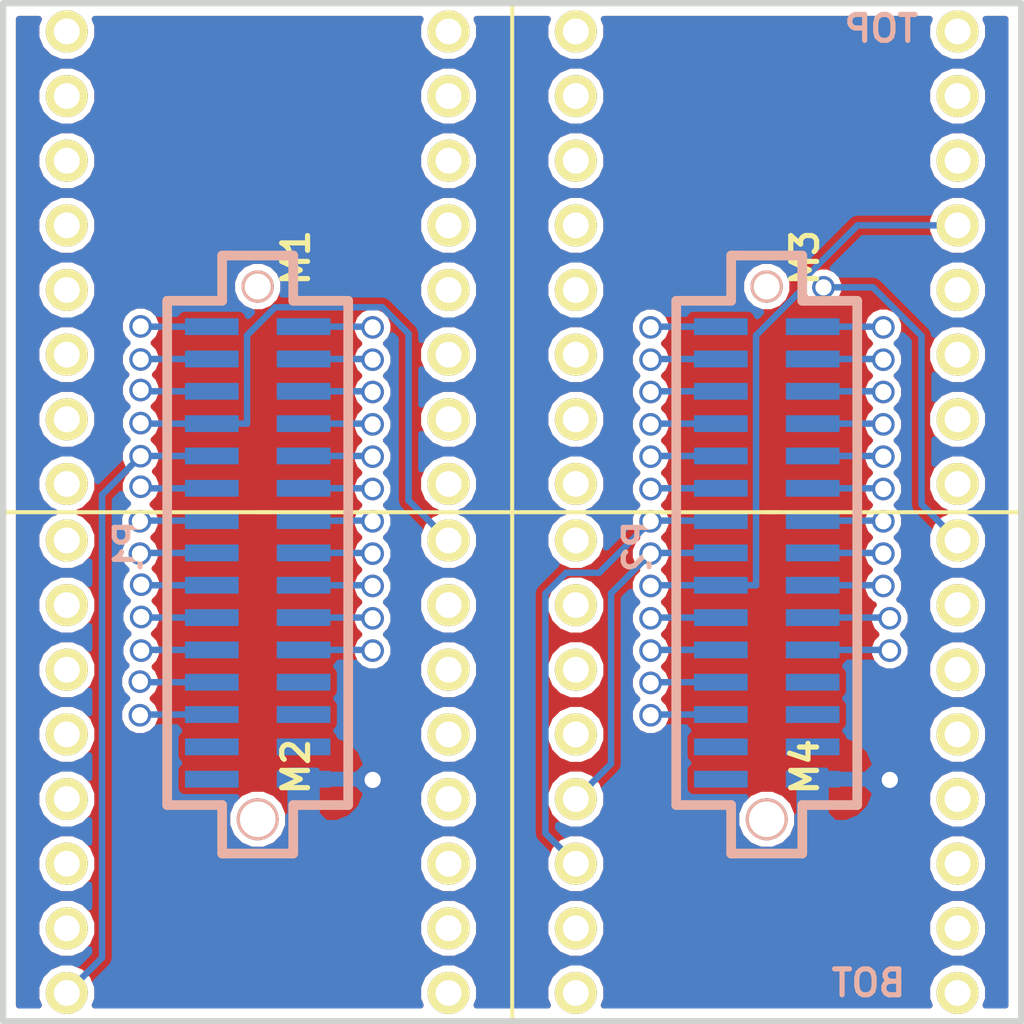
<source format=kicad_pcb>
(kicad_pcb (version 3) (host pcbnew "(2013-mar-13)-testing")

  (general
    (links 65)
    (no_connects 0)
    (area 49.721799 49.721799 90.278201 90.278201)
    (thickness 1.6)
    (drawings 6)
    (tracks 462)
    (zones 0)
    (modules 6)
    (nets 60)
  )

  (page A4)
  (layers
    (15 F.Cu power)
    (2 Inner2.Cu signal)
    (1 Inner1.Cu signal)
    (0 B.Cu signal)
    (16 B.Adhes user)
    (17 F.Adhes user)
    (18 B.Paste user)
    (19 F.Paste user)
    (20 B.SilkS user)
    (21 F.SilkS user)
    (22 B.Mask user)
    (23 F.Mask user)
    (24 Dwgs.User user)
    (25 Cmts.User user)
    (26 Eco1.User user)
    (27 Eco2.User user)
    (28 Edge.Cuts user)
  )

  (setup
    (last_trace_width 0.254)
    (trace_clearance 0.2032)
    (zone_clearance 0.254)
    (zone_45_only no)
    (trace_min 0.254)
    (segment_width 0.2)
    (edge_width 0.25)
    (via_size 0.889)
    (via_drill 0.635)
    (via_min_size 0.889)
    (via_min_drill 0.508)
    (uvia_size 0.508)
    (uvia_drill 0.127)
    (uvias_allowed no)
    (uvia_min_size 0.508)
    (uvia_min_drill 0.127)
    (pcb_text_width 0.2032)
    (pcb_text_size 1.016 1.016)
    (mod_edge_width 0.2)
    (mod_text_size 1.5 1.5)
    (mod_text_width 0.15)
    (pad_size 1.651 1.651)
    (pad_drill 1.016)
    (pad_to_mask_clearance 0.2)
    (aux_axis_origin 0 0)
    (visible_elements FFFFFF7F)
    (pcbplotparams
      (layerselection 284196871)
      (usegerberextensions true)
      (excludeedgelayer true)
      (linewidth 0.150000)
      (plotframeref false)
      (viasonmask false)
      (mode 1)
      (useauxorigin false)
      (hpglpennumber 1)
      (hpglpenspeed 20)
      (hpglpendiameter 15)
      (hpglpenoverlay 2)
      (psnegative false)
      (psa4output false)
      (plotreference true)
      (plotvalue true)
      (plotothertext true)
      (plotinvisibletext false)
      (padsonsilk false)
      (subtractmaskfromsilk false)
      (outputformat 1)
      (mirror false)
      (drillshape 0)
      (scaleselection 1)
      (outputdirectory gerber_v1p0/))
  )

  (net 0 "")
  (net 1 /COL_A1)
  (net 2 /COL_A10)
  (net 3 /COL_A11)
  (net 4 /COL_A12)
  (net 5 /COL_A13)
  (net 6 /COL_A14)
  (net 7 /COL_A15)
  (net 8 /COL_A16)
  (net 9 /COL_A2)
  (net 10 /COL_A3)
  (net 11 /COL_A4)
  (net 12 /COL_A5)
  (net 13 /COL_A6)
  (net 14 /COL_A7)
  (net 15 /COL_A8)
  (net 16 /COL_A9)
  (net 17 /COL_B1)
  (net 18 /COL_B10)
  (net 19 /COL_B11)
  (net 20 /COL_B12)
  (net 21 /COL_B13)
  (net 22 /COL_B14)
  (net 23 /COL_B15)
  (net 24 /COL_B16)
  (net 25 /COL_B2)
  (net 26 /COL_B3)
  (net 27 /COL_B4)
  (net 28 /COL_B5)
  (net 29 /COL_B6)
  (net 30 /COL_B7)
  (net 31 /COL_B8)
  (net 32 /COL_B9)
  (net 33 /ROW_A1)
  (net 34 /ROW_A2)
  (net 35 /ROW_A3)
  (net 36 /ROW_A4)
  (net 37 /ROW_A5)
  (net 38 /ROW_A6)
  (net 39 /ROW_A7)
  (net 40 /ROW_A8)
  (net 41 /ROW_B1)
  (net 42 /ROW_B2)
  (net 43 /ROW_B3)
  (net 44 /ROW_B4)
  (net 45 /ROW_B5)
  (net 46 /ROW_B6)
  (net 47 /ROW_B7)
  (net 48 /ROW_B8)
  (net 49 GND)
  (net 50 N-0000022)
  (net 51 N-0000023)
  (net 52 N-0000024)
  (net 53 N-0000026)
  (net 54 N-0000027)
  (net 55 N-0000029)
  (net 56 N-0000031)
  (net 57 N-0000035)
  (net 58 N-0000036)
  (net 59 N-0000037)

  (net_class Default "This is the default net class."
    (clearance 0.2032)
    (trace_width 0.254)
    (via_dia 0.889)
    (via_drill 0.635)
    (uvia_dia 0.508)
    (uvia_drill 0.127)
    (add_net "")
    (add_net /COL_A1)
    (add_net /COL_A10)
    (add_net /COL_A11)
    (add_net /COL_A12)
    (add_net /COL_A13)
    (add_net /COL_A14)
    (add_net /COL_A15)
    (add_net /COL_A16)
    (add_net /COL_A2)
    (add_net /COL_A3)
    (add_net /COL_A4)
    (add_net /COL_A5)
    (add_net /COL_A6)
    (add_net /COL_A7)
    (add_net /COL_A8)
    (add_net /COL_A9)
    (add_net /COL_B1)
    (add_net /COL_B10)
    (add_net /COL_B11)
    (add_net /COL_B12)
    (add_net /COL_B13)
    (add_net /COL_B14)
    (add_net /COL_B15)
    (add_net /COL_B16)
    (add_net /COL_B2)
    (add_net /COL_B3)
    (add_net /COL_B4)
    (add_net /COL_B5)
    (add_net /COL_B6)
    (add_net /COL_B7)
    (add_net /COL_B8)
    (add_net /COL_B9)
    (add_net /ROW_A1)
    (add_net /ROW_A2)
    (add_net /ROW_A3)
    (add_net /ROW_A4)
    (add_net /ROW_A5)
    (add_net /ROW_A6)
    (add_net /ROW_A7)
    (add_net /ROW_A8)
    (add_net /ROW_B1)
    (add_net /ROW_B2)
    (add_net /ROW_B3)
    (add_net /ROW_B4)
    (add_net /ROW_B5)
    (add_net /ROW_B6)
    (add_net /ROW_B7)
    (add_net /ROW_B8)
    (add_net GND)
    (add_net N-0000022)
    (add_net N-0000023)
    (add_net N-0000024)
    (add_net N-0000026)
    (add_net N-0000027)
    (add_net N-0000029)
    (add_net N-0000031)
    (add_net N-0000035)
    (add_net N-0000036)
    (add_net N-0000037)
  )

  (module LED_MATRIX_20MM_8x8 (layer F.Cu) (tedit 5213A438) (tstamp 520BFF05)
    (at 60 60)
    (path /52004052)
    (fp_text reference M1 (at 1.5 0 90) (layer F.SilkS)
      (effects (font (size 1.016 1.016) (thickness 0.2032)))
    )
    (fp_text value BETLUX-LED-8X8_C (at -1 0 90) (layer F.SilkS) hide
      (effects (font (size 1.016 1.016) (thickness 0.2032)))
    )
    (fp_line (start 0 -10) (end 10 -10) (layer F.SilkS) (width 0.15))
    (fp_line (start 10 -10) (end 10 10) (layer F.SilkS) (width 0.15))
    (fp_line (start 10 10) (end -10 10) (layer F.SilkS) (width 0.15))
    (fp_line (start -10 10) (end -10 -10) (layer F.SilkS) (width 0.15))
    (fp_line (start -10 -10) (end 0.5 -10) (layer F.SilkS) (width 0.15))
    (pad 1 thru_hole circle (at -7.5 -8.89) (size 1.651 1.651) (drill 1.016)
      (layers *.Cu *.Mask F.SilkS)
      (net 33 /ROW_A1)
    )
    (pad 2 thru_hole circle (at -7.5 -6.35) (size 1.651 1.651) (drill 1.016)
      (layers *.Cu *.Mask F.SilkS)
      (net 34 /ROW_A2)
    )
    (pad 3 thru_hole circle (at -7.5 -3.81) (size 1.651 1.651) (drill 1.016)
      (layers *.Cu *.Mask F.SilkS)
      (net 35 /ROW_A3)
    )
    (pad 4 thru_hole circle (at -7.5 -1.27) (size 1.651 1.651) (drill 1.016)
      (layers *.Cu *.Mask F.SilkS)
      (net 36 /ROW_A4)
    )
    (pad 5 thru_hole circle (at -7.5 1.27) (size 1.651 1.651) (drill 1.016)
      (layers *.Cu *.Mask F.SilkS)
      (net 1 /COL_A1)
    )
    (pad 6 thru_hole circle (at -7.5 3.81) (size 1.651 1.651) (drill 1.016)
      (layers *.Cu *.Mask F.SilkS)
      (net 9 /COL_A2)
    )
    (pad 7 thru_hole circle (at -7.5 6.35) (size 1.651 1.651) (drill 1.016)
      (layers *.Cu *.Mask F.SilkS)
      (net 10 /COL_A3)
    )
    (pad 8 thru_hole circle (at -7.5 8.89) (size 1.651 1.651) (drill 1.016)
      (layers *.Cu *.Mask F.SilkS)
      (net 11 /COL_A4)
    )
    (pad 9 thru_hole circle (at 7.5 8.89) (size 1.651 1.651) (drill 1.016)
      (layers *.Cu *.Mask F.SilkS)
      (net 40 /ROW_A8)
    )
    (pad 10 thru_hole circle (at 7.5 6.35) (size 1.651 1.651) (drill 1.016)
      (layers *.Cu *.Mask F.SilkS)
      (net 39 /ROW_A7)
    )
    (pad 11 thru_hole circle (at 7.5 3.81) (size 1.651 1.651) (drill 1.016)
      (layers *.Cu *.Mask F.SilkS)
      (net 38 /ROW_A6)
    )
    (pad 12 thru_hole circle (at 7.5 1.27) (size 1.651 1.651) (drill 1.016)
      (layers *.Cu *.Mask F.SilkS)
      (net 37 /ROW_A5)
    )
    (pad 13 thru_hole circle (at 7.5 -1.27) (size 1.651 1.651) (drill 1.016)
      (layers *.Cu *.Mask F.SilkS)
      (net 15 /COL_A8)
    )
    (pad 14 thru_hole circle (at 7.5 -3.81) (size 1.651 1.651) (drill 1.016)
      (layers *.Cu *.Mask F.SilkS)
      (net 14 /COL_A7)
    )
    (pad 15 thru_hole circle (at 7.5 -6.35) (size 1.651 1.651) (drill 1.016)
      (layers *.Cu *.Mask F.SilkS)
      (net 13 /COL_A6)
    )
    (pad 16 thru_hole circle (at 7.5 -8.89) (size 1.651 1.651) (drill 1.016)
      (layers *.Cu *.Mask F.SilkS)
      (net 12 /COL_A5)
    )
  )

  (module LED_MATRIX_20MM_8x8 (layer F.Cu) (tedit 5213A4B9) (tstamp 520BFED1)
    (at 60 80)
    (path /52004061)
    (fp_text reference M2 (at 1.5 0 90) (layer F.SilkS)
      (effects (font (size 1.016 1.016) (thickness 0.2032)))
    )
    (fp_text value BETLUX-LED-8X8_C (at -1 0 90) (layer F.SilkS) hide
      (effects (font (size 1.016 1.016) (thickness 0.2032)))
    )
    (fp_line (start 0 -10) (end 10 -10) (layer F.SilkS) (width 0.15))
    (fp_line (start 10 -10) (end 10 10) (layer F.SilkS) (width 0.15))
    (fp_line (start 10 10) (end -10 10) (layer F.SilkS) (width 0.15))
    (fp_line (start -10 10) (end -10 -10) (layer F.SilkS) (width 0.15))
    (fp_line (start -10 -10) (end 0.5 -10) (layer F.SilkS) (width 0.15))
    (pad 1 thru_hole circle (at -7.5 -8.89) (size 1.651 1.651) (drill 1.016)
      (layers *.Cu *.Mask F.SilkS)
      (net 33 /ROW_A1)
    )
    (pad 2 thru_hole circle (at -7.5 -6.35) (size 1.651 1.651) (drill 1.016)
      (layers *.Cu *.Mask F.SilkS)
      (net 34 /ROW_A2)
    )
    (pad 3 thru_hole circle (at -7.5 -3.81) (size 1.651 1.651) (drill 1.016)
      (layers *.Cu *.Mask F.SilkS)
      (net 35 /ROW_A3)
    )
    (pad 4 thru_hole circle (at -7.5 -1.27) (size 1.651 1.651) (drill 1.016)
      (layers *.Cu *.Mask F.SilkS)
      (net 36 /ROW_A4)
    )
    (pad 5 thru_hole circle (at -7.5 1.27) (size 1.651 1.651) (drill 1.016)
      (layers *.Cu *.Mask F.SilkS)
      (net 16 /COL_A9)
    )
    (pad 6 thru_hole circle (at -7.5 3.81) (size 1.651 1.651) (drill 1.016)
      (layers *.Cu *.Mask F.SilkS)
      (net 2 /COL_A10)
    )
    (pad 7 thru_hole circle (at -7.5 6.35) (size 1.651 1.651) (drill 1.016)
      (layers *.Cu *.Mask F.SilkS)
      (net 3 /COL_A11)
    )
    (pad 8 thru_hole circle (at -7.5 8.89) (size 1.651 1.651) (drill 1.016)
      (layers *.Cu *.Mask F.SilkS)
      (net 4 /COL_A12)
    )
    (pad 9 thru_hole circle (at 7.5 8.89) (size 1.651 1.651) (drill 1.016)
      (layers *.Cu *.Mask F.SilkS)
      (net 40 /ROW_A8)
    )
    (pad 10 thru_hole circle (at 7.5 6.35) (size 1.651 1.651) (drill 1.016)
      (layers *.Cu *.Mask F.SilkS)
      (net 39 /ROW_A7)
    )
    (pad 11 thru_hole circle (at 7.5 3.81) (size 1.651 1.651) (drill 1.016)
      (layers *.Cu *.Mask F.SilkS)
      (net 38 /ROW_A6)
    )
    (pad 12 thru_hole circle (at 7.5 1.27) (size 1.651 1.651) (drill 1.016)
      (layers *.Cu *.Mask F.SilkS)
      (net 37 /ROW_A5)
    )
    (pad 13 thru_hole circle (at 7.5 -1.27) (size 1.651 1.651) (drill 1.016)
      (layers *.Cu *.Mask F.SilkS)
      (net 8 /COL_A16)
    )
    (pad 14 thru_hole circle (at 7.5 -3.81) (size 1.651 1.651) (drill 1.016)
      (layers *.Cu *.Mask F.SilkS)
      (net 7 /COL_A15)
    )
    (pad 15 thru_hole circle (at 7.5 -6.35) (size 1.651 1.651) (drill 1.016)
      (layers *.Cu *.Mask F.SilkS)
      (net 6 /COL_A14)
    )
    (pad 16 thru_hole circle (at 7.5 -8.89) (size 1.651 1.651) (drill 1.016)
      (layers *.Cu *.Mask F.SilkS)
      (net 5 /COL_A13)
    )
  )

  (module LED_MATRIX_20MM_8x8 (layer F.Cu) (tedit 5213A43E) (tstamp 520047A3)
    (at 80 60)
    (path /52004070)
    (fp_text reference M3 (at 1.5 0 90) (layer F.SilkS)
      (effects (font (size 1.016 1.016) (thickness 0.2032)))
    )
    (fp_text value BETLUX-LED-8X8_C (at -1 0 90) (layer F.SilkS) hide
      (effects (font (size 1.016 1.016) (thickness 0.2032)))
    )
    (fp_line (start 0 -10) (end 10 -10) (layer F.SilkS) (width 0.15))
    (fp_line (start 10 -10) (end 10 10) (layer F.SilkS) (width 0.15))
    (fp_line (start 10 10) (end -10 10) (layer F.SilkS) (width 0.15))
    (fp_line (start -10 10) (end -10 -10) (layer F.SilkS) (width 0.15))
    (fp_line (start -10 -10) (end 0.5 -10) (layer F.SilkS) (width 0.15))
    (pad 1 thru_hole circle (at -7.5 -8.89) (size 1.651 1.651) (drill 1.016)
      (layers *.Cu *.Mask F.SilkS)
      (net 41 /ROW_B1)
    )
    (pad 2 thru_hole circle (at -7.5 -6.35) (size 1.651 1.651) (drill 1.016)
      (layers *.Cu *.Mask F.SilkS)
      (net 42 /ROW_B2)
    )
    (pad 3 thru_hole circle (at -7.5 -3.81) (size 1.651 1.651) (drill 1.016)
      (layers *.Cu *.Mask F.SilkS)
      (net 43 /ROW_B3)
    )
    (pad 4 thru_hole circle (at -7.5 -1.27) (size 1.651 1.651) (drill 1.016)
      (layers *.Cu *.Mask F.SilkS)
      (net 44 /ROW_B4)
    )
    (pad 5 thru_hole circle (at -7.5 1.27) (size 1.651 1.651) (drill 1.016)
      (layers *.Cu *.Mask F.SilkS)
      (net 17 /COL_B1)
    )
    (pad 6 thru_hole circle (at -7.5 3.81) (size 1.651 1.651) (drill 1.016)
      (layers *.Cu *.Mask F.SilkS)
      (net 25 /COL_B2)
    )
    (pad 7 thru_hole circle (at -7.5 6.35) (size 1.651 1.651) (drill 1.016)
      (layers *.Cu *.Mask F.SilkS)
      (net 26 /COL_B3)
    )
    (pad 8 thru_hole circle (at -7.5 8.89) (size 1.651 1.651) (drill 1.016)
      (layers *.Cu *.Mask F.SilkS)
      (net 27 /COL_B4)
    )
    (pad 9 thru_hole circle (at 7.5 8.89) (size 1.651 1.651) (drill 1.016)
      (layers *.Cu *.Mask F.SilkS)
      (net 48 /ROW_B8)
    )
    (pad 10 thru_hole circle (at 7.5 6.35) (size 1.651 1.651) (drill 1.016)
      (layers *.Cu *.Mask F.SilkS)
      (net 47 /ROW_B7)
    )
    (pad 11 thru_hole circle (at 7.5 3.81) (size 1.651 1.651) (drill 1.016)
      (layers *.Cu *.Mask F.SilkS)
      (net 46 /ROW_B6)
    )
    (pad 12 thru_hole circle (at 7.5 1.27) (size 1.651 1.651) (drill 1.016)
      (layers *.Cu *.Mask F.SilkS)
      (net 45 /ROW_B5)
    )
    (pad 13 thru_hole circle (at 7.5 -1.27) (size 1.651 1.651) (drill 1.016)
      (layers *.Cu *.Mask F.SilkS)
      (net 31 /COL_B8)
    )
    (pad 14 thru_hole circle (at 7.5 -3.81) (size 1.651 1.651) (drill 1.016)
      (layers *.Cu *.Mask F.SilkS)
      (net 30 /COL_B7)
    )
    (pad 15 thru_hole circle (at 7.5 -6.35) (size 1.651 1.651) (drill 1.016)
      (layers *.Cu *.Mask F.SilkS)
      (net 29 /COL_B6)
    )
    (pad 16 thru_hole circle (at 7.5 -8.89) (size 1.651 1.651) (drill 1.016)
      (layers *.Cu *.Mask F.SilkS)
      (net 28 /COL_B5)
    )
  )

  (module LED_MATRIX_20MM_8x8 (layer F.Cu) (tedit 5213A4BE) (tstamp 520047BC)
    (at 80 80)
    (path /5200407F)
    (fp_text reference M4 (at 1.5 0 90) (layer F.SilkS)
      (effects (font (size 1.016 1.016) (thickness 0.2032)))
    )
    (fp_text value BETLUX-LED-8X8_C (at -1 0 90) (layer F.SilkS) hide
      (effects (font (size 1.016 1.016) (thickness 0.2032)))
    )
    (fp_line (start 0 -10) (end 10 -10) (layer F.SilkS) (width 0.15))
    (fp_line (start 10 -10) (end 10 10) (layer F.SilkS) (width 0.15))
    (fp_line (start 10 10) (end -10 10) (layer F.SilkS) (width 0.15))
    (fp_line (start -10 10) (end -10 -10) (layer F.SilkS) (width 0.15))
    (fp_line (start -10 -10) (end 0.5 -10) (layer F.SilkS) (width 0.15))
    (pad 1 thru_hole circle (at -7.5 -8.89) (size 1.651 1.651) (drill 1.016)
      (layers *.Cu *.Mask F.SilkS)
      (net 41 /ROW_B1)
    )
    (pad 2 thru_hole circle (at -7.5 -6.35) (size 1.651 1.651) (drill 1.016)
      (layers *.Cu *.Mask F.SilkS)
      (net 42 /ROW_B2)
    )
    (pad 3 thru_hole circle (at -7.5 -3.81) (size 1.651 1.651) (drill 1.016)
      (layers *.Cu *.Mask F.SilkS)
      (net 43 /ROW_B3)
    )
    (pad 4 thru_hole circle (at -7.5 -1.27) (size 1.651 1.651) (drill 1.016)
      (layers *.Cu *.Mask F.SilkS)
      (net 44 /ROW_B4)
    )
    (pad 5 thru_hole circle (at -7.5 1.27) (size 1.651 1.651) (drill 1.016)
      (layers *.Cu *.Mask F.SilkS)
      (net 32 /COL_B9)
    )
    (pad 6 thru_hole circle (at -7.5 3.81) (size 1.651 1.651) (drill 1.016)
      (layers *.Cu *.Mask F.SilkS)
      (net 18 /COL_B10)
    )
    (pad 7 thru_hole circle (at -7.5 6.35) (size 1.651 1.651) (drill 1.016)
      (layers *.Cu *.Mask F.SilkS)
      (net 19 /COL_B11)
    )
    (pad 8 thru_hole circle (at -7.5 8.89) (size 1.651 1.651) (drill 1.016)
      (layers *.Cu *.Mask F.SilkS)
      (net 20 /COL_B12)
    )
    (pad 9 thru_hole circle (at 7.5 8.89) (size 1.651 1.651) (drill 1.016)
      (layers *.Cu *.Mask F.SilkS)
      (net 48 /ROW_B8)
    )
    (pad 10 thru_hole circle (at 7.5 6.35) (size 1.651 1.651) (drill 1.016)
      (layers *.Cu *.Mask F.SilkS)
      (net 47 /ROW_B7)
    )
    (pad 11 thru_hole circle (at 7.5 3.81) (size 1.651 1.651) (drill 1.016)
      (layers *.Cu *.Mask F.SilkS)
      (net 46 /ROW_B6)
    )
    (pad 12 thru_hole circle (at 7.5 1.27) (size 1.651 1.651) (drill 1.016)
      (layers *.Cu *.Mask F.SilkS)
      (net 45 /ROW_B5)
    )
    (pad 13 thru_hole circle (at 7.5 -1.27) (size 1.651 1.651) (drill 1.016)
      (layers *.Cu *.Mask F.SilkS)
      (net 24 /COL_B16)
    )
    (pad 14 thru_hole circle (at 7.5 -3.81) (size 1.651 1.651) (drill 1.016)
      (layers *.Cu *.Mask F.SilkS)
      (net 23 /COL_B15)
    )
    (pad 15 thru_hole circle (at 7.5 -6.35) (size 1.651 1.651) (drill 1.016)
      (layers *.Cu *.Mask F.SilkS)
      (net 22 /COL_B14)
    )
    (pad 16 thru_hole circle (at 7.5 -8.89) (size 1.651 1.651) (drill 1.016)
      (layers *.Cu *.Mask F.SilkS)
      (net 21 /COL_B13)
    )
  )

  (module SMD_PIN_ARRAY_F_0P5IN_15X2 (layer B.Cu) (tedit 5213A660) (tstamp 520BF9EB)
    (at 60 71.6 180)
    (path /520BF30D)
    (fp_text reference P1 (at 5.08 0.254 270) (layer B.SilkS)
      (effects (font (size 1.016 1.016) (thickness 0.2032)) (justify mirror))
    )
    (fp_text value CONN15X2 (at -5.207 0.127 270) (layer B.SilkS) hide
      (effects (font (size 1.016 1.016) (thickness 0.2032)) (justify mirror))
    )
    (fp_line (start 1.397 -9.906) (end 3.556 -9.906) (layer B.SilkS) (width 0.381))
    (fp_line (start -3.556 -9.906) (end -1.397 -9.906) (layer B.SilkS) (width 0.381))
    (fp_line (start -1.397 -9.906) (end -1.397 -11.684) (layer B.SilkS) (width 0.381))
    (fp_line (start -1.397 -11.684) (end -1.397 -11.811) (layer B.SilkS) (width 0.381))
    (fp_line (start -1.397 -11.811) (end 1.27 -11.811) (layer B.SilkS) (width 0.381))
    (fp_line (start 1.27 -11.811) (end 1.397 -11.811) (layer B.SilkS) (width 0.381))
    (fp_line (start 1.397 -11.811) (end 1.397 -9.906) (layer B.SilkS) (width 0.381))
    (fp_line (start 1.397 9.906) (end 3.556 9.906) (layer B.SilkS) (width 0.381))
    (fp_line (start 1.27 11.684) (end 1.397 11.684) (layer B.SilkS) (width 0.381))
    (fp_line (start 1.397 11.684) (end 1.397 9.906) (layer B.SilkS) (width 0.381))
    (fp_line (start 1.143 11.684) (end 1.27 11.684) (layer B.SilkS) (width 0.381))
    (fp_line (start -1.397 9.906) (end -1.397 11.557) (layer B.SilkS) (width 0.381))
    (fp_line (start -1.397 11.557) (end -1.397 11.684) (layer B.SilkS) (width 0.381))
    (fp_line (start -1.397 11.684) (end 1.143 11.684) (layer B.SilkS) (width 0.381))
    (fp_line (start -3.556 9.906) (end -1.397 9.906) (layer B.SilkS) (width 0.381))
    (fp_line (start 3.556 -9.906) (end 3.556 9.779) (layer B.SilkS) (width 0.381))
    (fp_line (start 3.556 9.779) (end 3.556 9.906) (layer B.SilkS) (width 0.381))
    (fp_line (start -3.556 9.906) (end -3.556 -9.779) (layer B.SilkS) (width 0.381))
    (fp_line (start -3.556 -9.779) (end -3.556 -9.906) (layer B.SilkS) (width 0.381))
    (pad 2 smd rect (at -1.8034 8.89 180) (size 2.1082 0.6604)
      (layers B.Cu B.Paste B.Mask)
      (net 33 /ROW_A1)
    )
    (pad 1 smd rect (at 1.8034 8.89 180) (size 2.1082 0.6604)
      (layers B.Cu B.Paste B.Mask)
      (net 8 /COL_A16)
    )
    (pad 4 smd rect (at -1.8034 7.62 180) (size 2.1082 0.6604)
      (layers B.Cu B.Paste B.Mask)
      (net 34 /ROW_A2)
    )
    (pad 3 smd rect (at 1.8034 7.62 180) (size 2.1082 0.6604)
      (layers B.Cu B.Paste B.Mask)
      (net 7 /COL_A15)
    )
    (pad 6 smd rect (at -1.8034 6.35 180) (size 2.1082 0.6604)
      (layers B.Cu B.Paste B.Mask)
      (net 35 /ROW_A3)
    )
    (pad 5 smd rect (at 1.8034 6.35 180) (size 2.1082 0.6604)
      (layers B.Cu B.Paste B.Mask)
      (net 6 /COL_A14)
    )
    (pad 8 smd rect (at -1.8034 5.08 180) (size 2.1082 0.6604)
      (layers B.Cu B.Paste B.Mask)
      (net 36 /ROW_A4)
    )
    (pad 7 smd rect (at 1.8034 5.08 180) (size 2.1082 0.6604)
      (layers B.Cu B.Paste B.Mask)
      (net 5 /COL_A13)
    )
    (pad 10 smd rect (at -1.8034 3.81 180) (size 2.1082 0.6604)
      (layers B.Cu B.Paste B.Mask)
      (net 37 /ROW_A5)
    )
    (pad 9 smd rect (at 1.8034 3.81 180) (size 2.1082 0.6604)
      (layers B.Cu B.Paste B.Mask)
      (net 4 /COL_A12)
    )
    (pad 12 smd rect (at -1.8034 2.54 180) (size 2.1082 0.6604)
      (layers B.Cu B.Paste B.Mask)
      (net 38 /ROW_A6)
    )
    (pad 11 smd rect (at 1.8034 2.54 180) (size 2.1082 0.6604)
      (layers B.Cu B.Paste B.Mask)
      (net 3 /COL_A11)
    )
    (pad 14 smd rect (at -1.8034 1.27 180) (size 2.1082 0.6604)
      (layers B.Cu B.Paste B.Mask)
      (net 39 /ROW_A7)
    )
    (pad 13 smd rect (at 1.8034 1.27 180) (size 2.1082 0.6604)
      (layers B.Cu B.Paste B.Mask)
      (net 2 /COL_A10)
    )
    (pad 16 smd rect (at -1.8034 0 180) (size 2.1082 0.6604)
      (layers B.Cu B.Paste B.Mask)
      (net 40 /ROW_A8)
    )
    (pad 15 smd rect (at 1.8034 0 180) (size 2.1082 0.6604)
      (layers B.Cu B.Paste B.Mask)
      (net 16 /COL_A9)
    )
    (pad 18 smd rect (at -1.8034 -1.27 180) (size 2.1082 0.6604)
      (layers B.Cu B.Paste B.Mask)
      (net 1 /COL_A1)
    )
    (pad 17 smd rect (at 1.8034 -1.27 180) (size 2.1082 0.6604)
      (layers B.Cu B.Paste B.Mask)
      (net 15 /COL_A8)
    )
    (pad 20 smd rect (at -1.8034 -2.54 180) (size 2.1082 0.6604)
      (layers B.Cu B.Paste B.Mask)
      (net 9 /COL_A2)
    )
    (pad 19 smd rect (at 1.8034 -2.54 180) (size 2.1082 0.6604)
      (layers B.Cu B.Paste B.Mask)
      (net 14 /COL_A7)
    )
    (pad 22 smd rect (at -1.8034 -3.81 180) (size 2.1082 0.6604)
      (layers B.Cu B.Paste B.Mask)
      (net 10 /COL_A3)
    )
    (pad 21 smd rect (at 1.8034 -3.81 180) (size 2.1082 0.6604)
      (layers B.Cu B.Paste B.Mask)
      (net 13 /COL_A6)
    )
    (pad 24 smd rect (at -1.8034 -5.08 180) (size 2.1082 0.6604)
      (layers B.Cu B.Paste B.Mask)
      (net 57 N-0000035)
    )
    (pad 23 smd rect (at 1.8034 -5.08 180) (size 2.1082 0.6604)
      (layers B.Cu B.Paste B.Mask)
      (net 12 /COL_A5)
    )
    (pad 26 smd rect (at -1.8034 -6.35 180) (size 2.1082 0.6604)
      (layers B.Cu B.Paste B.Mask)
      (net 58 N-0000036)
    )
    (pad 25 smd rect (at 1.8034 -6.35 180) (size 2.1082 0.6604)
      (layers B.Cu B.Paste B.Mask)
      (net 11 /COL_A4)
    )
    (pad 28 smd rect (at -1.8034 -7.62 180) (size 2.1082 0.6604)
      (layers B.Cu B.Paste B.Mask)
      (net 59 N-0000037)
    )
    (pad 27 smd rect (at 1.8034 -7.62 180) (size 2.1082 0.6604)
      (layers B.Cu B.Paste B.Mask)
      (net 51 N-0000023)
    )
    (pad 30 smd rect (at -1.8034 -8.89 180) (size 2.1082 0.6604)
      (layers B.Cu B.Paste B.Mask)
      (net 49 GND)
    )
    (pad 29 smd rect (at 1.8034 -8.89 180) (size 2.1082 0.6604)
      (layers B.Cu B.Paste B.Mask)
      (net 50 N-0000022)
    )
    (pad "" thru_hole circle (at 0 10.4648 180) (size 1.27 1.27) (drill 1.016)
      (layers *.Cu *.Mask B.SilkS)
    )
    (pad "" thru_hole circle (at 0 -10.4648 180) (size 1.651 1.651) (drill 1.397)
      (layers *.Cu *.Mask B.SilkS)
    )
  )

  (module SMD_PIN_ARRAY_F_0P5IN_15X2 (layer B.Cu) (tedit 5213A668) (tstamp 520BFA22)
    (at 80 71.6 180)
    (path /520BF31C)
    (fp_text reference P2 (at 5.08 0.254 450) (layer B.SilkS)
      (effects (font (size 1.016 1.016) (thickness 0.2032)) (justify mirror))
    )
    (fp_text value CONN15X2 (at -5.207 0.127 270) (layer B.SilkS) hide
      (effects (font (size 1.016 1.016) (thickness 0.2032)) (justify mirror))
    )
    (fp_line (start 1.397 -9.906) (end 3.556 -9.906) (layer B.SilkS) (width 0.381))
    (fp_line (start -3.556 -9.906) (end -1.397 -9.906) (layer B.SilkS) (width 0.381))
    (fp_line (start -1.397 -9.906) (end -1.397 -11.684) (layer B.SilkS) (width 0.381))
    (fp_line (start -1.397 -11.684) (end -1.397 -11.811) (layer B.SilkS) (width 0.381))
    (fp_line (start -1.397 -11.811) (end 1.27 -11.811) (layer B.SilkS) (width 0.381))
    (fp_line (start 1.27 -11.811) (end 1.397 -11.811) (layer B.SilkS) (width 0.381))
    (fp_line (start 1.397 -11.811) (end 1.397 -9.906) (layer B.SilkS) (width 0.381))
    (fp_line (start 1.397 9.906) (end 3.556 9.906) (layer B.SilkS) (width 0.381))
    (fp_line (start 1.27 11.684) (end 1.397 11.684) (layer B.SilkS) (width 0.381))
    (fp_line (start 1.397 11.684) (end 1.397 9.906) (layer B.SilkS) (width 0.381))
    (fp_line (start 1.143 11.684) (end 1.27 11.684) (layer B.SilkS) (width 0.381))
    (fp_line (start -1.397 9.906) (end -1.397 11.557) (layer B.SilkS) (width 0.381))
    (fp_line (start -1.397 11.557) (end -1.397 11.684) (layer B.SilkS) (width 0.381))
    (fp_line (start -1.397 11.684) (end 1.143 11.684) (layer B.SilkS) (width 0.381))
    (fp_line (start -3.556 9.906) (end -1.397 9.906) (layer B.SilkS) (width 0.381))
    (fp_line (start 3.556 -9.906) (end 3.556 9.779) (layer B.SilkS) (width 0.381))
    (fp_line (start 3.556 9.779) (end 3.556 9.906) (layer B.SilkS) (width 0.381))
    (fp_line (start -3.556 9.906) (end -3.556 -9.779) (layer B.SilkS) (width 0.381))
    (fp_line (start -3.556 -9.779) (end -3.556 -9.906) (layer B.SilkS) (width 0.381))
    (pad 2 smd rect (at -1.8034 8.89 180) (size 2.1082 0.6604)
      (layers B.Cu B.Paste B.Mask)
      (net 41 /ROW_B1)
    )
    (pad 1 smd rect (at 1.8034 8.89 180) (size 2.1082 0.6604)
      (layers B.Cu B.Paste B.Mask)
      (net 24 /COL_B16)
    )
    (pad 4 smd rect (at -1.8034 7.62 180) (size 2.1082 0.6604)
      (layers B.Cu B.Paste B.Mask)
      (net 42 /ROW_B2)
    )
    (pad 3 smd rect (at 1.8034 7.62 180) (size 2.1082 0.6604)
      (layers B.Cu B.Paste B.Mask)
      (net 23 /COL_B15)
    )
    (pad 6 smd rect (at -1.8034 6.35 180) (size 2.1082 0.6604)
      (layers B.Cu B.Paste B.Mask)
      (net 43 /ROW_B3)
    )
    (pad 5 smd rect (at 1.8034 6.35 180) (size 2.1082 0.6604)
      (layers B.Cu B.Paste B.Mask)
      (net 22 /COL_B14)
    )
    (pad 8 smd rect (at -1.8034 5.08 180) (size 2.1082 0.6604)
      (layers B.Cu B.Paste B.Mask)
      (net 44 /ROW_B4)
    )
    (pad 7 smd rect (at 1.8034 5.08 180) (size 2.1082 0.6604)
      (layers B.Cu B.Paste B.Mask)
      (net 21 /COL_B13)
    )
    (pad 10 smd rect (at -1.8034 3.81 180) (size 2.1082 0.6604)
      (layers B.Cu B.Paste B.Mask)
      (net 45 /ROW_B5)
    )
    (pad 9 smd rect (at 1.8034 3.81 180) (size 2.1082 0.6604)
      (layers B.Cu B.Paste B.Mask)
      (net 20 /COL_B12)
    )
    (pad 12 smd rect (at -1.8034 2.54 180) (size 2.1082 0.6604)
      (layers B.Cu B.Paste B.Mask)
      (net 46 /ROW_B6)
    )
    (pad 11 smd rect (at 1.8034 2.54 180) (size 2.1082 0.6604)
      (layers B.Cu B.Paste B.Mask)
      (net 19 /COL_B11)
    )
    (pad 14 smd rect (at -1.8034 1.27 180) (size 2.1082 0.6604)
      (layers B.Cu B.Paste B.Mask)
      (net 47 /ROW_B7)
    )
    (pad 13 smd rect (at 1.8034 1.27 180) (size 2.1082 0.6604)
      (layers B.Cu B.Paste B.Mask)
      (net 18 /COL_B10)
    )
    (pad 16 smd rect (at -1.8034 0 180) (size 2.1082 0.6604)
      (layers B.Cu B.Paste B.Mask)
      (net 48 /ROW_B8)
    )
    (pad 15 smd rect (at 1.8034 0 180) (size 2.1082 0.6604)
      (layers B.Cu B.Paste B.Mask)
      (net 32 /COL_B9)
    )
    (pad 18 smd rect (at -1.8034 -1.27 180) (size 2.1082 0.6604)
      (layers B.Cu B.Paste B.Mask)
      (net 17 /COL_B1)
    )
    (pad 17 smd rect (at 1.8034 -1.27 180) (size 2.1082 0.6604)
      (layers B.Cu B.Paste B.Mask)
      (net 31 /COL_B8)
    )
    (pad 20 smd rect (at -1.8034 -2.54 180) (size 2.1082 0.6604)
      (layers B.Cu B.Paste B.Mask)
      (net 25 /COL_B2)
    )
    (pad 19 smd rect (at 1.8034 -2.54 180) (size 2.1082 0.6604)
      (layers B.Cu B.Paste B.Mask)
      (net 30 /COL_B7)
    )
    (pad 22 smd rect (at -1.8034 -3.81 180) (size 2.1082 0.6604)
      (layers B.Cu B.Paste B.Mask)
      (net 26 /COL_B3)
    )
    (pad 21 smd rect (at 1.8034 -3.81 180) (size 2.1082 0.6604)
      (layers B.Cu B.Paste B.Mask)
      (net 29 /COL_B6)
    )
    (pad 24 smd rect (at -1.8034 -5.08 180) (size 2.1082 0.6604)
      (layers B.Cu B.Paste B.Mask)
      (net 56 N-0000031)
    )
    (pad 23 smd rect (at 1.8034 -5.08 180) (size 2.1082 0.6604)
      (layers B.Cu B.Paste B.Mask)
      (net 28 /COL_B5)
    )
    (pad 26 smd rect (at -1.8034 -6.35 180) (size 2.1082 0.6604)
      (layers B.Cu B.Paste B.Mask)
      (net 55 N-0000029)
    )
    (pad 25 smd rect (at 1.8034 -6.35 180) (size 2.1082 0.6604)
      (layers B.Cu B.Paste B.Mask)
      (net 27 /COL_B4)
    )
    (pad 28 smd rect (at -1.8034 -7.62 180) (size 2.1082 0.6604)
      (layers B.Cu B.Paste B.Mask)
      (net 53 N-0000026)
    )
    (pad 27 smd rect (at 1.8034 -7.62 180) (size 2.1082 0.6604)
      (layers B.Cu B.Paste B.Mask)
      (net 54 N-0000027)
    )
    (pad 30 smd rect (at -1.8034 -8.89 180) (size 2.1082 0.6604)
      (layers B.Cu B.Paste B.Mask)
      (net 49 GND)
    )
    (pad 29 smd rect (at 1.8034 -8.89 180) (size 2.1082 0.6604)
      (layers B.Cu B.Paste B.Mask)
      (net 52 N-0000024)
    )
    (pad "" thru_hole circle (at 0 10.4648 180) (size 1.27 1.27) (drill 1.016)
      (layers *.Cu *.Mask B.SilkS)
    )
    (pad "" thru_hole circle (at 0 -10.4648 180) (size 1.651 1.651) (drill 1.397)
      (layers *.Cu *.Mask B.SilkS)
    )
  )

  (gr_text BOT (at 84 88.5) (layer B.SilkS)
    (effects (font (size 1.016 1.016) (thickness 0.2032)) (justify mirror))
  )
  (gr_text TOP (at 84.5 51) (layer B.SilkS)
    (effects (font (size 1.016 1.016) (thickness 0.2032)) (justify mirror))
  )
  (gr_line (start 90 90) (end 90 50) (angle 90) (layer Edge.Cuts) (width 0.25))
  (gr_line (start 50 90) (end 90 90) (angle 90) (layer Edge.Cuts) (width 0.25))
  (gr_line (start 50 50) (end 50 90) (angle 90) (layer Edge.Cuts) (width 0.25))
  (gr_line (start 90 50) (end 50 50) (angle 90) (layer Edge.Cuts) (width 0.25))

  (via (at 64.516 72.898) (size 0.889) (layers F.Cu B.Cu) (net 1))
  (segment (start 64.488 72.87) (end 64.516 72.898) (width 0.254) (layer B.Cu) (net 1))
  (segment (start 61.8034 72.87) (end 64.488 72.87) (width 0.254) (layer B.Cu) (net 1))
  (segment (start 52.8168 60.9532) (end 52.5 61.27) (width 0.254) (layer Inner2.Cu) (net 1))
  (segment (start 56.1038 60.9532) (end 52.8168 60.9532) (width 0.254) (layer Inner2.Cu) (net 1))
  (segment (start 60.0918 64.9412) (end 56.1038 60.9532) (width 0.254) (layer Inner2.Cu) (net 1))
  (segment (start 60.0918 68.4738) (end 60.0918 64.9412) (width 0.254) (layer Inner2.Cu) (net 1))
  (segment (start 64.516 72.898) (end 60.0918 68.4738) (width 0.254) (layer Inner2.Cu) (net 1))
  (via (at 55.372 70.358) (size 0.889) (layers F.Cu B.Cu) (net 2))
  (segment (start 55.4 70.33) (end 55.372 70.358) (width 0.254) (layer B.Cu) (net 2))
  (segment (start 58.1966 70.33) (end 55.4 70.33) (width 0.254) (layer B.Cu) (net 2))
  (segment (start 56.2491 80.0609) (end 52.5 83.81) (width 0.254) (layer Inner2.Cu) (net 2))
  (segment (start 56.2491 71.2351) (end 56.2491 80.0609) (width 0.254) (layer Inner2.Cu) (net 2))
  (segment (start 55.372 70.358) (end 56.2491 71.2351) (width 0.254) (layer Inner2.Cu) (net 2))
  (via (at 55.4 69) (size 0.889) (layers F.Cu B.Cu) (net 3))
  (segment (start 55.46 69.06) (end 55.4 69) (width 0.254) (layer B.Cu) (net 3))
  (segment (start 58.1966 69.06) (end 55.46 69.06) (width 0.254) (layer B.Cu) (net 3))
  (segment (start 56.7067 70.3067) (end 55.4 69) (width 0.254) (layer Inner2.Cu) (net 3))
  (segment (start 56.7067 82.1433) (end 56.7067 70.3067) (width 0.254) (layer Inner2.Cu) (net 3))
  (segment (start 52.5 86.35) (end 56.7067 82.1433) (width 0.254) (layer Inner2.Cu) (net 3))
  (via (at 55.4 67.8) (size 0.889) (layers F.Cu B.Cu) (net 4))
  (segment (start 55.41 67.79) (end 55.4 67.8) (width 0.254) (layer B.Cu) (net 4))
  (segment (start 58.1966 67.79) (end 55.41 67.79) (width 0.254) (layer B.Cu) (net 4))
  (segment (start 53.8839 87.5061) (end 52.5 88.89) (width 0.254) (layer B.Cu) (net 4))
  (segment (start 53.884 87.5061) (end 53.8839 87.5061) (width 0.254) (layer B.Cu) (net 4))
  (segment (start 53.884 69.316) (end 53.884 87.5061) (width 0.254) (layer B.Cu) (net 4))
  (segment (start 55.4 67.8) (end 53.884 69.316) (width 0.254) (layer B.Cu) (net 4))
  (via (at 55.4 66.5) (size 0.889) (layers F.Cu B.Cu) (net 5))
  (segment (start 55.42 66.52) (end 55.4 66.5) (width 0.254) (layer B.Cu) (net 5))
  (segment (start 58.1966 66.52) (end 55.42 66.52) (width 0.254) (layer B.Cu) (net 5))
  (segment (start 58.1966 66.52) (end 59.5812 66.52) (width 0.254) (layer B.Cu) (net 5))
  (segment (start 65.9267 69.5367) (end 67.5 71.11) (width 0.254) (layer B.Cu) (net 5))
  (segment (start 65.9266 69.5367) (end 65.9267 69.5367) (width 0.254) (layer B.Cu) (net 5))
  (segment (start 65.9266 62.982) (end 65.9266 69.5367) (width 0.254) (layer B.Cu) (net 5))
  (segment (start 64.8926 61.948) (end 65.9266 62.982) (width 0.254) (layer B.Cu) (net 5))
  (segment (start 60.6832 61.948) (end 64.8926 61.948) (width 0.254) (layer B.Cu) (net 5))
  (segment (start 59.5812 63.05) (end 60.6832 61.948) (width 0.254) (layer B.Cu) (net 5))
  (segment (start 59.5812 66.52) (end 59.5812 63.05) (width 0.254) (layer B.Cu) (net 5))
  (via (at 55.4 65.2) (size 0.889) (layers F.Cu B.Cu) (net 6))
  (segment (start 55.45 65.25) (end 55.4 65.2) (width 0.254) (layer B.Cu) (net 6))
  (segment (start 58.1966 65.25) (end 55.45 65.25) (width 0.254) (layer B.Cu) (net 6))
  (segment (start 69.1245 75.2745) (end 67.5 73.65) (width 0.254) (layer Inner2.Cu) (net 6))
  (segment (start 69.1245 78.7495) (end 69.1245 75.2745) (width 0.254) (layer Inner2.Cu) (net 6))
  (segment (start 67.9628 79.9112) (end 69.1245 78.7495) (width 0.254) (layer Inner2.Cu) (net 6))
  (segment (start 66.5291 79.9112) (end 67.9628 79.9112) (width 0.254) (layer Inner2.Cu) (net 6))
  (segment (start 61.0877 74.4698) (end 66.5291 79.9112) (width 0.254) (layer Inner2.Cu) (net 6))
  (segment (start 61.0877 73.8228) (end 61.0877 74.4698) (width 0.254) (layer Inner2.Cu) (net 6))
  (segment (start 56.1751 68.9102) (end 61.0877 73.8228) (width 0.254) (layer Inner2.Cu) (net 6))
  (segment (start 56.1751 65.9751) (end 56.1751 68.9102) (width 0.254) (layer Inner2.Cu) (net 6))
  (segment (start 55.4 65.2) (end 56.1751 65.9751) (width 0.254) (layer Inner2.Cu) (net 6))
  (via (at 55.4 64) (size 0.889) (layers F.Cu B.Cu) (net 7))
  (segment (start 55.42 63.98) (end 55.4 64) (width 0.254) (layer B.Cu) (net 7))
  (segment (start 58.1966 63.98) (end 55.42 63.98) (width 0.254) (layer B.Cu) (net 7))
  (segment (start 67.009 76.681) (end 67.5 76.19) (width 0.254) (layer Inner2.Cu) (net 7))
  (segment (start 63.9459 76.681) (end 67.009 76.681) (width 0.254) (layer Inner2.Cu) (net 7))
  (segment (start 61.8129 74.548) (end 63.9459 76.681) (width 0.254) (layer Inner2.Cu) (net 7))
  (segment (start 61.8129 73.901) (end 61.8129 74.548) (width 0.254) (layer Inner2.Cu) (net 7))
  (segment (start 56.6326 68.7207) (end 61.8129 73.901) (width 0.254) (layer Inner2.Cu) (net 7))
  (segment (start 56.6326 65.2326) (end 56.6326 68.7207) (width 0.254) (layer Inner2.Cu) (net 7))
  (segment (start 55.4 64) (end 56.6326 65.2326) (width 0.254) (layer Inner2.Cu) (net 7))
  (via (at 55.4 62.7) (size 0.889) (layers F.Cu B.Cu) (net 8))
  (segment (start 55.41 62.71) (end 55.4 62.7) (width 0.254) (layer B.Cu) (net 8))
  (segment (start 58.1966 62.71) (end 55.41 62.71) (width 0.254) (layer B.Cu) (net 8))
  (segment (start 68.6669 77.5631) (end 67.5 78.73) (width 0.254) (layer Inner2.Cu) (net 8))
  (segment (start 68.6669 75.6843) (end 68.6669 77.5631) (width 0.254) (layer Inner2.Cu) (net 8))
  (segment (start 68.0109 75.0283) (end 68.6669 75.6843) (width 0.254) (layer Inner2.Cu) (net 8))
  (segment (start 66.0565 75.0283) (end 68.0109 75.0283) (width 0.254) (layer Inner2.Cu) (net 8))
  (segment (start 64.8717 76.2131) (end 66.0565 75.0283) (width 0.254) (layer Inner2.Cu) (net 8))
  (segment (start 64.1251 76.2131) (end 64.8717 76.2131) (width 0.254) (layer Inner2.Cu) (net 8))
  (segment (start 63.5182 75.6062) (end 64.1251 76.2131) (width 0.254) (layer Inner2.Cu) (net 8))
  (segment (start 63.5182 74.9593) (end 63.5182 75.6062) (width 0.254) (layer Inner2.Cu) (net 8))
  (segment (start 57.0902 68.5313) (end 63.5182 74.9593) (width 0.254) (layer Inner2.Cu) (net 8))
  (segment (start 57.0902 64.3902) (end 57.0902 68.5313) (width 0.254) (layer Inner2.Cu) (net 8))
  (segment (start 55.4 62.7) (end 57.0902 64.3902) (width 0.254) (layer Inner2.Cu) (net 8))
  (via (at 64.516 74.168) (size 0.889) (layers F.Cu B.Cu) (net 9))
  (segment (start 64.488 74.14) (end 64.516 74.168) (width 0.254) (layer B.Cu) (net 9))
  (segment (start 61.8034 74.14) (end 64.488 74.14) (width 0.254) (layer B.Cu) (net 9))
  (segment (start 54.8631 61.4469) (end 52.5 63.81) (width 0.254) (layer Inner2.Cu) (net 9))
  (segment (start 55.9505 61.4469) (end 54.8631 61.4469) (width 0.254) (layer Inner2.Cu) (net 9))
  (segment (start 58.4625 63.9589) (end 55.9505 61.4469) (width 0.254) (layer Inner2.Cu) (net 9))
  (segment (start 58.4625 68.1145) (end 58.4625 63.9589) (width 0.254) (layer Inner2.Cu) (net 9))
  (segment (start 64.516 74.168) (end 58.4625 68.1145) (width 0.254) (layer Inner2.Cu) (net 9))
  (via (at 64.516 75.438) (size 0.889) (layers F.Cu B.Cu) (net 10))
  (segment (start 64.488 75.41) (end 64.516 75.438) (width 0.254) (layer B.Cu) (net 10))
  (segment (start 61.8034 75.41) (end 64.488 75.41) (width 0.254) (layer B.Cu) (net 10))
  (segment (start 53.8839 64.9661) (end 52.5 66.35) (width 0.254) (layer Inner2.Cu) (net 10))
  (segment (start 53.8839 63.0732) (end 53.8839 64.9661) (width 0.254) (layer Inner2.Cu) (net 10))
  (segment (start 55.044 61.9131) (end 53.8839 63.0732) (width 0.254) (layer Inner2.Cu) (net 10))
  (segment (start 55.7396 61.9131) (end 55.044 61.9131) (width 0.254) (layer Inner2.Cu) (net 10))
  (segment (start 57.9357 64.1092) (end 55.7396 61.9131) (width 0.254) (layer Inner2.Cu) (net 10))
  (segment (start 57.9357 68.7297) (end 57.9357 64.1092) (width 0.254) (layer Inner2.Cu) (net 10))
  (segment (start 64.516 75.31) (end 57.9357 68.7297) (width 0.254) (layer Inner2.Cu) (net 10))
  (segment (start 64.516 75.438) (end 64.516 75.31) (width 0.254) (layer Inner2.Cu) (net 10))
  (via (at 55.372 77.978) (size 0.889) (layers F.Cu B.Cu) (net 11))
  (segment (start 55.4 77.95) (end 55.372 77.978) (width 0.254) (layer B.Cu) (net 11))
  (segment (start 58.1966 77.95) (end 55.4 77.95) (width 0.254) (layer B.Cu) (net 11))
  (segment (start 51.2947 70.0953) (end 52.5 68.89) (width 0.254) (layer Inner2.Cu) (net 11))
  (segment (start 51.2947 74.0879) (end 51.2947 70.0953) (width 0.254) (layer Inner2.Cu) (net 11))
  (segment (start 52.1268 74.92) (end 51.2947 74.0879) (width 0.254) (layer Inner2.Cu) (net 11))
  (segment (start 52.9426 74.92) (end 52.1268 74.92) (width 0.254) (layer Inner2.Cu) (net 11))
  (segment (start 54.3252 76.3026) (end 52.9426 74.92) (width 0.254) (layer Inner2.Cu) (net 11))
  (segment (start 54.3252 76.9312) (end 54.3252 76.3026) (width 0.254) (layer Inner2.Cu) (net 11))
  (segment (start 55.372 77.978) (end 54.3252 76.9312) (width 0.254) (layer Inner2.Cu) (net 11))
  (via (at 55.372 76.6572) (size 0.889) (layers F.Cu B.Cu) (net 12))
  (segment (start 55.3948 76.68) (end 55.372 76.6572) (width 0.254) (layer B.Cu) (net 12))
  (segment (start 58.1966 76.68) (end 55.3948 76.68) (width 0.254) (layer B.Cu) (net 12))
  (segment (start 69.6211 53.2311) (end 67.5 51.11) (width 0.254) (layer Inner1.Cu) (net 12))
  (segment (start 69.6211 58.2473) (end 69.6211 53.2311) (width 0.254) (layer Inner1.Cu) (net 12))
  (segment (start 67.8684 60) (end 69.6211 58.2473) (width 0.254) (layer Inner1.Cu) (net 12))
  (segment (start 66.1482 60) (end 67.8684 60) (width 0.254) (layer Inner1.Cu) (net 12))
  (segment (start 63.4073 62.7409) (end 66.1482 60) (width 0.254) (layer Inner1.Cu) (net 12))
  (segment (start 63.4073 68.6219) (end 63.4073 62.7409) (width 0.254) (layer Inner1.Cu) (net 12))
  (segment (start 55.372 76.6572) (end 63.4073 68.6219) (width 0.254) (layer Inner1.Cu) (net 12))
  (via (at 55.4228 75.438) (size 0.889) (layers F.Cu B.Cu) (net 13))
  (segment (start 55.4508 75.41) (end 55.4228 75.438) (width 0.254) (layer B.Cu) (net 13))
  (segment (start 58.1966 75.41) (end 55.4508 75.41) (width 0.254) (layer B.Cu) (net 13))
  (segment (start 62.9497 67.9111) (end 55.4228 75.438) (width 0.254) (layer Inner1.Cu) (net 13))
  (segment (start 62.9497 61.6454) (end 62.9497 67.9111) (width 0.254) (layer Inner1.Cu) (net 13))
  (segment (start 67.1351 57.46) (end 62.9497 61.6454) (width 0.254) (layer Inner1.Cu) (net 13))
  (segment (start 67.8956 57.46) (end 67.1351 57.46) (width 0.254) (layer Inner1.Cu) (net 13))
  (segment (start 68.6986 56.657) (end 67.8956 57.46) (width 0.254) (layer Inner1.Cu) (net 13))
  (segment (start 68.6986 54.8486) (end 68.6986 56.657) (width 0.254) (layer Inner1.Cu) (net 13))
  (segment (start 67.5 53.65) (end 68.6986 54.8486) (width 0.254) (layer Inner1.Cu) (net 13))
  (via (at 55.4228 74.1172) (size 0.889) (layers F.Cu B.Cu) (net 14))
  (segment (start 55.4456 74.14) (end 55.4228 74.1172) (width 0.254) (layer B.Cu) (net 14))
  (segment (start 58.1966 74.14) (end 55.4456 74.14) (width 0.254) (layer B.Cu) (net 14))
  (segment (start 62.0347 67.5053) (end 55.4228 74.1172) (width 0.254) (layer Inner1.Cu) (net 14))
  (segment (start 62.0347 61.6553) (end 62.0347 67.5053) (width 0.254) (layer Inner1.Cu) (net 14))
  (segment (start 67.5 56.19) (end 62.0347 61.6553) (width 0.254) (layer Inner1.Cu) (net 14))
  (via (at 55.4228 72.8472) (size 0.889) (layers F.Cu B.Cu) (net 15))
  (segment (start 55.4456 72.87) (end 55.4228 72.8472) (width 0.254) (layer B.Cu) (net 15))
  (segment (start 58.1966 72.87) (end 55.4456 72.87) (width 0.254) (layer B.Cu) (net 15))
  (segment (start 69.1635 57.0665) (end 67.5 58.73) (width 0.254) (layer Inner1.Cu) (net 15))
  (segment (start 69.1635 53.6277) (end 69.1635 57.0665) (width 0.254) (layer Inner1.Cu) (net 15))
  (segment (start 68.0241 52.4883) (end 69.1635 53.6277) (width 0.254) (layer Inner1.Cu) (net 15))
  (segment (start 67.0142 52.4883) (end 68.0241 52.4883) (width 0.254) (layer Inner1.Cu) (net 15))
  (segment (start 61.1096 58.3929) (end 67.0142 52.4883) (width 0.254) (layer Inner1.Cu) (net 15))
  (segment (start 61.1096 67.1604) (end 61.1096 58.3929) (width 0.254) (layer Inner1.Cu) (net 15))
  (segment (start 55.4228 72.8472) (end 61.1096 67.1604) (width 0.254) (layer Inner1.Cu) (net 15))
  (via (at 55.372 71.628) (size 0.889) (layers F.Cu B.Cu) (net 16))
  (segment (start 55.4 71.6) (end 55.372 71.628) (width 0.254) (layer B.Cu) (net 16))
  (segment (start 58.1966 71.6) (end 55.4 71.6) (width 0.254) (layer B.Cu) (net 16))
  (segment (start 54.4929 72.5071) (end 55.372 71.628) (width 0.254) (layer Inner1.Cu) (net 16))
  (segment (start 54.4929 79.2771) (end 54.4929 72.5071) (width 0.254) (layer Inner1.Cu) (net 16))
  (segment (start 52.5 81.27) (end 54.4929 79.2771) (width 0.254) (layer Inner1.Cu) (net 16))
  (via (at 84.582 72.898) (size 0.889) (layers F.Cu B.Cu) (net 17))
  (segment (start 84.554 72.87) (end 84.582 72.898) (width 0.254) (layer B.Cu) (net 17))
  (segment (start 81.8034 72.87) (end 84.554 72.87) (width 0.254) (layer B.Cu) (net 17))
  (segment (start 72.7565 61.0135) (end 72.5 61.27) (width 0.254) (layer Inner2.Cu) (net 17))
  (segment (start 76.1087 61.0135) (end 72.7565 61.0135) (width 0.254) (layer Inner2.Cu) (net 17))
  (segment (start 79.1869 64.0917) (end 76.1087 61.0135) (width 0.254) (layer Inner2.Cu) (net 17))
  (segment (start 79.1869 67.5029) (end 79.1869 64.0917) (width 0.254) (layer Inner2.Cu) (net 17))
  (segment (start 84.582 72.898) (end 79.1869 67.5029) (width 0.254) (layer Inner2.Cu) (net 17))
  (via (at 75.438 70.358) (size 0.889) (layers F.Cu B.Cu) (net 18))
  (segment (start 75.466 70.33) (end 75.438 70.358) (width 0.254) (layer B.Cu) (net 18))
  (segment (start 78.1966 70.33) (end 75.466 70.33) (width 0.254) (layer B.Cu) (net 18))
  (segment (start 71.3045 82.6145) (end 72.5 83.81) (width 0.254) (layer B.Cu) (net 18))
  (segment (start 71.3045 73.1964) (end 71.3045 82.6145) (width 0.254) (layer B.Cu) (net 18))
  (segment (start 72.1209 72.38) (end 71.3045 73.1964) (width 0.254) (layer B.Cu) (net 18))
  (segment (start 73.416 72.38) (end 72.1209 72.38) (width 0.254) (layer B.Cu) (net 18))
  (segment (start 75.438 70.358) (end 73.416 72.38) (width 0.254) (layer B.Cu) (net 18))
  (via (at 75.438 69.088) (size 0.889) (layers F.Cu B.Cu) (net 19))
  (segment (start 75.466 69.06) (end 75.438 69.088) (width 0.254) (layer B.Cu) (net 19))
  (segment (start 78.1966 69.06) (end 75.466 69.06) (width 0.254) (layer B.Cu) (net 19))
  (segment (start 74.6629 84.1871) (end 72.5 86.35) (width 0.254) (layer Inner1.Cu) (net 19))
  (segment (start 74.6629 69.8631) (end 74.6629 84.1871) (width 0.254) (layer Inner1.Cu) (net 19))
  (segment (start 75.438 69.088) (end 74.6629 69.8631) (width 0.254) (layer Inner1.Cu) (net 19))
  (via (at 75.438 67.818) (size 0.889) (layers F.Cu B.Cu) (net 20))
  (segment (start 75.466 67.79) (end 75.438 67.818) (width 0.254) (layer B.Cu) (net 20))
  (segment (start 78.1966 67.79) (end 75.466 67.79) (width 0.254) (layer B.Cu) (net 20))
  (segment (start 74.1177 69.1383) (end 75.438 67.818) (width 0.254) (layer Inner1.Cu) (net 20))
  (segment (start 74.1177 76.2316) (end 74.1177 69.1383) (width 0.254) (layer Inner1.Cu) (net 20))
  (segment (start 72.8893 77.46) (end 74.1177 76.2316) (width 0.254) (layer Inner1.Cu) (net 20))
  (segment (start 72.1243 77.46) (end 72.8893 77.46) (width 0.254) (layer Inner1.Cu) (net 20))
  (segment (start 71.3424 78.2419) (end 72.1243 77.46) (width 0.254) (layer Inner1.Cu) (net 20))
  (segment (start 71.3424 87.7324) (end 71.3424 78.2419) (width 0.254) (layer Inner1.Cu) (net 20))
  (segment (start 72.5 88.89) (end 71.3424 87.7324) (width 0.254) (layer Inner1.Cu) (net 20))
  (via (at 75.438 66.548) (size 0.889) (layers F.Cu B.Cu) (net 21))
  (via (at 82.2291 61.1649) (size 0.889) (layers F.Cu B.Cu) (net 21))
  (segment (start 75.466 66.52) (end 75.438 66.548) (width 0.254) (layer B.Cu) (net 21))
  (segment (start 78.1966 66.52) (end 75.466 66.52) (width 0.254) (layer B.Cu) (net 21))
  (segment (start 76.846 66.548) (end 82.2291 61.1649) (width 0.254) (layer Inner1.Cu) (net 21))
  (segment (start 75.438 66.548) (end 76.846 66.548) (width 0.254) (layer Inner1.Cu) (net 21))
  (segment (start 86.0827 69.6927) (end 87.5 71.11) (width 0.254) (layer B.Cu) (net 21))
  (segment (start 86.0827 63.075) (end 86.0827 69.6927) (width 0.254) (layer B.Cu) (net 21))
  (segment (start 84.1726 61.1649) (end 86.0827 63.075) (width 0.254) (layer B.Cu) (net 21))
  (segment (start 82.2291 61.1649) (end 84.1726 61.1649) (width 0.254) (layer B.Cu) (net 21))
  (via (at 75.438 65.278) (size 0.889) (layers F.Cu B.Cu) (net 22))
  (segment (start 75.466 65.25) (end 75.438 65.278) (width 0.254) (layer B.Cu) (net 22))
  (segment (start 78.1966 65.25) (end 75.466 65.25) (width 0.254) (layer B.Cu) (net 22))
  (segment (start 88.6986 74.8486) (end 87.5 73.65) (width 0.254) (layer Inner2.Cu) (net 22))
  (segment (start 88.6986 76.6316) (end 88.6986 74.8486) (width 0.254) (layer Inner2.Cu) (net 22))
  (segment (start 87.9619 77.3683) (end 88.6986 76.6316) (width 0.254) (layer Inner2.Cu) (net 22))
  (segment (start 84.9828 77.3683) (end 87.9619 77.3683) (width 0.254) (layer Inner2.Cu) (net 22))
  (segment (start 76.2131 68.5986) (end 84.9828 77.3683) (width 0.254) (layer Inner2.Cu) (net 22))
  (segment (start 76.2131 66.0531) (end 76.2131 68.5986) (width 0.254) (layer Inner2.Cu) (net 22))
  (segment (start 75.438 65.278) (end 76.2131 66.0531) (width 0.254) (layer Inner2.Cu) (net 22))
  (via (at 75.438 64.008) (size 0.889) (layers F.Cu B.Cu) (net 23))
  (segment (start 75.466 63.98) (end 75.438 64.008) (width 0.254) (layer B.Cu) (net 23))
  (segment (start 78.1966 63.98) (end 75.466 63.98) (width 0.254) (layer B.Cu) (net 23))
  (segment (start 87.4453 76.2447) (end 87.5 76.19) (width 0.254) (layer Inner2.Cu) (net 23))
  (segment (start 84.5062 76.2447) (end 87.4453 76.2447) (width 0.254) (layer Inner2.Cu) (net 23))
  (segment (start 77.3569 69.0954) (end 84.5062 76.2447) (width 0.254) (layer Inner2.Cu) (net 23))
  (segment (start 77.3569 65.9269) (end 77.3569 69.0954) (width 0.254) (layer Inner2.Cu) (net 23))
  (segment (start 75.438 64.008) (end 77.3569 65.9269) (width 0.254) (layer Inner2.Cu) (net 23))
  (via (at 75.438 62.738) (size 0.889) (layers F.Cu B.Cu) (net 24))
  (segment (start 75.466 62.71) (end 75.438 62.738) (width 0.254) (layer B.Cu) (net 24))
  (segment (start 78.1966 62.71) (end 75.466 62.71) (width 0.254) (layer B.Cu) (net 24))
  (segment (start 87.4156 78.8144) (end 87.5 78.73) (width 0.254) (layer Inner2.Cu) (net 24))
  (segment (start 75.0958 78.8144) (end 87.4156 78.8144) (width 0.254) (layer Inner2.Cu) (net 24))
  (segment (start 74.1119 77.8305) (end 75.0958 78.8144) (width 0.254) (layer Inner2.Cu) (net 24))
  (segment (start 74.1119 73.6057) (end 74.1119 77.8305) (width 0.254) (layer Inner2.Cu) (net 24))
  (segment (start 72.8862 72.38) (end 74.1119 73.6057) (width 0.254) (layer Inner2.Cu) (net 24))
  (segment (start 72.1163 72.38) (end 72.8862 72.38) (width 0.254) (layer Inner2.Cu) (net 24))
  (segment (start 71.3204 71.5841) (end 72.1163 72.38) (width 0.254) (layer Inner2.Cu) (net 24))
  (segment (start 71.3204 68.4318) (end 71.3204 71.5841) (width 0.254) (layer Inner2.Cu) (net 24))
  (segment (start 72.1322 67.62) (end 71.3204 68.4318) (width 0.254) (layer Inner2.Cu) (net 24))
  (segment (start 72.9068 67.62) (end 72.1322 67.62) (width 0.254) (layer Inner2.Cu) (net 24))
  (segment (start 74.6629 65.8639) (end 72.9068 67.62) (width 0.254) (layer Inner2.Cu) (net 24))
  (segment (start 74.6629 63.5131) (end 74.6629 65.8639) (width 0.254) (layer Inner2.Cu) (net 24))
  (segment (start 75.438 62.738) (end 74.6629 63.5131) (width 0.254) (layer Inner2.Cu) (net 24))
  (via (at 84.836 74.168) (size 0.889) (layers F.Cu B.Cu) (net 25))
  (segment (start 84.808 74.14) (end 84.836 74.168) (width 0.254) (layer B.Cu) (net 25))
  (segment (start 81.8034 74.14) (end 84.808 74.14) (width 0.254) (layer B.Cu) (net 25))
  (segment (start 74.8389 61.4711) (end 72.5 63.81) (width 0.254) (layer Inner2.Cu) (net 25))
  (segment (start 75.9192 61.4711) (end 74.8389 61.4711) (width 0.254) (layer Inner2.Cu) (net 25))
  (segment (start 78.7293 64.2812) (end 75.9192 61.4711) (width 0.254) (layer Inner2.Cu) (net 25))
  (segment (start 78.7293 68.1503) (end 78.7293 64.2812) (width 0.254) (layer Inner2.Cu) (net 25))
  (segment (start 84.747 74.168) (end 78.7293 68.1503) (width 0.254) (layer Inner2.Cu) (net 25))
  (segment (start 84.836 74.168) (end 84.747 74.168) (width 0.254) (layer Inner2.Cu) (net 25))
  (via (at 84.836 75.438) (size 0.889) (layers F.Cu B.Cu) (net 26))
  (segment (start 84.808 75.41) (end 84.836 75.438) (width 0.254) (layer B.Cu) (net 26))
  (segment (start 81.8034 75.41) (end 84.808 75.41) (width 0.254) (layer B.Cu) (net 26))
  (segment (start 77.8538 68.4558) (end 84.836 75.438) (width 0.254) (layer Inner2.Cu) (net 26))
  (segment (start 77.8538 64.0551) (end 77.8538 68.4558) (width 0.254) (layer Inner2.Cu) (net 26))
  (segment (start 75.7532 61.9545) (end 77.8538 64.0551) (width 0.254) (layer Inner2.Cu) (net 26))
  (segment (start 75.064 61.9545) (end 75.7532 61.9545) (width 0.254) (layer Inner2.Cu) (net 26))
  (segment (start 73.8839 63.1346) (end 75.064 61.9545) (width 0.254) (layer Inner2.Cu) (net 26))
  (segment (start 73.8839 64.9661) (end 73.8839 63.1346) (width 0.254) (layer Inner2.Cu) (net 26))
  (segment (start 72.5 66.35) (end 73.8839 64.9661) (width 0.254) (layer Inner2.Cu) (net 26))
  (via (at 75.438 77.978) (size 0.889) (layers F.Cu B.Cu) (net 27))
  (segment (start 75.466 77.95) (end 75.438 77.978) (width 0.254) (layer B.Cu) (net 27))
  (segment (start 78.1966 77.95) (end 75.466 77.95) (width 0.254) (layer B.Cu) (net 27))
  (segment (start 74.6213 77.1613) (end 75.438 77.978) (width 0.254) (layer Inner2.Cu) (net 27))
  (segment (start 74.6213 71.0113) (end 74.6213 77.1613) (width 0.254) (layer Inner2.Cu) (net 27))
  (segment (start 72.5 68.89) (end 74.6213 71.0113) (width 0.254) (layer Inner2.Cu) (net 27))
  (via (at 75.438 76.708) (size 0.889) (layers F.Cu B.Cu) (net 28))
  (segment (start 75.466 76.68) (end 75.438 76.708) (width 0.254) (layer B.Cu) (net 28))
  (segment (start 78.1966 76.68) (end 75.466 76.68) (width 0.254) (layer B.Cu) (net 28))
  (segment (start 89.2107 52.8207) (end 87.5 51.11) (width 0.254) (layer Inner1.Cu) (net 28))
  (segment (start 89.2107 58.6758) (end 89.2107 52.8207) (width 0.254) (layer Inner1.Cu) (net 28))
  (segment (start 87.8865 60) (end 89.2107 58.6758) (width 0.254) (layer Inner1.Cu) (net 28))
  (segment (start 86.2041 60) (end 87.8865 60) (width 0.254) (layer Inner1.Cu) (net 28))
  (segment (start 83.6688 62.5353) (end 86.2041 60) (width 0.254) (layer Inner1.Cu) (net 28))
  (segment (start 83.6688 68.4772) (end 83.6688 62.5353) (width 0.254) (layer Inner1.Cu) (net 28))
  (segment (start 75.438 76.708) (end 83.6688 68.4772) (width 0.254) (layer Inner1.Cu) (net 28))
  (via (at 75.438 75.438) (size 0.889) (layers F.Cu B.Cu) (net 29))
  (segment (start 75.466 75.41) (end 75.438 75.438) (width 0.254) (layer B.Cu) (net 29))
  (segment (start 78.1966 75.41) (end 75.466 75.41) (width 0.254) (layer B.Cu) (net 29))
  (segment (start 88.7017 54.8517) (end 87.5 53.65) (width 0.254) (layer Inner1.Cu) (net 29))
  (segment (start 88.7017 56.6704) (end 88.7017 54.8517) (width 0.254) (layer Inner1.Cu) (net 29))
  (segment (start 87.9121 57.46) (end 88.7017 56.6704) (width 0.254) (layer Inner1.Cu) (net 29))
  (segment (start 87.1351 57.46) (end 87.9121 57.46) (width 0.254) (layer Inner1.Cu) (net 29))
  (segment (start 83.4616 61.1335) (end 87.1351 57.46) (width 0.254) (layer Inner1.Cu) (net 29))
  (segment (start 83.4616 61.6755) (end 83.4616 61.1335) (width 0.254) (layer Inner1.Cu) (net 29))
  (segment (start 82.9827 62.1544) (end 83.4616 61.6755) (width 0.254) (layer Inner1.Cu) (net 29))
  (segment (start 82.9827 67.8933) (end 82.9827 62.1544) (width 0.254) (layer Inner1.Cu) (net 29))
  (segment (start 75.438 75.438) (end 82.9827 67.8933) (width 0.254) (layer Inner1.Cu) (net 29))
  (via (at 75.438 74.168) (size 0.889) (layers F.Cu B.Cu) (net 30))
  (segment (start 75.466 74.14) (end 75.438 74.168) (width 0.254) (layer B.Cu) (net 30))
  (segment (start 78.1966 74.14) (end 75.466 74.14) (width 0.254) (layer B.Cu) (net 30))
  (segment (start 83.0041 60.6859) (end 87.5 56.19) (width 0.254) (layer Inner1.Cu) (net 30))
  (segment (start 83.0041 61.486) (end 83.0041 60.6859) (width 0.254) (layer Inner1.Cu) (net 30))
  (segment (start 82.5251 61.965) (end 83.0041 61.486) (width 0.254) (layer Inner1.Cu) (net 30))
  (segment (start 82.5251 67.0809) (end 82.5251 61.965) (width 0.254) (layer Inner1.Cu) (net 30))
  (segment (start 75.438 74.168) (end 82.5251 67.0809) (width 0.254) (layer Inner1.Cu) (net 30))
  (via (at 75.438 72.898) (size 0.889) (layers F.Cu B.Cu) (net 31))
  (segment (start 75.466 72.87) (end 75.438 72.898) (width 0.254) (layer B.Cu) (net 31))
  (segment (start 78.1966 72.87) (end 75.466 72.87) (width 0.254) (layer B.Cu) (net 31))
  (segment (start 78.1966 72.87) (end 79.5812 72.87) (width 0.254) (layer B.Cu) (net 31))
  (segment (start 79.5812 63.0543) (end 79.5812 72.87) (width 0.254) (layer B.Cu) (net 31))
  (segment (start 81.4541 61.1814) (end 79.5812 63.0543) (width 0.254) (layer B.Cu) (net 31))
  (segment (start 81.4541 60.8439) (end 81.4541 61.1814) (width 0.254) (layer B.Cu) (net 31))
  (segment (start 83.568 58.73) (end 81.4541 60.8439) (width 0.254) (layer B.Cu) (net 31))
  (segment (start 87.5 58.73) (end 83.568 58.73) (width 0.254) (layer B.Cu) (net 31))
  (via (at 75.438 71.628) (size 0.889) (layers F.Cu B.Cu) (net 32))
  (segment (start 75.466 71.6) (end 75.438 71.628) (width 0.254) (layer B.Cu) (net 32))
  (segment (start 78.1966 71.6) (end 75.466 71.6) (width 0.254) (layer B.Cu) (net 32))
  (segment (start 73.8839 79.8861) (end 72.5 81.27) (width 0.254) (layer B.Cu) (net 32))
  (segment (start 73.8839 73.1821) (end 73.8839 79.8861) (width 0.254) (layer B.Cu) (net 32))
  (segment (start 75.438 71.628) (end 73.8839 73.1821) (width 0.254) (layer B.Cu) (net 32))
  (via (at 64.516 62.738) (size 0.889) (layers F.Cu B.Cu) (net 33))
  (segment (start 64.488 62.71) (end 64.516 62.738) (width 0.254) (layer B.Cu) (net 33))
  (segment (start 61.8034 62.71) (end 64.488 62.71) (width 0.254) (layer B.Cu) (net 33))
  (segment (start 51.3233 69.9333) (end 52.5 71.11) (width 0.254) (layer Inner1.Cu) (net 33))
  (segment (start 51.3233 55.7239) (end 51.3233 69.9333) (width 0.254) (layer Inner1.Cu) (net 33))
  (segment (start 52.1272 54.92) (end 51.3233 55.7239) (width 0.254) (layer Inner1.Cu) (net 33))
  (segment (start 52.8775 54.92) (end 52.1272 54.92) (width 0.254) (layer Inner1.Cu) (net 33))
  (segment (start 53.6561 54.1414) (end 52.8775 54.92) (width 0.254) (layer Inner1.Cu) (net 33))
  (segment (start 53.6561 52.2661) (end 53.6561 54.1414) (width 0.254) (layer Inner1.Cu) (net 33))
  (segment (start 52.5 51.11) (end 53.6561 52.2661) (width 0.254) (layer Inner1.Cu) (net 33))
  (segment (start 52.888 51.11) (end 52.5 51.11) (width 0.254) (layer Inner2.Cu) (net 33))
  (segment (start 64.516 62.738) (end 52.888 51.11) (width 0.254) (layer Inner2.Cu) (net 33))
  (via (at 64.516 64.008) (size 0.889) (layers F.Cu B.Cu) (net 34))
  (segment (start 64.488 63.98) (end 64.516 64.008) (width 0.254) (layer B.Cu) (net 34))
  (segment (start 61.8034 63.98) (end 64.488 63.98) (width 0.254) (layer B.Cu) (net 34))
  (segment (start 54.158 53.65) (end 52.5 53.65) (width 0.254) (layer Inner2.Cu) (net 34))
  (segment (start 64.516 64.008) (end 54.158 53.65) (width 0.254) (layer Inner2.Cu) (net 34))
  (segment (start 50.8657 72.0157) (end 52.5 73.65) (width 0.254) (layer Inner1.Cu) (net 34))
  (segment (start 50.8657 55.2843) (end 50.8657 72.0157) (width 0.254) (layer Inner1.Cu) (net 34))
  (segment (start 52.5 53.65) (end 50.8657 55.2843) (width 0.254) (layer Inner1.Cu) (net 34))
  (via (at 64.516 65.278) (size 0.889) (layers F.Cu B.Cu) (net 35))
  (segment (start 64.488 65.25) (end 64.516 65.278) (width 0.254) (layer B.Cu) (net 35))
  (segment (start 61.8034 65.25) (end 64.488 65.25) (width 0.254) (layer B.Cu) (net 35))
  (segment (start 52.5 56.2845) (end 52.5 56.19) (width 0.254) (layer Inner2.Cu) (net 35))
  (segment (start 53.7839 56.2845) (end 52.5 56.2845) (width 0.254) (layer Inner2.Cu) (net 35))
  (segment (start 62.7774 65.278) (end 53.7839 56.2845) (width 0.254) (layer Inner2.Cu) (net 35))
  (segment (start 64.516 65.278) (end 62.7774 65.278) (width 0.254) (layer Inner2.Cu) (net 35))
  (segment (start 50.8371 74.5271) (end 52.5 76.19) (width 0.254) (layer Inner2.Cu) (net 35))
  (segment (start 50.8371 57.9474) (end 50.8371 74.5271) (width 0.254) (layer Inner2.Cu) (net 35))
  (segment (start 52.5 56.2845) (end 50.8371 57.9474) (width 0.254) (layer Inner2.Cu) (net 35))
  (via (at 64.516 66.548) (size 0.889) (layers F.Cu B.Cu) (net 36))
  (segment (start 64.488 66.52) (end 64.516 66.548) (width 0.254) (layer B.Cu) (net 36))
  (segment (start 61.8034 66.52) (end 64.488 66.52) (width 0.254) (layer B.Cu) (net 36))
  (segment (start 53.7109 77.5191) (end 52.5 78.73) (width 0.254) (layer Inner1.Cu) (net 36))
  (segment (start 53.7109 59.9409) (end 53.7109 77.5191) (width 0.254) (layer Inner1.Cu) (net 36))
  (segment (start 52.5 58.73) (end 53.7109 59.9409) (width 0.254) (layer Inner1.Cu) (net 36))
  (segment (start 54.5277 58.73) (end 52.5 58.73) (width 0.254) (layer Inner2.Cu) (net 36))
  (segment (start 62.3457 66.548) (end 54.5277 58.73) (width 0.254) (layer Inner2.Cu) (net 36))
  (segment (start 64.516 66.548) (end 62.3457 66.548) (width 0.254) (layer Inner2.Cu) (net 36))
  (via (at 64.516 67.818) (size 0.889) (layers F.Cu B.Cu) (net 37))
  (segment (start 64.488 67.79) (end 64.516 67.818) (width 0.254) (layer B.Cu) (net 37))
  (segment (start 61.8034 67.79) (end 64.488 67.79) (width 0.254) (layer B.Cu) (net 37))
  (segment (start 66.1161 62.6539) (end 67.5 61.27) (width 0.254) (layer Inner2.Cu) (net 37))
  (segment (start 66.1161 66.2179) (end 66.1161 62.6539) (width 0.254) (layer Inner2.Cu) (net 37))
  (segment (start 64.516 67.818) (end 66.1161 66.2179) (width 0.254) (layer Inner2.Cu) (net 37))
  (segment (start 68.7109 62.4809) (end 67.5 61.27) (width 0.254) (layer Inner1.Cu) (net 37))
  (segment (start 68.7109 80.0591) (end 68.7109 62.4809) (width 0.254) (layer Inner1.Cu) (net 37))
  (segment (start 67.5 81.27) (end 68.7109 80.0591) (width 0.254) (layer Inner1.Cu) (net 37))
  (via (at 64.516 69.088) (size 0.889) (layers F.Cu B.Cu) (net 38))
  (segment (start 64.488 69.06) (end 64.516 69.088) (width 0.254) (layer B.Cu) (net 38))
  (segment (start 61.8034 69.06) (end 64.488 69.06) (width 0.254) (layer B.Cu) (net 38))
  (segment (start 65.2911 68.3129) (end 64.516 69.088) (width 0.254) (layer Inner1.Cu) (net 38))
  (segment (start 65.2911 66.0189) (end 65.2911 68.3129) (width 0.254) (layer Inner1.Cu) (net 38))
  (segment (start 67.5 63.81) (end 65.2911 66.0189) (width 0.254) (layer Inner1.Cu) (net 38))
  (segment (start 69.5961 81.7139) (end 67.5 83.81) (width 0.254) (layer Inner2.Cu) (net 38))
  (segment (start 69.5961 74.092) (end 69.5961 81.7139) (width 0.254) (layer Inner2.Cu) (net 38))
  (segment (start 67.8841 72.38) (end 69.5961 74.092) (width 0.254) (layer Inner2.Cu) (net 38))
  (segment (start 67.0603 72.38) (end 67.8841 72.38) (width 0.254) (layer Inner2.Cu) (net 38))
  (segment (start 66.1116 71.4313) (end 67.0603 72.38) (width 0.254) (layer Inner2.Cu) (net 38))
  (segment (start 66.1116 70.6836) (end 66.1116 71.4313) (width 0.254) (layer Inner2.Cu) (net 38))
  (segment (start 64.516 69.088) (end 66.1116 70.6836) (width 0.254) (layer Inner2.Cu) (net 38))
  (via (at 64.516 70.358) (size 0.889) (layers F.Cu B.Cu) (net 39))
  (segment (start 64.488 70.33) (end 64.516 70.358) (width 0.254) (layer B.Cu) (net 39))
  (segment (start 61.8034 70.33) (end 64.488 70.33) (width 0.254) (layer B.Cu) (net 39))
  (segment (start 66.1161 68.7579) (end 64.516 70.358) (width 0.254) (layer Inner1.Cu) (net 39))
  (segment (start 66.1161 67.7339) (end 66.1161 68.7579) (width 0.254) (layer Inner1.Cu) (net 39))
  (segment (start 67.5 66.35) (end 66.1161 67.7339) (width 0.254) (layer Inner1.Cu) (net 39))
  (segment (start 63.7409 82.5909) (end 67.5 86.35) (width 0.254) (layer Inner1.Cu) (net 39))
  (segment (start 63.7409 71.1331) (end 63.7409 82.5909) (width 0.254) (layer Inner1.Cu) (net 39))
  (segment (start 64.516 70.358) (end 63.7409 71.1331) (width 0.254) (layer Inner1.Cu) (net 39))
  (via (at 64.516 71.628) (size 0.889) (layers F.Cu B.Cu) (net 40))
  (segment (start 64.488 71.6) (end 64.516 71.628) (width 0.254) (layer B.Cu) (net 40))
  (segment (start 61.8034 71.6) (end 64.488 71.6) (width 0.254) (layer B.Cu) (net 40))
  (segment (start 66.1147 72.9807) (end 64.762 71.628) (width 0.254) (layer Inner1.Cu) (net 40))
  (segment (start 66.1147 81.5311) (end 66.1147 72.9807) (width 0.254) (layer Inner1.Cu) (net 40))
  (segment (start 67.1236 82.54) (end 66.1147 81.5311) (width 0.254) (layer Inner1.Cu) (net 40))
  (segment (start 67.9032 82.54) (end 67.1236 82.54) (width 0.254) (layer Inner1.Cu) (net 40))
  (segment (start 68.6565 83.2933) (end 67.9032 82.54) (width 0.254) (layer Inner1.Cu) (net 40))
  (segment (start 68.6565 87.7335) (end 68.6565 83.2933) (width 0.254) (layer Inner1.Cu) (net 40))
  (segment (start 67.5 88.89) (end 68.6565 87.7335) (width 0.254) (layer Inner1.Cu) (net 40))
  (segment (start 64.516 71.628) (end 64.762 71.628) (width 0.254) (layer Inner1.Cu) (net 40))
  (segment (start 64.762 71.628) (end 67.5 68.89) (width 0.254) (layer Inner1.Cu) (net 40))
  (via (at 84.582 62.738) (size 0.889) (layers F.Cu B.Cu) (net 41))
  (segment (start 84.554 62.71) (end 84.582 62.738) (width 0.254) (layer B.Cu) (net 41))
  (segment (start 81.8034 62.71) (end 84.554 62.71) (width 0.254) (layer B.Cu) (net 41))
  (segment (start 73.2703 51.11) (end 72.5 51.11) (width 0.254) (layer Inner2.Cu) (net 41))
  (segment (start 84.582 62.4217) (end 73.2703 51.11) (width 0.254) (layer Inner2.Cu) (net 41))
  (segment (start 84.582 62.738) (end 84.582 62.4217) (width 0.254) (layer Inner2.Cu) (net 41))
  (segment (start 71.3037 69.9137) (end 72.5 71.11) (width 0.254) (layer Inner1.Cu) (net 41))
  (segment (start 71.3037 55.7435) (end 71.3037 69.9137) (width 0.254) (layer Inner1.Cu) (net 41))
  (segment (start 72.1272 54.92) (end 71.3037 55.7435) (width 0.254) (layer Inner1.Cu) (net 41))
  (segment (start 72.8775 54.92) (end 72.1272 54.92) (width 0.254) (layer Inner1.Cu) (net 41))
  (segment (start 73.6561 54.1414) (end 72.8775 54.92) (width 0.254) (layer Inner1.Cu) (net 41))
  (segment (start 73.6561 52.2661) (end 73.6561 54.1414) (width 0.254) (layer Inner1.Cu) (net 41))
  (segment (start 72.5 51.11) (end 73.6561 52.2661) (width 0.254) (layer Inner1.Cu) (net 41))
  (via (at 84.582 64.008) (size 0.889) (layers F.Cu B.Cu) (net 42))
  (segment (start 84.554 63.98) (end 84.582 64.008) (width 0.254) (layer B.Cu) (net 42))
  (segment (start 81.8034 63.98) (end 84.554 63.98) (width 0.254) (layer B.Cu) (net 42))
  (segment (start 70.8461 71.9961) (end 72.5 73.65) (width 0.254) (layer Inner1.Cu) (net 42))
  (segment (start 70.8461 55.3039) (end 70.8461 71.9961) (width 0.254) (layer Inner1.Cu) (net 42))
  (segment (start 72.5 53.65) (end 70.8461 55.3039) (width 0.254) (layer Inner1.Cu) (net 42))
  (segment (start 83.9762 64.008) (end 84.582 64.008) (width 0.254) (layer Inner2.Cu) (net 42))
  (segment (start 81.4541 61.4859) (end 83.9762 64.008) (width 0.254) (layer Inner2.Cu) (net 42))
  (segment (start 81.4541 61.183) (end 81.4541 61.4859) (width 0.254) (layer Inner2.Cu) (net 42))
  (segment (start 73.9211 53.65) (end 81.4541 61.183) (width 0.254) (layer Inner2.Cu) (net 42))
  (segment (start 72.5 53.65) (end 73.9211 53.65) (width 0.254) (layer Inner2.Cu) (net 42))
  (via (at 84.582 65.278) (size 0.889) (layers F.Cu B.Cu) (net 43))
  (segment (start 84.554 65.25) (end 84.582 65.278) (width 0.254) (layer B.Cu) (net 43))
  (segment (start 81.8034 65.25) (end 84.554 65.25) (width 0.254) (layer B.Cu) (net 43))
  (segment (start 72.5792 56.19) (end 72.5 56.19) (width 0.254) (layer Inner2.Cu) (net 43))
  (segment (start 81.6672 65.278) (end 72.5792 56.19) (width 0.254) (layer Inner2.Cu) (net 43))
  (segment (start 84.582 65.278) (end 81.6672 65.278) (width 0.254) (layer Inner2.Cu) (net 43))
  (segment (start 73.6601 75.0299) (end 72.5 76.19) (width 0.254) (layer Inner1.Cu) (net 43))
  (segment (start 73.6601 57.3501) (end 73.6601 75.0299) (width 0.254) (layer Inner1.Cu) (net 43))
  (segment (start 72.5 56.19) (end 73.6601 57.3501) (width 0.254) (layer Inner1.Cu) (net 43))
  (via (at 84.582 66.548) (size 0.889) (layers F.Cu B.Cu) (net 44))
  (segment (start 84.554 66.52) (end 84.582 66.548) (width 0.254) (layer B.Cu) (net 44))
  (segment (start 81.8034 66.52) (end 84.554 66.52) (width 0.254) (layer B.Cu) (net 44))
  (segment (start 74.4722 58.73) (end 72.5 58.73) (width 0.254) (layer Inner2.Cu) (net 44))
  (segment (start 82.2902 66.548) (end 74.4722 58.73) (width 0.254) (layer Inner2.Cu) (net 44))
  (segment (start 84.582 66.548) (end 82.2902 66.548) (width 0.254) (layer Inner2.Cu) (net 44))
  (segment (start 70.8628 77.0928) (end 72.5 78.73) (width 0.254) (layer Inner2.Cu) (net 44))
  (segment (start 70.8628 60.3672) (end 70.8628 77.0928) (width 0.254) (layer Inner2.Cu) (net 44))
  (segment (start 72.5 58.73) (end 70.8628 60.3672) (width 0.254) (layer Inner2.Cu) (net 44))
  (via (at 84.582 67.818) (size 0.889) (layers F.Cu B.Cu) (net 45))
  (segment (start 84.554 67.79) (end 84.582 67.818) (width 0.254) (layer B.Cu) (net 45))
  (segment (start 81.8034 67.79) (end 84.554 67.79) (width 0.254) (layer B.Cu) (net 45))
  (segment (start 85.7005 66.6995) (end 86.1161 66.6995) (width 0.254) (layer Inner2.Cu) (net 45))
  (segment (start 84.582 67.818) (end 85.7005 66.6995) (width 0.254) (layer Inner2.Cu) (net 45))
  (segment (start 87.0366 67.62) (end 86.1161 66.6995) (width 0.254) (layer Inner2.Cu) (net 45))
  (segment (start 87.867 67.62) (end 87.0366 67.62) (width 0.254) (layer Inner2.Cu) (net 45))
  (segment (start 89.2057 68.9587) (end 87.867 67.62) (width 0.254) (layer Inner2.Cu) (net 45))
  (segment (start 89.2057 79.5643) (end 89.2057 68.9587) (width 0.254) (layer Inner2.Cu) (net 45))
  (segment (start 87.5 81.27) (end 89.2057 79.5643) (width 0.254) (layer Inner2.Cu) (net 45))
  (segment (start 86.1161 62.6539) (end 87.5 61.27) (width 0.254) (layer Inner2.Cu) (net 45))
  (segment (start 86.1161 66.6995) (end 86.1161 62.6539) (width 0.254) (layer Inner2.Cu) (net 45))
  (via (at 84.582 69.088) (size 0.889) (layers F.Cu B.Cu) (net 46))
  (segment (start 84.554 69.06) (end 84.582 69.088) (width 0.254) (layer B.Cu) (net 46))
  (segment (start 81.8034 69.06) (end 84.554 69.06) (width 0.254) (layer B.Cu) (net 46))
  (segment (start 85.5315 66.6635) (end 87.5315 64.6635) (width 0.254) (layer Inner1.Cu) (net 46))
  (segment (start 85.5315 68.1385) (end 85.5315 66.6635) (width 0.254) (layer Inner1.Cu) (net 46))
  (segment (start 84.582 69.088) (end 85.5315 68.1385) (width 0.254) (layer Inner1.Cu) (net 46))
  (segment (start 87.5 64.6321) (end 87.5315 64.6635) (width 0.254) (layer Inner1.Cu) (net 46))
  (segment (start 87.5 63.81) (end 87.5 64.6321) (width 0.254) (layer Inner1.Cu) (net 46))
  (segment (start 88.7109 82.5991) (end 87.5 83.81) (width 0.254) (layer Inner1.Cu) (net 46))
  (segment (start 88.7109 65.843) (end 88.7109 82.5991) (width 0.254) (layer Inner1.Cu) (net 46))
  (segment (start 87.5315 64.6635) (end 88.7109 65.843) (width 0.254) (layer Inner1.Cu) (net 46))
  (via (at 84.582 70.358) (size 0.889) (layers F.Cu B.Cu) (net 47))
  (segment (start 84.554 70.33) (end 84.582 70.358) (width 0.254) (layer B.Cu) (net 47))
  (segment (start 81.8034 70.33) (end 84.554 70.33) (width 0.254) (layer B.Cu) (net 47))
  (segment (start 86.3439 72.1199) (end 84.582 70.358) (width 0.254) (layer Inner1.Cu) (net 47))
  (segment (start 86.3439 85.1939) (end 86.3439 72.1199) (width 0.254) (layer Inner1.Cu) (net 47))
  (segment (start 87.5 86.35) (end 86.3439 85.1939) (width 0.254) (layer Inner1.Cu) (net 47))
  (segment (start 85.8707 69.0693) (end 84.582 70.358) (width 0.254) (layer Inner1.Cu) (net 47))
  (segment (start 85.8707 68.4464) (end 85.8707 69.0693) (width 0.254) (layer Inner1.Cu) (net 47))
  (segment (start 87.5 66.8171) (end 85.8707 68.4464) (width 0.254) (layer Inner1.Cu) (net 47))
  (segment (start 87.5 66.35) (end 87.5 66.8171) (width 0.254) (layer Inner1.Cu) (net 47))
  (via (at 84.582 71.628) (size 0.889) (layers F.Cu B.Cu) (net 48))
  (segment (start 84.554 71.6) (end 84.582 71.628) (width 0.254) (layer B.Cu) (net 48))
  (segment (start 81.8034 71.6) (end 84.554 71.6) (width 0.254) (layer B.Cu) (net 48))
  (segment (start 87.32 68.89) (end 87.5 68.89) (width 0.254) (layer Inner2.Cu) (net 48))
  (segment (start 84.582 71.628) (end 87.32 68.89) (width 0.254) (layer Inner2.Cu) (net 48))
  (segment (start 85.6998 72.7458) (end 84.582 71.628) (width 0.254) (layer Inner1.Cu) (net 48))
  (segment (start 85.6998 87.0898) (end 85.6998 72.7458) (width 0.254) (layer Inner1.Cu) (net 48))
  (segment (start 87.5 88.89) (end 85.6998 87.0898) (width 0.254) (layer Inner1.Cu) (net 48))
  (via (at 64.516 80.518) (size 0.889) (layers F.Cu B.Cu) (net 49))
  (via (at 84.836 80.518) (size 0.889) (layers F.Cu B.Cu) (net 49))
  (segment (start 64.488 80.49) (end 64.516 80.518) (width 0.254) (layer B.Cu) (net 49))
  (segment (start 61.8034 80.49) (end 64.488 80.49) (width 0.254) (layer B.Cu) (net 49))
  (segment (start 84.808 80.49) (end 84.836 80.518) (width 0.254) (layer B.Cu) (net 49))
  (segment (start 81.8034 80.49) (end 84.808 80.49) (width 0.254) (layer B.Cu) (net 49))

  (zone (net 49) (net_name GND) (layer F.Cu) (tstamp 520BFB42) (hatch edge 0.508)
    (connect_pads (clearance 0.254))
    (min_thickness 0.254)
    (fill (arc_segments 16) (thermal_gap 1.27) (thermal_bridge_width 1.27))
    (polygon
      (pts
        (xy 89.5 89.5) (xy 50.5 89.5) (xy 50.5 50.5) (xy 89.5 50.5)
      )
    )
    (filled_polygon
      (pts
        (xy 89.373 89.373) (xy 88.60582 89.373) (xy 88.70629 89.131041) (xy 88.706709 88.651065) (xy 88.706709 86.111065)
        (xy 88.706709 83.571065) (xy 88.706709 81.031065) (xy 88.706709 78.491065) (xy 88.706709 75.951065) (xy 88.706709 73.411065)
        (xy 88.706709 70.871065) (xy 88.523418 70.427465) (xy 88.18432 70.087775) (xy 87.972961 70.000011) (xy 88.182535 69.913418)
        (xy 88.522225 69.57432) (xy 88.70629 69.131041) (xy 88.706709 68.651065) (xy 88.706709 66.111065) (xy 88.706709 63.571065)
        (xy 88.706709 61.031065) (xy 88.706709 58.491065) (xy 88.706709 55.951065) (xy 88.706709 53.411065) (xy 88.523418 52.967465)
        (xy 88.18432 52.627775) (xy 87.741041 52.44371) (xy 87.261065 52.443291) (xy 86.817465 52.626582) (xy 86.477775 52.96568)
        (xy 86.29371 53.408959) (xy 86.293291 53.888935) (xy 86.476582 54.332535) (xy 86.81568 54.672225) (xy 87.258959 54.85629)
        (xy 87.738935 54.856709) (xy 88.182535 54.673418) (xy 88.522225 54.33432) (xy 88.70629 53.891041) (xy 88.706709 53.411065)
        (xy 88.706709 55.951065) (xy 88.523418 55.507465) (xy 88.18432 55.167775) (xy 87.741041 54.98371) (xy 87.261065 54.983291)
        (xy 86.817465 55.166582) (xy 86.477775 55.50568) (xy 86.29371 55.948959) (xy 86.293291 56.428935) (xy 86.476582 56.872535)
        (xy 86.81568 57.212225) (xy 87.258959 57.39629) (xy 87.738935 57.396709) (xy 88.182535 57.213418) (xy 88.522225 56.87432)
        (xy 88.70629 56.431041) (xy 88.706709 55.951065) (xy 88.706709 58.491065) (xy 88.523418 58.047465) (xy 88.18432 57.707775)
        (xy 87.741041 57.52371) (xy 87.261065 57.523291) (xy 86.817465 57.706582) (xy 86.477775 58.04568) (xy 86.29371 58.488959)
        (xy 86.293291 58.968935) (xy 86.476582 59.412535) (xy 86.81568 59.752225) (xy 87.258959 59.93629) (xy 87.738935 59.936709)
        (xy 88.182535 59.753418) (xy 88.522225 59.41432) (xy 88.70629 58.971041) (xy 88.706709 58.491065) (xy 88.706709 61.031065)
        (xy 88.523418 60.587465) (xy 88.18432 60.247775) (xy 87.741041 60.06371) (xy 87.261065 60.063291) (xy 86.817465 60.246582)
        (xy 86.477775 60.58568) (xy 86.29371 61.028959) (xy 86.293291 61.508935) (xy 86.476582 61.952535) (xy 86.81568 62.292225)
        (xy 87.258959 62.47629) (xy 87.738935 62.476709) (xy 88.182535 62.293418) (xy 88.522225 61.95432) (xy 88.70629 61.511041)
        (xy 88.706709 61.031065) (xy 88.706709 63.571065) (xy 88.523418 63.127465) (xy 88.18432 62.787775) (xy 87.741041 62.60371)
        (xy 87.261065 62.603291) (xy 86.817465 62.786582) (xy 86.477775 63.12568) (xy 86.29371 63.568959) (xy 86.293291 64.048935)
        (xy 86.476582 64.492535) (xy 86.81568 64.832225) (xy 87.258959 65.01629) (xy 87.738935 65.016709) (xy 88.182535 64.833418)
        (xy 88.522225 64.49432) (xy 88.70629 64.051041) (xy 88.706709 63.571065) (xy 88.706709 66.111065) (xy 88.523418 65.667465)
        (xy 88.18432 65.327775) (xy 87.741041 65.14371) (xy 87.261065 65.143291) (xy 86.817465 65.326582) (xy 86.477775 65.66568)
        (xy 86.29371 66.108959) (xy 86.293291 66.588935) (xy 86.476582 67.032535) (xy 86.81568 67.372225) (xy 87.258959 67.55629)
        (xy 87.738935 67.556709) (xy 88.182535 67.373418) (xy 88.522225 67.03432) (xy 88.70629 66.591041) (xy 88.706709 66.111065)
        (xy 88.706709 68.651065) (xy 88.523418 68.207465) (xy 88.18432 67.867775) (xy 87.741041 67.68371) (xy 87.261065 67.683291)
        (xy 86.817465 67.866582) (xy 86.477775 68.20568) (xy 86.29371 68.648959) (xy 86.293291 69.128935) (xy 86.476582 69.572535)
        (xy 86.81568 69.912225) (xy 87.027038 69.999988) (xy 86.817465 70.086582) (xy 86.477775 70.42568) (xy 86.29371 70.868959)
        (xy 86.293291 71.348935) (xy 86.476582 71.792535) (xy 86.81568 72.132225) (xy 87.258959 72.31629) (xy 87.738935 72.316709)
        (xy 88.182535 72.133418) (xy 88.522225 71.79432) (xy 88.70629 71.351041) (xy 88.706709 70.871065) (xy 88.706709 73.411065)
        (xy 88.523418 72.967465) (xy 88.18432 72.627775) (xy 87.741041 72.44371) (xy 87.261065 72.443291) (xy 86.817465 72.626582)
        (xy 86.477775 72.96568) (xy 86.29371 73.408959) (xy 86.293291 73.888935) (xy 86.476582 74.332535) (xy 86.81568 74.672225)
        (xy 87.258959 74.85629) (xy 87.738935 74.856709) (xy 88.182535 74.673418) (xy 88.522225 74.33432) (xy 88.70629 73.891041)
        (xy 88.706709 73.411065) (xy 88.706709 75.951065) (xy 88.523418 75.507465) (xy 88.18432 75.167775) (xy 87.741041 74.98371)
        (xy 87.261065 74.983291) (xy 86.817465 75.166582) (xy 86.477775 75.50568) (xy 86.29371 75.948959) (xy 86.293291 76.428935)
        (xy 86.476582 76.872535) (xy 86.81568 77.212225) (xy 87.258959 77.39629) (xy 87.738935 77.396709) (xy 88.182535 77.213418)
        (xy 88.522225 76.87432) (xy 88.70629 76.431041) (xy 88.706709 75.951065) (xy 88.706709 78.491065) (xy 88.523418 78.047465)
        (xy 88.18432 77.707775) (xy 87.741041 77.52371) (xy 87.261065 77.523291) (xy 86.817465 77.706582) (xy 86.477775 78.04568)
        (xy 86.29371 78.488959) (xy 86.293291 78.968935) (xy 86.476582 79.412535) (xy 86.81568 79.752225) (xy 87.258959 79.93629)
        (xy 87.738935 79.936709) (xy 88.182535 79.753418) (xy 88.522225 79.41432) (xy 88.70629 78.971041) (xy 88.706709 78.491065)
        (xy 88.706709 81.031065) (xy 88.523418 80.587465) (xy 88.18432 80.247775) (xy 87.741041 80.06371) (xy 87.261065 80.063291)
        (xy 86.817465 80.246582) (xy 86.477775 80.58568) (xy 86.29371 81.028959) (xy 86.293291 81.508935) (xy 86.476582 81.952535)
        (xy 86.81568 82.292225) (xy 87.258959 82.47629) (xy 87.738935 82.476709) (xy 88.182535 82.293418) (xy 88.522225 81.95432)
        (xy 88.70629 81.511041) (xy 88.706709 81.031065) (xy 88.706709 83.571065) (xy 88.523418 83.127465) (xy 88.18432 82.787775)
        (xy 87.741041 82.60371) (xy 87.261065 82.603291) (xy 86.817465 82.786582) (xy 86.477775 83.12568) (xy 86.29371 83.568959)
        (xy 86.293291 84.048935) (xy 86.476582 84.492535) (xy 86.81568 84.832225) (xy 87.258959 85.01629) (xy 87.738935 85.016709)
        (xy 88.182535 84.833418) (xy 88.522225 84.49432) (xy 88.70629 84.051041) (xy 88.706709 83.571065) (xy 88.706709 86.111065)
        (xy 88.523418 85.667465) (xy 88.18432 85.327775) (xy 87.741041 85.14371) (xy 87.261065 85.143291) (xy 86.817465 85.326582)
        (xy 86.477775 85.66568) (xy 86.29371 86.108959) (xy 86.293291 86.588935) (xy 86.476582 87.032535) (xy 86.81568 87.372225)
        (xy 87.258959 87.55629) (xy 87.738935 87.556709) (xy 88.182535 87.373418) (xy 88.522225 87.03432) (xy 88.70629 86.591041)
        (xy 88.706709 86.111065) (xy 88.706709 88.651065) (xy 88.523418 88.207465) (xy 88.18432 87.867775) (xy 87.741041 87.68371)
        (xy 87.261065 87.683291) (xy 86.817465 87.866582) (xy 86.477775 88.20568) (xy 86.29371 88.648959) (xy 86.293291 89.128935)
        (xy 86.394136 89.373) (xy 85.661643 89.373) (xy 85.661643 75.274518) (xy 85.536233 74.971002) (xy 85.368434 74.80291)
        (xy 85.535417 74.636219) (xy 85.661357 74.332923) (xy 85.661643 74.004518) (xy 85.536233 73.701002) (xy 85.304219 73.468583)
        (xy 85.215696 73.431825) (xy 85.281417 73.366219) (xy 85.407357 73.062923) (xy 85.407643 72.734518) (xy 85.282233 72.431002)
        (xy 85.114434 72.26291) (xy 85.281417 72.096219) (xy 85.407357 71.792923) (xy 85.407643 71.464518) (xy 85.282233 71.161002)
        (xy 85.114434 70.99291) (xy 85.281417 70.826219) (xy 85.407357 70.522923) (xy 85.407643 70.194518) (xy 85.282233 69.891002)
        (xy 85.114434 69.72291) (xy 85.281417 69.556219) (xy 85.407357 69.252923) (xy 85.407643 68.924518) (xy 85.282233 68.621002)
        (xy 85.114434 68.45291) (xy 85.281417 68.286219) (xy 85.407357 67.982923) (xy 85.407643 67.654518) (xy 85.282233 67.351002)
        (xy 85.114434 67.18291) (xy 85.281417 67.016219) (xy 85.407357 66.712923) (xy 85.407643 66.384518) (xy 85.282233 66.081002)
        (xy 85.114434 65.91291) (xy 85.281417 65.746219) (xy 85.407357 65.442923) (xy 85.407643 65.114518) (xy 85.282233 64.811002)
        (xy 85.114434 64.64291) (xy 85.281417 64.476219) (xy 85.407357 64.172923) (xy 85.407643 63.844518) (xy 85.282233 63.541002)
        (xy 85.114434 63.37291) (xy 85.281417 63.206219) (xy 85.407357 62.902923) (xy 85.407643 62.574518) (xy 85.282233 62.271002)
        (xy 85.050219 62.038583) (xy 84.746923 61.912643) (xy 84.418518 61.912357) (xy 84.115002 62.037767) (xy 83.882583 62.269781)
        (xy 83.756643 62.573077) (xy 83.756357 62.901482) (xy 83.881767 63.204998) (xy 84.049565 63.373089) (xy 83.882583 63.539781)
        (xy 83.756643 63.843077) (xy 83.756357 64.171482) (xy 83.881767 64.474998) (xy 84.049565 64.643089) (xy 83.882583 64.809781)
        (xy 83.756643 65.113077) (xy 83.756357 65.441482) (xy 83.881767 65.744998) (xy 84.049565 65.913089) (xy 83.882583 66.079781)
        (xy 83.756643 66.383077) (xy 83.756357 66.711482) (xy 83.881767 67.014998) (xy 84.049565 67.183089) (xy 83.882583 67.349781)
        (xy 83.756643 67.653077) (xy 83.756357 67.981482) (xy 83.881767 68.284998) (xy 84.049565 68.453089) (xy 83.882583 68.619781)
        (xy 83.756643 68.923077) (xy 83.756357 69.251482) (xy 83.881767 69.554998) (xy 84.049565 69.723089) (xy 83.882583 69.889781)
        (xy 83.756643 70.193077) (xy 83.756357 70.521482) (xy 83.881767 70.824998) (xy 84.049565 70.993089) (xy 83.882583 71.159781)
        (xy 83.756643 71.463077) (xy 83.756357 71.791482) (xy 83.881767 72.094998) (xy 84.049565 72.263089) (xy 83.882583 72.429781)
        (xy 83.756643 72.733077) (xy 83.756357 73.061482) (xy 83.881767 73.364998) (xy 84.113781 73.597417) (xy 84.202303 73.634174)
        (xy 84.136583 73.699781) (xy 84.010643 74.003077) (xy 84.010357 74.331482) (xy 84.135767 74.634998) (xy 84.303565 74.803089)
        (xy 84.136583 74.969781) (xy 84.010643 75.273077) (xy 84.010357 75.601482) (xy 84.135767 75.904998) (xy 84.367781 76.137417)
        (xy 84.671077 76.263357) (xy 84.999482 76.263643) (xy 85.302998 76.138233) (xy 85.535417 75.906219) (xy 85.661357 75.602923)
        (xy 85.661643 75.274518) (xy 85.661643 89.373) (xy 83.054743 89.373) (xy 83.054743 61.001418) (xy 82.929333 60.697902)
        (xy 82.697319 60.465483) (xy 82.394023 60.339543) (xy 82.065618 60.339257) (xy 81.762102 60.464667) (xy 81.529683 60.696681)
        (xy 81.403743 60.999977) (xy 81.403457 61.328382) (xy 81.528867 61.631898) (xy 81.760881 61.864317) (xy 82.064177 61.990257)
        (xy 82.392582 61.990543) (xy 82.696098 61.865133) (xy 82.928517 61.633119) (xy 83.054457 61.329823) (xy 83.054743 61.001418)
        (xy 83.054743 89.373) (xy 81.206709 89.373) (xy 81.206709 81.825865) (xy 81.023418 81.382265) (xy 81.016176 81.37501)
        (xy 81.016176 60.933992) (xy 80.861825 60.560434) (xy 80.576269 60.274379) (xy 80.202982 60.119376) (xy 79.798792 60.119024)
        (xy 79.425234 60.273375) (xy 79.139179 60.558931) (xy 78.984176 60.932218) (xy 78.983824 61.336408) (xy 79.138175 61.709966)
        (xy 79.423731 61.996021) (xy 79.797018 62.151024) (xy 80.201208 62.151376) (xy 80.574766 61.997025) (xy 80.860821 61.711469)
        (xy 81.015824 61.338182) (xy 81.016176 60.933992) (xy 81.016176 81.37501) (xy 80.68432 81.042575) (xy 80.241041 80.85851)
        (xy 79.761065 80.858091) (xy 79.317465 81.041382) (xy 78.977775 81.38048) (xy 78.79371 81.823759) (xy 78.793291 82.303735)
        (xy 78.976582 82.747335) (xy 79.31568 83.087025) (xy 79.758959 83.27109) (xy 80.238935 83.271509) (xy 80.682535 83.088218)
        (xy 81.022225 82.74912) (xy 81.20629 82.305841) (xy 81.206709 81.825865) (xy 81.206709 89.373) (xy 76.263643 89.373)
        (xy 76.263643 77.814518) (xy 76.138233 77.511002) (xy 75.970434 77.34291) (xy 76.137417 77.176219) (xy 76.263357 76.872923)
        (xy 76.263643 76.544518) (xy 76.138233 76.241002) (xy 75.970434 76.07291) (xy 76.137417 75.906219) (xy 76.263357 75.602923)
        (xy 76.263643 75.274518) (xy 76.138233 74.971002) (xy 75.970434 74.80291) (xy 76.137417 74.636219) (xy 76.263357 74.332923)
        (xy 76.263643 74.004518) (xy 76.138233 73.701002) (xy 75.970434 73.53291) (xy 76.137417 73.366219) (xy 76.263357 73.062923)
        (xy 76.263643 72.734518) (xy 76.138233 72.431002) (xy 75.970434 72.26291) (xy 76.137417 72.096219) (xy 76.263357 71.792923)
        (xy 76.263643 71.464518) (xy 76.138233 71.161002) (xy 75.970434 70.99291) (xy 76.137417 70.826219) (xy 76.263357 70.522923)
        (xy 76.263643 70.194518) (xy 76.138233 69.891002) (xy 75.970434 69.72291) (xy 76.137417 69.556219) (xy 76.263357 69.252923)
        (xy 76.263643 68.924518) (xy 76.138233 68.621002) (xy 75.970434 68.45291) (xy 76.137417 68.286219) (xy 76.263357 67.982923)
        (xy 76.263643 67.654518) (xy 76.138233 67.351002) (xy 75.970434 67.18291) (xy 76.137417 67.016219) (xy 76.263357 66.712923)
        (xy 76.263643 66.384518) (xy 76.138233 66.081002) (xy 75.970434 65.91291) (xy 76.137417 65.746219) (xy 76.263357 65.442923)
        (xy 76.263643 65.114518) (xy 76.138233 64.811002) (xy 75.970434 64.64291) (xy 76.137417 64.476219) (xy 76.263357 64.172923)
        (xy 76.263643 63.844518) (xy 76.138233 63.541002) (xy 75.970434 63.37291) (xy 76.137417 63.206219) (xy 76.263357 62.902923)
        (xy 76.263643 62.574518) (xy 76.138233 62.271002) (xy 75.906219 62.038583) (xy 75.602923 61.912643) (xy 75.274518 61.912357)
        (xy 74.971002 62.037767) (xy 74.738583 62.269781) (xy 74.612643 62.573077) (xy 74.612357 62.901482) (xy 74.737767 63.204998)
        (xy 74.905565 63.373089) (xy 74.738583 63.539781) (xy 74.612643 63.843077) (xy 74.612357 64.171482) (xy 74.737767 64.474998)
        (xy 74.905565 64.643089) (xy 74.738583 64.809781) (xy 74.612643 65.113077) (xy 74.612357 65.441482) (xy 74.737767 65.744998)
        (xy 74.905565 65.913089) (xy 74.738583 66.079781) (xy 74.612643 66.383077) (xy 74.612357 66.711482) (xy 74.737767 67.014998)
        (xy 74.905565 67.183089) (xy 74.738583 67.349781) (xy 74.612643 67.653077) (xy 74.612357 67.981482) (xy 74.737767 68.284998)
        (xy 74.905565 68.453089) (xy 74.738583 68.619781) (xy 74.612643 68.923077) (xy 74.612357 69.251482) (xy 74.737767 69.554998)
        (xy 74.905565 69.723089) (xy 74.738583 69.889781) (xy 74.612643 70.193077) (xy 74.612357 70.521482) (xy 74.737767 70.824998)
        (xy 74.905565 70.993089) (xy 74.738583 71.159781) (xy 74.612643 71.463077) (xy 74.612357 71.791482) (xy 74.737767 72.094998)
        (xy 74.905565 72.263089) (xy 74.738583 72.429781) (xy 74.612643 72.733077) (xy 74.612357 73.061482) (xy 74.737767 73.364998)
        (xy 74.905565 73.533089) (xy 74.738583 73.699781) (xy 74.612643 74.003077) (xy 74.612357 74.331482) (xy 74.737767 74.634998)
        (xy 74.905565 74.803089) (xy 74.738583 74.969781) (xy 74.612643 75.273077) (xy 74.612357 75.601482) (xy 74.737767 75.904998)
        (xy 74.905565 76.073089) (xy 74.738583 76.239781) (xy 74.612643 76.543077) (xy 74.612357 76.871482) (xy 74.737767 77.174998)
        (xy 74.905565 77.343089) (xy 74.738583 77.509781) (xy 74.612643 77.813077) (xy 74.612357 78.141482) (xy 74.737767 78.444998)
        (xy 74.969781 78.677417) (xy 75.273077 78.803357) (xy 75.601482 78.803643) (xy 75.904998 78.678233) (xy 76.137417 78.446219)
        (xy 76.263357 78.142923) (xy 76.263643 77.814518) (xy 76.263643 89.373) (xy 73.60582 89.373) (xy 73.70629 89.131041)
        (xy 73.706709 88.651065) (xy 73.706709 86.111065) (xy 73.706709 83.571065) (xy 73.706709 81.031065) (xy 73.706709 78.491065)
        (xy 73.706709 75.951065) (xy 73.706709 73.411065) (xy 73.706709 70.871065) (xy 73.523418 70.427465) (xy 73.18432 70.087775)
        (xy 72.972961 70.000011) (xy 73.182535 69.913418) (xy 73.522225 69.57432) (xy 73.70629 69.131041) (xy 73.706709 68.651065)
        (xy 73.706709 66.111065) (xy 73.706709 63.571065) (xy 73.706709 61.031065) (xy 73.706709 58.491065) (xy 73.706709 55.951065)
        (xy 73.706709 53.411065) (xy 73.523418 52.967465) (xy 73.18432 52.627775) (xy 72.741041 52.44371) (xy 72.261065 52.443291)
        (xy 71.817465 52.626582) (xy 71.477775 52.96568) (xy 71.29371 53.408959) (xy 71.293291 53.888935) (xy 71.476582 54.332535)
        (xy 71.81568 54.672225) (xy 72.258959 54.85629) (xy 72.738935 54.856709) (xy 73.182535 54.673418) (xy 73.522225 54.33432)
        (xy 73.70629 53.891041) (xy 73.706709 53.411065) (xy 73.706709 55.951065) (xy 73.523418 55.507465) (xy 73.18432 55.167775)
        (xy 72.741041 54.98371) (xy 72.261065 54.983291) (xy 71.817465 55.166582) (xy 71.477775 55.50568) (xy 71.29371 55.948959)
        (xy 71.293291 56.428935) (xy 71.476582 56.872535) (xy 71.81568 57.212225) (xy 72.258959 57.39629) (xy 72.738935 57.396709)
        (xy 73.182535 57.213418) (xy 73.522225 56.87432) (xy 73.70629 56.431041) (xy 73.706709 55.951065) (xy 73.706709 58.491065)
        (xy 73.523418 58.047465) (xy 73.18432 57.707775) (xy 72.741041 57.52371) (xy 72.261065 57.523291) (xy 71.817465 57.706582)
        (xy 71.477775 58.04568) (xy 71.29371 58.488959) (xy 71.293291 58.968935) (xy 71.476582 59.412535) (xy 71.81568 59.752225)
        (xy 72.258959 59.93629) (xy 72.738935 59.936709) (xy 73.182535 59.753418) (xy 73.522225 59.41432) (xy 73.70629 58.971041)
        (xy 73.706709 58.491065) (xy 73.706709 61.031065) (xy 73.523418 60.587465) (xy 73.18432 60.247775) (xy 72.741041 60.06371)
        (xy 72.261065 60.063291) (xy 71.817465 60.246582) (xy 71.477775 60.58568) (xy 71.29371 61.028959) (xy 71.293291 61.508935)
        (xy 71.476582 61.952535) (xy 71.81568 62.292225) (xy 72.258959 62.47629) (xy 72.738935 62.476709) (xy 73.182535 62.293418)
        (xy 73.522225 61.95432) (xy 73.70629 61.511041) (xy 73.706709 61.031065) (xy 73.706709 63.571065) (xy 73.523418 63.127465)
        (xy 73.18432 62.787775) (xy 72.741041 62.60371) (xy 72.261065 62.603291) (xy 71.817465 62.786582) (xy 71.477775 63.12568)
        (xy 71.29371 63.568959) (xy 71.293291 64.048935) (xy 71.476582 64.492535) (xy 71.81568 64.832225) (xy 72.258959 65.01629)
        (xy 72.738935 65.016709) (xy 73.182535 64.833418) (xy 73.522225 64.49432) (xy 73.70629 64.051041) (xy 73.706709 63.571065)
        (xy 73.706709 66.111065) (xy 73.523418 65.667465) (xy 73.18432 65.327775) (xy 72.741041 65.14371) (xy 72.261065 65.143291)
        (xy 71.817465 65.326582) (xy 71.477775 65.66568) (xy 71.29371 66.108959) (xy 71.293291 66.588935) (xy 71.476582 67.032535)
        (xy 71.81568 67.372225) (xy 72.258959 67.55629) (xy 72.738935 67.556709) (xy 73.182535 67.373418) (xy 73.522225 67.03432)
        (xy 73.70629 66.591041) (xy 73.706709 66.111065) (xy 73.706709 68.651065) (xy 73.523418 68.207465) (xy 73.18432 67.867775)
        (xy 72.741041 67.68371) (xy 72.261065 67.683291) (xy 71.817465 67.866582) (xy 71.477775 68.20568) (xy 71.29371 68.648959)
        (xy 71.293291 69.128935) (xy 71.476582 69.572535) (xy 71.81568 69.912225) (xy 72.027038 69.999988) (xy 71.817465 70.086582)
        (xy 71.477775 70.42568) (xy 71.29371 70.868959) (xy 71.293291 71.348935) (xy 71.476582 71.792535) (xy 71.81568 72.132225)
        (xy 72.258959 72.31629) (xy 72.738935 72.316709) (xy 73.182535 72.133418) (xy 73.522225 71.79432) (xy 73.70629 71.351041)
        (xy 73.706709 70.871065) (xy 73.706709 73.411065) (xy 73.523418 72.967465) (xy 73.18432 72.627775) (xy 72.741041 72.44371)
        (xy 72.261065 72.443291) (xy 71.817465 72.626582) (xy 71.477775 72.96568) (xy 71.29371 73.408959) (xy 71.293291 73.888935)
        (xy 71.476582 74.332535) (xy 71.81568 74.672225) (xy 72.258959 74.85629) (xy 72.738935 74.856709) (xy 73.182535 74.673418)
        (xy 73.522225 74.33432) (xy 73.70629 73.891041) (xy 73.706709 73.411065) (xy 73.706709 75.951065) (xy 73.523418 75.507465)
        (xy 73.18432 75.167775) (xy 72.741041 74.98371) (xy 72.261065 74.983291) (xy 71.817465 75.166582) (xy 71.477775 75.50568)
        (xy 71.29371 75.948959) (xy 71.293291 76.428935) (xy 71.476582 76.872535) (xy 71.81568 77.212225) (xy 72.258959 77.39629)
        (xy 72.738935 77.396709) (xy 73.182535 77.213418) (xy 73.522225 76.87432) (xy 73.70629 76.431041) (xy 73.706709 75.951065)
        (xy 73.706709 78.491065) (xy 73.523418 78.047465) (xy 73.18432 77.707775) (xy 72.741041 77.52371) (xy 72.261065 77.523291)
        (xy 71.817465 77.706582) (xy 71.477775 78.04568) (xy 71.29371 78.488959) (xy 71.293291 78.968935) (xy 71.476582 79.412535)
        (xy 71.81568 79.752225) (xy 72.258959 79.93629) (xy 72.738935 79.936709) (xy 73.182535 79.753418) (xy 73.522225 79.41432)
        (xy 73.70629 78.971041) (xy 73.706709 78.491065) (xy 73.706709 81.031065) (xy 73.523418 80.587465) (xy 73.18432 80.247775)
        (xy 72.741041 80.06371) (xy 72.261065 80.063291) (xy 71.817465 80.246582) (xy 71.477775 80.58568) (xy 71.29371 81.028959)
        (xy 71.293291 81.508935) (xy 71.476582 81.952535) (xy 71.81568 82.292225) (xy 72.258959 82.47629) (xy 72.738935 82.476709)
        (xy 73.182535 82.293418) (xy 73.522225 81.95432) (xy 73.70629 81.511041) (xy 73.706709 81.031065) (xy 73.706709 83.571065)
        (xy 73.523418 83.127465) (xy 73.18432 82.787775) (xy 72.741041 82.60371) (xy 72.261065 82.603291) (xy 71.817465 82.786582)
        (xy 71.477775 83.12568) (xy 71.29371 83.568959) (xy 71.293291 84.048935) (xy 71.476582 84.492535) (xy 71.81568 84.832225)
        (xy 72.258959 85.01629) (xy 72.738935 85.016709) (xy 73.182535 84.833418) (xy 73.522225 84.49432) (xy 73.70629 84.051041)
        (xy 73.706709 83.571065) (xy 73.706709 86.111065) (xy 73.523418 85.667465) (xy 73.18432 85.327775) (xy 72.741041 85.14371)
        (xy 72.261065 85.143291) (xy 71.817465 85.326582) (xy 71.477775 85.66568) (xy 71.29371 86.108959) (xy 71.293291 86.588935)
        (xy 71.476582 87.032535) (xy 71.81568 87.372225) (xy 72.258959 87.55629) (xy 72.738935 87.556709) (xy 73.182535 87.373418)
        (xy 73.522225 87.03432) (xy 73.70629 86.591041) (xy 73.706709 86.111065) (xy 73.706709 88.651065) (xy 73.523418 88.207465)
        (xy 73.18432 87.867775) (xy 72.741041 87.68371) (xy 72.261065 87.683291) (xy 71.817465 87.866582) (xy 71.477775 88.20568)
        (xy 71.29371 88.648959) (xy 71.293291 89.128935) (xy 71.394136 89.373) (xy 68.60582 89.373) (xy 68.70629 89.131041)
        (xy 68.706709 88.651065) (xy 68.706709 86.111065) (xy 68.706709 83.571065) (xy 68.706709 81.031065) (xy 68.706709 78.491065)
        (xy 68.706709 75.951065) (xy 68.706709 73.411065) (xy 68.706709 70.871065) (xy 68.523418 70.427465) (xy 68.18432 70.087775)
        (xy 67.972961 70.000011) (xy 68.182535 69.913418) (xy 68.522225 69.57432) (xy 68.70629 69.131041) (xy 68.706709 68.651065)
        (xy 68.706709 66.111065) (xy 68.706709 63.571065) (xy 68.706709 61.031065) (xy 68.706709 58.491065) (xy 68.706709 55.951065)
        (xy 68.706709 53.411065) (xy 68.523418 52.967465) (xy 68.18432 52.627775) (xy 67.741041 52.44371) (xy 67.261065 52.443291)
        (xy 66.817465 52.626582) (xy 66.477775 52.96568) (xy 66.29371 53.408959) (xy 66.293291 53.888935) (xy 66.476582 54.332535)
        (xy 66.81568 54.672225) (xy 67.258959 54.85629) (xy 67.738935 54.856709) (xy 68.182535 54.673418) (xy 68.522225 54.33432)
        (xy 68.70629 53.891041) (xy 68.706709 53.411065) (xy 68.706709 55.951065) (xy 68.523418 55.507465) (xy 68.18432 55.167775)
        (xy 67.741041 54.98371) (xy 67.261065 54.983291) (xy 66.817465 55.166582) (xy 66.477775 55.50568) (xy 66.29371 55.948959)
        (xy 66.293291 56.428935) (xy 66.476582 56.872535) (xy 66.81568 57.212225) (xy 67.258959 57.39629) (xy 67.738935 57.396709)
        (xy 68.182535 57.213418) (xy 68.522225 56.87432) (xy 68.70629 56.431041) (xy 68.706709 55.951065) (xy 68.706709 58.491065)
        (xy 68.523418 58.047465) (xy 68.18432 57.707775) (xy 67.741041 57.52371) (xy 67.261065 57.523291) (xy 66.817465 57.706582)
        (xy 66.477775 58.04568) (xy 66.29371 58.488959) (xy 66.293291 58.968935) (xy 66.476582 59.412535) (xy 66.81568 59.752225)
        (xy 67.258959 59.93629) (xy 67.738935 59.936709) (xy 68.182535 59.753418) (xy 68.522225 59.41432) (xy 68.70629 58.971041)
        (xy 68.706709 58.491065) (xy 68.706709 61.031065) (xy 68.523418 60.587465) (xy 68.18432 60.247775) (xy 67.741041 60.06371)
        (xy 67.261065 60.063291) (xy 66.817465 60.246582) (xy 66.477775 60.58568) (xy 66.29371 61.028959) (xy 66.293291 61.508935)
        (xy 66.476582 61.952535) (xy 66.81568 62.292225) (xy 67.258959 62.47629) (xy 67.738935 62.476709) (xy 68.182535 62.293418)
        (xy 68.522225 61.95432) (xy 68.70629 61.511041) (xy 68.706709 61.031065) (xy 68.706709 63.571065) (xy 68.523418 63.127465)
        (xy 68.18432 62.787775) (xy 67.741041 62.60371) (xy 67.261065 62.603291) (xy 66.817465 62.786582) (xy 66.477775 63.12568)
        (xy 66.29371 63.568959) (xy 66.293291 64.048935) (xy 66.476582 64.492535) (xy 66.81568 64.832225) (xy 67.258959 65.01629)
        (xy 67.738935 65.016709) (xy 68.182535 64.833418) (xy 68.522225 64.49432) (xy 68.70629 64.051041) (xy 68.706709 63.571065)
        (xy 68.706709 66.111065) (xy 68.523418 65.667465) (xy 68.18432 65.327775) (xy 67.741041 65.14371) (xy 67.261065 65.143291)
        (xy 66.817465 65.326582) (xy 66.477775 65.66568) (xy 66.29371 66.108959) (xy 66.293291 66.588935) (xy 66.476582 67.032535)
        (xy 66.81568 67.372225) (xy 67.258959 67.55629) (xy 67.738935 67.556709) (xy 68.182535 67.373418) (xy 68.522225 67.03432)
        (xy 68.70629 66.591041) (xy 68.706709 66.111065) (xy 68.706709 68.651065) (xy 68.523418 68.207465) (xy 68.18432 67.867775)
        (xy 67.741041 67.68371) (xy 67.261065 67.683291) (xy 66.817465 67.866582) (xy 66.477775 68.20568) (xy 66.29371 68.648959)
        (xy 66.293291 69.128935) (xy 66.476582 69.572535) (xy 66.81568 69.912225) (xy 67.027038 69.999988) (xy 66.817465 70.086582)
        (xy 66.477775 70.42568) (xy 66.29371 70.868959) (xy 66.293291 71.348935) (xy 66.476582 71.792535) (xy 66.81568 72.132225)
        (xy 67.258959 72.31629) (xy 67.738935 72.316709) (xy 68.182535 72.133418) (xy 68.522225 71.79432) (xy 68.70629 71.351041)
        (xy 68.706709 70.871065) (xy 68.706709 73.411065) (xy 68.523418 72.967465) (xy 68.18432 72.627775) (xy 67.741041 72.44371)
        (xy 67.261065 72.443291) (xy 66.817465 72.626582) (xy 66.477775 72.96568) (xy 66.29371 73.408959) (xy 66.293291 73.888935)
        (xy 66.476582 74.332535) (xy 66.81568 74.672225) (xy 67.258959 74.85629) (xy 67.738935 74.856709) (xy 68.182535 74.673418)
        (xy 68.522225 74.33432) (xy 68.70629 73.891041) (xy 68.706709 73.411065) (xy 68.706709 75.951065) (xy 68.523418 75.507465)
        (xy 68.18432 75.167775) (xy 67.741041 74.98371) (xy 67.261065 74.983291) (xy 66.817465 75.166582) (xy 66.477775 75.50568)
        (xy 66.29371 75.948959) (xy 66.293291 76.428935) (xy 66.476582 76.872535) (xy 66.81568 77.212225) (xy 67.258959 77.39629)
        (xy 67.738935 77.396709) (xy 68.182535 77.213418) (xy 68.522225 76.87432) (xy 68.70629 76.431041) (xy 68.706709 75.951065)
        (xy 68.706709 78.491065) (xy 68.523418 78.047465) (xy 68.18432 77.707775) (xy 67.741041 77.52371) (xy 67.261065 77.523291)
        (xy 66.817465 77.706582) (xy 66.477775 78.04568) (xy 66.29371 78.488959) (xy 66.293291 78.968935) (xy 66.476582 79.412535)
        (xy 66.81568 79.752225) (xy 67.258959 79.93629) (xy 67.738935 79.936709) (xy 68.182535 79.753418) (xy 68.522225 79.41432)
        (xy 68.70629 78.971041) (xy 68.706709 78.491065) (xy 68.706709 81.031065) (xy 68.523418 80.587465) (xy 68.18432 80.247775)
        (xy 67.741041 80.06371) (xy 67.261065 80.063291) (xy 66.817465 80.246582) (xy 66.477775 80.58568) (xy 66.29371 81.028959)
        (xy 66.293291 81.508935) (xy 66.476582 81.952535) (xy 66.81568 82.292225) (xy 67.258959 82.47629) (xy 67.738935 82.476709)
        (xy 68.182535 82.293418) (xy 68.522225 81.95432) (xy 68.70629 81.511041) (xy 68.706709 81.031065) (xy 68.706709 83.571065)
        (xy 68.523418 83.127465) (xy 68.18432 82.787775) (xy 67.741041 82.60371) (xy 67.261065 82.603291) (xy 66.817465 82.786582)
        (xy 66.477775 83.12568) (xy 66.29371 83.568959) (xy 66.293291 84.048935) (xy 66.476582 84.492535) (xy 66.81568 84.832225)
        (xy 67.258959 85.01629) (xy 67.738935 85.016709) (xy 68.182535 84.833418) (xy 68.522225 84.49432) (xy 68.70629 84.051041)
        (xy 68.706709 83.571065) (xy 68.706709 86.111065) (xy 68.523418 85.667465) (xy 68.18432 85.327775) (xy 67.741041 85.14371)
        (xy 67.261065 85.143291) (xy 66.817465 85.326582) (xy 66.477775 85.66568) (xy 66.29371 86.108959) (xy 66.293291 86.588935)
        (xy 66.476582 87.032535) (xy 66.81568 87.372225) (xy 67.258959 87.55629) (xy 67.738935 87.556709) (xy 68.182535 87.373418)
        (xy 68.522225 87.03432) (xy 68.70629 86.591041) (xy 68.706709 86.111065) (xy 68.706709 88.651065) (xy 68.523418 88.207465)
        (xy 68.18432 87.867775) (xy 67.741041 87.68371) (xy 67.261065 87.683291) (xy 66.817465 87.866582) (xy 66.477775 88.20568)
        (xy 66.29371 88.648959) (xy 66.293291 89.128935) (xy 66.394136 89.373) (xy 65.341643 89.373) (xy 65.341643 75.274518)
        (xy 65.216233 74.971002) (xy 65.048434 74.80291) (xy 65.215417 74.636219) (xy 65.341357 74.332923) (xy 65.341643 74.004518)
        (xy 65.216233 73.701002) (xy 65.048434 73.53291) (xy 65.215417 73.366219) (xy 65.341357 73.062923) (xy 65.341643 72.734518)
        (xy 65.216233 72.431002) (xy 65.048434 72.26291) (xy 65.215417 72.096219) (xy 65.341357 71.792923) (xy 65.341643 71.464518)
        (xy 65.216233 71.161002) (xy 65.048434 70.99291) (xy 65.215417 70.826219) (xy 65.341357 70.522923) (xy 65.341643 70.194518)
        (xy 65.216233 69.891002) (xy 65.048434 69.72291) (xy 65.215417 69.556219) (xy 65.341357 69.252923) (xy 65.341643 68.924518)
        (xy 65.216233 68.621002) (xy 65.048434 68.45291) (xy 65.215417 68.286219) (xy 65.341357 67.982923) (xy 65.341643 67.654518)
        (xy 65.216233 67.351002) (xy 65.048434 67.18291) (xy 65.215417 67.016219) (xy 65.341357 66.712923) (xy 65.341643 66.384518)
        (xy 65.216233 66.081002) (xy 65.048434 65.91291) (xy 65.215417 65.746219) (xy 65.341357 65.442923) (xy 65.341643 65.114518)
        (xy 65.216233 64.811002) (xy 65.048434 64.64291) (xy 65.215417 64.476219) (xy 65.341357 64.172923) (xy 65.341643 63.844518)
        (xy 65.216233 63.541002) (xy 65.048434 63.37291) (xy 65.215417 63.206219) (xy 65.341357 62.902923) (xy 65.341643 62.574518)
        (xy 65.216233 62.271002) (xy 64.984219 62.038583) (xy 64.680923 61.912643) (xy 64.352518 61.912357) (xy 64.049002 62.037767)
        (xy 63.816583 62.269781) (xy 63.690643 62.573077) (xy 63.690357 62.901482) (xy 63.815767 63.204998) (xy 63.983565 63.373089)
        (xy 63.816583 63.539781) (xy 63.690643 63.843077) (xy 63.690357 64.171482) (xy 63.815767 64.474998) (xy 63.983565 64.643089)
        (xy 63.816583 64.809781) (xy 63.690643 65.113077) (xy 63.690357 65.441482) (xy 63.815767 65.744998) (xy 63.983565 65.913089)
        (xy 63.816583 66.079781) (xy 63.690643 66.383077) (xy 63.690357 66.711482) (xy 63.815767 67.014998) (xy 63.983565 67.183089)
        (xy 63.816583 67.349781) (xy 63.690643 67.653077) (xy 63.690357 67.981482) (xy 63.815767 68.284998) (xy 63.983565 68.453089)
        (xy 63.816583 68.619781) (xy 63.690643 68.923077) (xy 63.690357 69.251482) (xy 63.815767 69.554998) (xy 63.983565 69.723089)
        (xy 63.816583 69.889781) (xy 63.690643 70.193077) (xy 63.690357 70.521482) (xy 63.815767 70.824998) (xy 63.983565 70.993089)
        (xy 63.816583 71.159781) (xy 63.690643 71.463077) (xy 63.690357 71.791482) (xy 63.815767 72.094998) (xy 63.983565 72.263089)
        (xy 63.816583 72.429781) (xy 63.690643 72.733077) (xy 63.690357 73.061482) (xy 63.815767 73.364998) (xy 63.983565 73.533089)
        (xy 63.816583 73.699781) (xy 63.690643 74.003077) (xy 63.690357 74.331482) (xy 63.815767 74.634998) (xy 63.983565 74.803089)
        (xy 63.816583 74.969781) (xy 63.690643 75.273077) (xy 63.690357 75.601482) (xy 63.815767 75.904998) (xy 64.047781 76.137417)
        (xy 64.351077 76.263357) (xy 64.679482 76.263643) (xy 64.982998 76.138233) (xy 65.215417 75.906219) (xy 65.341357 75.602923)
        (xy 65.341643 75.274518) (xy 65.341643 89.373) (xy 61.206709 89.373) (xy 61.206709 81.825865) (xy 61.023418 81.382265)
        (xy 61.016176 81.37501) (xy 61.016176 60.933992) (xy 60.861825 60.560434) (xy 60.576269 60.274379) (xy 60.202982 60.119376)
        (xy 59.798792 60.119024) (xy 59.425234 60.273375) (xy 59.139179 60.558931) (xy 58.984176 60.932218) (xy 58.983824 61.336408)
        (xy 59.138175 61.709966) (xy 59.423731 61.996021) (xy 59.797018 62.151024) (xy 60.201208 62.151376) (xy 60.574766 61.997025)
        (xy 60.860821 61.711469) (xy 61.015824 61.338182) (xy 61.016176 60.933992) (xy 61.016176 81.37501) (xy 60.68432 81.042575)
        (xy 60.241041 80.85851) (xy 59.761065 80.858091) (xy 59.317465 81.041382) (xy 58.977775 81.38048) (xy 58.79371 81.823759)
        (xy 58.793291 82.303735) (xy 58.976582 82.747335) (xy 59.31568 83.087025) (xy 59.758959 83.27109) (xy 60.238935 83.271509)
        (xy 60.682535 83.088218) (xy 61.022225 82.74912) (xy 61.20629 82.305841) (xy 61.206709 81.825865) (xy 61.206709 89.373)
        (xy 56.248443 89.373) (xy 56.248443 75.274518) (xy 56.123033 74.971002) (xy 55.929834 74.777466) (xy 56.122217 74.585419)
        (xy 56.248157 74.282123) (xy 56.248443 73.953718) (xy 56.123033 73.650202) (xy 55.955234 73.48211) (xy 56.122217 73.315419)
        (xy 56.248157 73.012123) (xy 56.248443 72.683718) (xy 56.123033 72.380202) (xy 55.955278 72.212154) (xy 56.071417 72.096219)
        (xy 56.197357 71.792923) (xy 56.197643 71.464518) (xy 56.072233 71.161002) (xy 55.904434 70.99291) (xy 56.071417 70.826219)
        (xy 56.197357 70.522923) (xy 56.197643 70.194518) (xy 56.072233 69.891002) (xy 55.87441 69.692833) (xy 56.099417 69.468219)
        (xy 56.225357 69.164923) (xy 56.225643 68.836518) (xy 56.100233 68.533002) (xy 55.967434 68.399971) (xy 56.099417 68.268219)
        (xy 56.225357 67.964923) (xy 56.225643 67.636518) (xy 56.100233 67.333002) (xy 55.917434 67.149884) (xy 56.099417 66.968219)
        (xy 56.225357 66.664923) (xy 56.225643 66.336518) (xy 56.100233 66.033002) (xy 55.917434 65.849884) (xy 56.099417 65.668219)
        (xy 56.225357 65.364923) (xy 56.225643 65.036518) (xy 56.100233 64.733002) (xy 55.967434 64.599971) (xy 56.099417 64.468219)
        (xy 56.225357 64.164923) (xy 56.225643 63.836518) (xy 56.100233 63.533002) (xy 55.917434 63.349884) (xy 56.099417 63.168219)
        (xy 56.225357 62.864923) (xy 56.225643 62.536518) (xy 56.100233 62.233002) (xy 55.868219 62.000583) (xy 55.564923 61.874643)
        (xy 55.236518 61.874357) (xy 54.933002 61.999767) (xy 54.700583 62.231781) (xy 54.574643 62.535077) (xy 54.574357 62.863482)
        (xy 54.699767 63.166998) (xy 54.882565 63.350115) (xy 54.700583 63.531781) (xy 54.574643 63.835077) (xy 54.574357 64.163482)
        (xy 54.699767 64.466998) (xy 54.832565 64.600028) (xy 54.700583 64.731781) (xy 54.574643 65.035077) (xy 54.574357 65.363482)
        (xy 54.699767 65.666998) (xy 54.882565 65.850115) (xy 54.700583 66.031781) (xy 54.574643 66.335077) (xy 54.574357 66.663482)
        (xy 54.699767 66.966998) (xy 54.882565 67.150115) (xy 54.700583 67.331781) (xy 54.574643 67.635077) (xy 54.574357 67.963482)
        (xy 54.699767 68.266998) (xy 54.832565 68.400028) (xy 54.700583 68.531781) (xy 54.574643 68.835077) (xy 54.574357 69.163482)
        (xy 54.699767 69.466998) (xy 54.897589 69.665166) (xy 54.672583 69.889781) (xy 54.546643 70.193077) (xy 54.546357 70.521482)
        (xy 54.671767 70.824998) (xy 54.839565 70.993089) (xy 54.672583 71.159781) (xy 54.546643 71.463077) (xy 54.546357 71.791482)
        (xy 54.671767 72.094998) (xy 54.839521 72.263045) (xy 54.723383 72.378981) (xy 54.597443 72.682277) (xy 54.597157 73.010682)
        (xy 54.722567 73.314198) (xy 54.890365 73.482289) (xy 54.723383 73.648981) (xy 54.597443 73.952277) (xy 54.597157 74.280682)
        (xy 54.722567 74.584198) (xy 54.915765 74.777733) (xy 54.723383 74.969781) (xy 54.597443 75.273077) (xy 54.597157 75.601482)
        (xy 54.722567 75.904998) (xy 54.839609 76.022245) (xy 54.672583 76.188981) (xy 54.546643 76.492277) (xy 54.546357 76.820682)
        (xy 54.671767 77.124198) (xy 54.864965 77.317733) (xy 54.672583 77.509781) (xy 54.546643 77.813077) (xy 54.546357 78.141482)
        (xy 54.671767 78.444998) (xy 54.903781 78.677417) (xy 55.207077 78.803357) (xy 55.535482 78.803643) (xy 55.838998 78.678233)
        (xy 56.071417 78.446219) (xy 56.197357 78.142923) (xy 56.197643 77.814518) (xy 56.072233 77.511002) (xy 55.879034 77.317466)
        (xy 56.071417 77.125419) (xy 56.197357 76.822123) (xy 56.197643 76.493718) (xy 56.072233 76.190202) (xy 55.95519 76.072954)
        (xy 56.122217 75.906219) (xy 56.248157 75.602923) (xy 56.248443 75.274518) (xy 56.248443 89.373) (xy 53.60582 89.373)
        (xy 53.70629 89.131041) (xy 53.706709 88.651065) (xy 53.706709 86.111065) (xy 53.706709 83.571065) (xy 53.706709 81.031065)
        (xy 53.706709 78.491065) (xy 53.706709 75.951065) (xy 53.706709 73.411065) (xy 53.706709 70.871065) (xy 53.523418 70.427465)
        (xy 53.18432 70.087775) (xy 52.972961 70.000011) (xy 53.182535 69.913418) (xy 53.522225 69.57432) (xy 53.70629 69.131041)
        (xy 53.706709 68.651065) (xy 53.706709 66.111065) (xy 53.706709 63.571065) (xy 53.706709 61.031065) (xy 53.706709 58.491065)
        (xy 53.706709 55.951065) (xy 53.706709 53.411065) (xy 53.523418 52.967465) (xy 53.18432 52.627775) (xy 52.741041 52.44371)
        (xy 52.261065 52.443291) (xy 51.817465 52.626582) (xy 51.477775 52.96568) (xy 51.29371 53.408959) (xy 51.293291 53.888935)
        (xy 51.476582 54.332535) (xy 51.81568 54.672225) (xy 52.258959 54.85629) (xy 52.738935 54.856709) (xy 53.182535 54.673418)
        (xy 53.522225 54.33432) (xy 53.70629 53.891041) (xy 53.706709 53.411065) (xy 53.706709 55.951065) (xy 53.523418 55.507465)
        (xy 53.18432 55.167775) (xy 52.741041 54.98371) (xy 52.261065 54.983291) (xy 51.817465 55.166582) (xy 51.477775 55.50568)
        (xy 51.29371 55.948959) (xy 51.293291 56.428935) (xy 51.476582 56.872535) (xy 51.81568 57.212225) (xy 52.258959 57.39629)
        (xy 52.738935 57.396709) (xy 53.182535 57.213418) (xy 53.522225 56.87432) (xy 53.70629 56.431041) (xy 53.706709 55.951065)
        (xy 53.706709 58.491065) (xy 53.523418 58.047465) (xy 53.18432 57.707775) (xy 52.741041 57.52371) (xy 52.261065 57.523291)
        (xy 51.817465 57.706582) (xy 51.477775 58.04568) (xy 51.29371 58.488959) (xy 51.293291 58.968935) (xy 51.476582 59.412535)
        (xy 51.81568 59.752225) (xy 52.258959 59.93629) (xy 52.738935 59.936709) (xy 53.182535 59.753418) (xy 53.522225 59.41432)
        (xy 53.70629 58.971041) (xy 53.706709 58.491065) (xy 53.706709 61.031065) (xy 53.523418 60.587465) (xy 53.18432 60.247775)
        (xy 52.741041 60.06371) (xy 52.261065 60.063291) (xy 51.817465 60.246582) (xy 51.477775 60.58568) (xy 51.29371 61.028959)
        (xy 51.293291 61.508935) (xy 51.476582 61.952535) (xy 51.81568 62.292225) (xy 52.258959 62.47629) (xy 52.738935 62.476709)
        (xy 53.182535 62.293418) (xy 53.522225 61.95432) (xy 53.70629 61.511041) (xy 53.706709 61.031065) (xy 53.706709 63.571065)
        (xy 53.523418 63.127465) (xy 53.18432 62.787775) (xy 52.741041 62.60371) (xy 52.261065 62.603291) (xy 51.817465 62.786582)
        (xy 51.477775 63.12568) (xy 51.29371 63.568959) (xy 51.293291 64.048935) (xy 51.476582 64.492535) (xy 51.81568 64.832225)
        (xy 52.258959 65.01629) (xy 52.738935 65.016709) (xy 53.182535 64.833418) (xy 53.522225 64.49432) (xy 53.70629 64.051041)
        (xy 53.706709 63.571065) (xy 53.706709 66.111065) (xy 53.523418 65.667465) (xy 53.18432 65.327775) (xy 52.741041 65.14371)
        (xy 52.261065 65.143291) (xy 51.817465 65.326582) (xy 51.477775 65.66568) (xy 51.29371 66.108959) (xy 51.293291 66.588935)
        (xy 51.476582 67.032535) (xy 51.81568 67.372225) (xy 52.258959 67.55629) (xy 52.738935 67.556709) (xy 53.182535 67.373418)
        (xy 53.522225 67.03432) (xy 53.70629 66.591041) (xy 53.706709 66.111065) (xy 53.706709 68.651065) (xy 53.523418 68.207465)
        (xy 53.18432 67.867775) (xy 52.741041 67.68371) (xy 52.261065 67.683291) (xy 51.817465 67.866582) (xy 51.477775 68.20568)
        (xy 51.29371 68.648959) (xy 51.293291 69.128935) (xy 51.476582 69.572535) (xy 51.81568 69.912225) (xy 52.027038 69.999988)
        (xy 51.817465 70.086582) (xy 51.477775 70.42568) (xy 51.29371 70.868959) (xy 51.293291 71.348935) (xy 51.476582 71.792535)
        (xy 51.81568 72.132225) (xy 52.258959 72.31629) (xy 52.738935 72.316709) (xy 53.182535 72.133418) (xy 53.522225 71.79432)
        (xy 53.70629 71.351041) (xy 53.706709 70.871065) (xy 53.706709 73.411065) (xy 53.523418 72.967465) (xy 53.18432 72.627775)
        (xy 52.741041 72.44371) (xy 52.261065 72.443291) (xy 51.817465 72.626582) (xy 51.477775 72.96568) (xy 51.29371 73.408959)
        (xy 51.293291 73.888935) (xy 51.476582 74.332535) (xy 51.81568 74.672225) (xy 52.258959 74.85629) (xy 52.738935 74.856709)
        (xy 53.182535 74.673418) (xy 53.522225 74.33432) (xy 53.70629 73.891041) (xy 53.706709 73.411065) (xy 53.706709 75.951065)
        (xy 53.523418 75.507465) (xy 53.18432 75.167775) (xy 52.741041 74.98371) (xy 52.261065 74.983291) (xy 51.817465 75.166582)
        (xy 51.477775 75.50568) (xy 51.29371 75.948959) (xy 51.293291 76.428935) (xy 51.476582 76.872535) (xy 51.81568 77.212225)
        (xy 52.258959 77.39629) (xy 52.738935 77.396709) (xy 53.182535 77.213418) (xy 53.522225 76.87432) (xy 53.70629 76.431041)
        (xy 53.706709 75.951065) (xy 53.706709 78.491065) (xy 53.523418 78.047465) (xy 53.18432 77.707775) (xy 52.741041 77.52371)
        (xy 52.261065 77.523291) (xy 51.817465 77.706582) (xy 51.477775 78.04568) (xy 51.29371 78.488959) (xy 51.293291 78.968935)
        (xy 51.476582 79.412535) (xy 51.81568 79.752225) (xy 52.258959 79.93629) (xy 52.738935 79.936709) (xy 53.182535 79.753418)
        (xy 53.522225 79.41432) (xy 53.70629 78.971041) (xy 53.706709 78.491065) (xy 53.706709 81.031065) (xy 53.523418 80.587465)
        (xy 53.18432 80.247775) (xy 52.741041 80.06371) (xy 52.261065 80.063291) (xy 51.817465 80.246582) (xy 51.477775 80.58568)
        (xy 51.29371 81.028959) (xy 51.293291 81.508935) (xy 51.476582 81.952535) (xy 51.81568 82.292225) (xy 52.258959 82.47629)
        (xy 52.738935 82.476709) (xy 53.182535 82.293418) (xy 53.522225 81.95432) (xy 53.70629 81.511041) (xy 53.706709 81.031065)
        (xy 53.706709 83.571065) (xy 53.523418 83.127465) (xy 53.18432 82.787775) (xy 52.741041 82.60371) (xy 52.261065 82.603291)
        (xy 51.817465 82.786582) (xy 51.477775 83.12568) (xy 51.29371 83.568959) (xy 51.293291 84.048935) (xy 51.476582 84.492535)
        (xy 51.81568 84.832225) (xy 52.258959 85.01629) (xy 52.738935 85.016709) (xy 53.182535 84.833418) (xy 53.522225 84.49432)
        (xy 53.70629 84.051041) (xy 53.706709 83.571065) (xy 53.706709 86.111065) (xy 53.523418 85.667465) (xy 53.18432 85.327775)
        (xy 52.741041 85.14371) (xy 52.261065 85.143291) (xy 51.817465 85.326582) (xy 51.477775 85.66568) (xy 51.29371 86.108959)
        (xy 51.293291 86.588935) (xy 51.476582 87.032535) (xy 51.81568 87.372225) (xy 52.258959 87.55629) (xy 52.738935 87.556709)
        (xy 53.182535 87.373418) (xy 53.522225 87.03432) (xy 53.70629 86.591041) (xy 53.706709 86.111065) (xy 53.706709 88.651065)
        (xy 53.523418 88.207465) (xy 53.18432 87.867775) (xy 52.741041 87.68371) (xy 52.261065 87.683291) (xy 51.817465 87.866582)
        (xy 51.477775 88.20568) (xy 51.29371 88.648959) (xy 51.293291 89.128935) (xy 51.394136 89.373) (xy 50.627 89.373)
        (xy 50.627 50.627) (xy 51.394179 50.627) (xy 51.29371 50.868959) (xy 51.293291 51.348935) (xy 51.476582 51.792535)
        (xy 51.81568 52.132225) (xy 52.258959 52.31629) (xy 52.738935 52.316709) (xy 53.182535 52.133418) (xy 53.522225 51.79432)
        (xy 53.70629 51.351041) (xy 53.706709 50.871065) (xy 53.605863 50.627) (xy 66.394179 50.627) (xy 66.29371 50.868959)
        (xy 66.293291 51.348935) (xy 66.476582 51.792535) (xy 66.81568 52.132225) (xy 67.258959 52.31629) (xy 67.738935 52.316709)
        (xy 68.182535 52.133418) (xy 68.522225 51.79432) (xy 68.70629 51.351041) (xy 68.706709 50.871065) (xy 68.605863 50.627)
        (xy 71.394179 50.627) (xy 71.29371 50.868959) (xy 71.293291 51.348935) (xy 71.476582 51.792535) (xy 71.81568 52.132225)
        (xy 72.258959 52.31629) (xy 72.738935 52.316709) (xy 73.182535 52.133418) (xy 73.522225 51.79432) (xy 73.70629 51.351041)
        (xy 73.706709 50.871065) (xy 73.605863 50.627) (xy 86.394179 50.627) (xy 86.29371 50.868959) (xy 86.293291 51.348935)
        (xy 86.476582 51.792535) (xy 86.81568 52.132225) (xy 87.258959 52.31629) (xy 87.738935 52.316709) (xy 88.182535 52.133418)
        (xy 88.522225 51.79432) (xy 88.70629 51.351041) (xy 88.706709 50.871065) (xy 88.605863 50.627) (xy 89.373 50.627)
        (xy 89.373 89.373)
      )
    )
  )
  (zone (net 49) (net_name GND) (layer B.Cu) (tstamp 520C0B85) (hatch edge 0.508)
    (connect_pads (clearance 0.254))
    (min_thickness 0.254)
    (fill (arc_segments 16) (thermal_gap 1.27) (thermal_bridge_width 1.27))
    (polygon
      (pts
        (xy 89.5 89.5) (xy 50.5 89.5) (xy 50.5 50.5) (xy 89.5 50.5)
      )
    )
    (filled_polygon
      (pts
        (xy 89.373 89.373) (xy 88.60582 89.373) (xy 88.70629 89.131041) (xy 88.706709 88.651065) (xy 88.706709 86.111065)
        (xy 88.706709 83.571065) (xy 88.706709 81.031065) (xy 88.706709 78.491065) (xy 88.706709 75.951065) (xy 88.706709 73.411065)
        (xy 88.706709 70.871065) (xy 88.523418 70.427465) (xy 88.18432 70.087775) (xy 87.972961 70.000011) (xy 88.182535 69.913418)
        (xy 88.522225 69.57432) (xy 88.70629 69.131041) (xy 88.706709 68.651065) (xy 88.523418 68.207465) (xy 88.18432 67.867775)
        (xy 87.741041 67.68371) (xy 87.261065 67.683291) (xy 86.817465 67.866582) (xy 86.5907 68.092951) (xy 86.5907 67.146852)
        (xy 86.81568 67.372225) (xy 87.258959 67.55629) (xy 87.738935 67.556709) (xy 88.182535 67.373418) (xy 88.522225 67.03432)
        (xy 88.70629 66.591041) (xy 88.706709 66.111065) (xy 88.523418 65.667465) (xy 88.18432 65.327775) (xy 87.741041 65.14371)
        (xy 87.261065 65.143291) (xy 86.817465 65.326582) (xy 86.5907 65.552951) (xy 86.5907 64.606852) (xy 86.81568 64.832225)
        (xy 87.258959 65.01629) (xy 87.738935 65.016709) (xy 88.182535 64.833418) (xy 88.522225 64.49432) (xy 88.70629 64.051041)
        (xy 88.706709 63.571065) (xy 88.706709 61.031065) (xy 88.523418 60.587465) (xy 88.18432 60.247775) (xy 87.741041 60.06371)
        (xy 87.261065 60.063291) (xy 86.817465 60.246582) (xy 86.477775 60.58568) (xy 86.29371 61.028959) (xy 86.293291 61.508935)
        (xy 86.476582 61.952535) (xy 86.81568 62.292225) (xy 87.258959 62.47629) (xy 87.738935 62.476709) (xy 88.182535 62.293418)
        (xy 88.522225 61.95432) (xy 88.70629 61.511041) (xy 88.706709 61.031065) (xy 88.706709 63.571065) (xy 88.523418 63.127465)
        (xy 88.18432 62.787775) (xy 87.741041 62.60371) (xy 87.261065 62.603291) (xy 86.817465 62.786582) (xy 86.580402 63.023231)
        (xy 86.558446 62.912849) (xy 86.552031 62.880597) (xy 86.552031 62.880596) (xy 86.44191 62.71579) (xy 84.53181 60.80569)
        (xy 84.367003 60.695569) (xy 84.1726 60.6569) (xy 82.888402 60.6569) (xy 82.697319 60.465483) (xy 82.593886 60.422533)
        (xy 83.77842 59.238) (xy 86.404465 59.238) (xy 86.476582 59.412535) (xy 86.81568 59.752225) (xy 87.258959 59.93629)
        (xy 87.738935 59.936709) (xy 88.182535 59.753418) (xy 88.522225 59.41432) (xy 88.70629 58.971041) (xy 88.706709 58.491065)
        (xy 88.706709 55.951065) (xy 88.706709 53.411065) (xy 88.523418 52.967465) (xy 88.18432 52.627775) (xy 87.741041 52.44371)
        (xy 87.261065 52.443291) (xy 86.817465 52.626582) (xy 86.477775 52.96568) (xy 86.29371 53.408959) (xy 86.293291 53.888935)
        (xy 86.476582 54.332535) (xy 86.81568 54.672225) (xy 87.258959 54.85629) (xy 87.738935 54.856709) (xy 88.182535 54.673418)
        (xy 88.522225 54.33432) (xy 88.70629 53.891041) (xy 88.706709 53.411065) (xy 88.706709 55.951065) (xy 88.523418 55.507465)
        (xy 88.18432 55.167775) (xy 87.741041 54.98371) (xy 87.261065 54.983291) (xy 86.817465 55.166582) (xy 86.477775 55.50568)
        (xy 86.29371 55.948959) (xy 86.293291 56.428935) (xy 86.476582 56.872535) (xy 86.81568 57.212225) (xy 87.258959 57.39629)
        (xy 87.738935 57.396709) (xy 88.182535 57.213418) (xy 88.522225 56.87432) (xy 88.70629 56.431041) (xy 88.706709 55.951065)
        (xy 88.706709 58.491065) (xy 88.523418 58.047465) (xy 88.18432 57.707775) (xy 87.741041 57.52371) (xy 87.261065 57.523291)
        (xy 86.817465 57.706582) (xy 86.477775 58.04568) (xy 86.40456 58.222) (xy 83.568 58.222) (xy 83.373597 58.260669)
        (xy 83.20879 58.37079) (xy 81.09489 60.48469) (xy 80.984769 60.649497) (xy 80.956775 60.790231) (xy 80.861825 60.560434)
        (xy 80.576269 60.274379) (xy 80.202982 60.119376) (xy 79.798792 60.119024) (xy 79.425234 60.273375) (xy 79.139179 60.558931)
        (xy 78.984176 60.932218) (xy 78.983824 61.336408) (xy 79.138175 61.709966) (xy 79.423731 61.996021) (xy 79.77514 62.141939)
        (xy 79.626242 62.290837) (xy 79.573696 62.16398) (xy 79.466519 62.056804) (xy 79.326485 61.9988) (xy 79.174914 61.9988)
        (xy 77.066714 61.9988) (xy 76.92668 62.056804) (xy 76.819504 62.163981) (xy 76.803756 62.202) (xy 76.069351 62.202)
        (xy 75.906219 62.038583) (xy 75.602923 61.912643) (xy 75.274518 61.912357) (xy 74.971002 62.037767) (xy 74.738583 62.269781)
        (xy 74.612643 62.573077) (xy 74.612357 62.901482) (xy 74.737767 63.204998) (xy 74.905565 63.373089) (xy 74.738583 63.539781)
        (xy 74.612643 63.843077) (xy 74.612357 64.171482) (xy 74.737767 64.474998) (xy 74.905565 64.643089) (xy 74.738583 64.809781)
        (xy 74.612643 65.113077) (xy 74.612357 65.441482) (xy 74.737767 65.744998) (xy 74.905565 65.913089) (xy 74.738583 66.079781)
        (xy 74.612643 66.383077) (xy 74.612357 66.711482) (xy 74.737767 67.014998) (xy 74.905565 67.183089) (xy 74.738583 67.349781)
        (xy 74.612643 67.653077) (xy 74.612357 67.981482) (xy 74.737767 68.284998) (xy 74.905565 68.453089) (xy 74.738583 68.619781)
        (xy 74.612643 68.923077) (xy 74.612357 69.251482) (xy 74.737767 69.554998) (xy 74.905565 69.723089) (xy 74.738583 69.889781)
        (xy 74.612643 70.193077) (xy 74.612406 70.465173) (xy 73.691911 71.385668) (xy 73.70629 71.351041) (xy 73.706709 70.871065)
        (xy 73.523418 70.427465) (xy 73.18432 70.087775) (xy 72.972961 70.000011) (xy 73.182535 69.913418) (xy 73.522225 69.57432)
        (xy 73.70629 69.131041) (xy 73.706709 68.651065) (xy 73.706709 66.111065) (xy 73.706709 63.571065) (xy 73.706709 61.031065)
        (xy 73.706709 58.491065) (xy 73.706709 55.951065) (xy 73.706709 53.411065) (xy 73.523418 52.967465) (xy 73.18432 52.627775)
        (xy 72.741041 52.44371) (xy 72.261065 52.443291) (xy 71.817465 52.626582) (xy 71.477775 52.96568) (xy 71.29371 53.408959)
        (xy 71.293291 53.888935) (xy 71.476582 54.332535) (xy 71.81568 54.672225) (xy 72.258959 54.85629) (xy 72.738935 54.856709)
        (xy 73.182535 54.673418) (xy 73.522225 54.33432) (xy 73.70629 53.891041) (xy 73.706709 53.411065) (xy 73.706709 55.951065)
        (xy 73.523418 55.507465) (xy 73.18432 55.167775) (xy 72.741041 54.98371) (xy 72.261065 54.983291) (xy 71.817465 55.166582)
        (xy 71.477775 55.50568) (xy 71.29371 55.948959) (xy 71.293291 56.428935) (xy 71.476582 56.872535) (xy 71.81568 57.212225)
        (xy 72.258959 57.39629) (xy 72.738935 57.396709) (xy 73.182535 57.213418) (xy 73.522225 56.87432) (xy 73.70629 56.431041)
        (xy 73.706709 55.951065) (xy 73.706709 58.491065) (xy 73.523418 58.047465) (xy 73.18432 57.707775) (xy 72.741041 57.52371)
        (xy 72.261065 57.523291) (xy 71.817465 57.706582) (xy 71.477775 58.04568) (xy 71.29371 58.488959) (xy 71.293291 58.968935)
        (xy 71.476582 59.412535) (xy 71.81568 59.752225) (xy 72.258959 59.93629) (xy 72.738935 59.936709) (xy 73.182535 59.753418)
        (xy 73.522225 59.41432) (xy 73.70629 58.971041) (xy 73.706709 58.491065) (xy 73.706709 61.031065) (xy 73.523418 60.587465)
        (xy 73.18432 60.247775) (xy 72.741041 60.06371) (xy 72.261065 60.063291) (xy 71.817465 60.246582) (xy 71.477775 60.58568)
        (xy 71.29371 61.028959) (xy 71.293291 61.508935) (xy 71.476582 61.952535) (xy 71.81568 62.292225) (xy 72.258959 62.47629)
        (xy 72.738935 62.476709) (xy 73.182535 62.293418) (xy 73.522225 61.95432) (xy 73.70629 61.511041) (xy 73.706709 61.031065)
        (xy 73.706709 63.571065) (xy 73.523418 63.127465) (xy 73.18432 62.787775) (xy 72.741041 62.60371) (xy 72.261065 62.603291)
        (xy 71.817465 62.786582) (xy 71.477775 63.12568) (xy 71.29371 63.568959) (xy 71.293291 64.048935) (xy 71.476582 64.492535)
        (xy 71.81568 64.832225) (xy 72.258959 65.01629) (xy 72.738935 65.016709) (xy 73.182535 64.833418) (xy 73.522225 64.49432)
        (xy 73.70629 64.051041) (xy 73.706709 63.571065) (xy 73.706709 66.111065) (xy 73.523418 65.667465) (xy 73.18432 65.327775)
        (xy 72.741041 65.14371) (xy 72.261065 65.143291) (xy 71.817465 65.326582) (xy 71.477775 65.66568) (xy 71.29371 66.108959)
        (xy 71.293291 66.588935) (xy 71.476582 67.032535) (xy 71.81568 67.372225) (xy 72.258959 67.55629) (xy 72.738935 67.556709)
        (xy 73.182535 67.373418) (xy 73.522225 67.03432) (xy 73.70629 66.591041) (xy 73.706709 66.111065) (xy 73.706709 68.651065)
        (xy 73.523418 68.207465) (xy 73.18432 67.867775) (xy 72.741041 67.68371) (xy 72.261065 67.683291) (xy 71.817465 67.866582)
        (xy 71.477775 68.20568) (xy 71.29371 68.648959) (xy 71.293291 69.128935) (xy 71.476582 69.572535) (xy 71.81568 69.912225)
        (xy 72.027038 69.999988) (xy 71.817465 70.086582) (xy 71.477775 70.42568) (xy 71.29371 70.868959) (xy 71.293291 71.348935)
        (xy 71.476582 71.792535) (xy 71.733039 72.04944) (xy 70.94529 72.83719) (xy 70.835169 73.001997) (xy 70.7965 73.1964)
        (xy 70.7965 82.6145) (xy 70.835169 82.808903) (xy 70.94529 82.97371) (xy 71.36613 83.39455) (xy 71.29371 83.568959)
        (xy 71.293291 84.048935) (xy 71.476582 84.492535) (xy 71.81568 84.832225) (xy 72.258959 85.01629) (xy 72.738935 85.016709)
        (xy 73.182535 84.833418) (xy 73.522225 84.49432) (xy 73.70629 84.051041) (xy 73.706709 83.571065) (xy 73.523418 83.127465)
        (xy 73.18432 82.787775) (xy 72.741041 82.60371) (xy 72.261065 82.603291) (xy 72.084617 82.676197) (xy 71.8125 82.40408)
        (xy 71.8125 82.289039) (xy 71.81568 82.292225) (xy 72.258959 82.47629) (xy 72.738935 82.476709) (xy 73.182535 82.293418)
        (xy 73.522225 81.95432) (xy 73.70629 81.511041) (xy 73.706709 81.031065) (xy 73.633802 80.854617) (xy 74.24311 80.24531)
        (xy 74.353231 80.080504) (xy 74.353231 80.080503) (xy 74.3919 79.8861) (xy 74.3919 73.39252) (xy 74.644688 73.139731)
        (xy 74.737767 73.364998) (xy 74.905565 73.533089) (xy 74.738583 73.699781) (xy 74.612643 74.003077) (xy 74.612357 74.331482)
        (xy 74.737767 74.634998) (xy 74.905565 74.803089) (xy 74.738583 74.969781) (xy 74.612643 75.273077) (xy 74.612357 75.601482)
        (xy 74.737767 75.904998) (xy 74.905565 76.073089) (xy 74.738583 76.239781) (xy 74.612643 76.543077) (xy 74.612357 76.871482)
        (xy 74.737767 77.174998) (xy 74.905565 77.343089) (xy 74.738583 77.509781) (xy 74.612643 77.813077) (xy 74.612357 78.141482)
        (xy 74.737767 78.444998) (xy 74.969781 78.677417) (xy 75.273077 78.803357) (xy 75.601482 78.803643) (xy 75.904998 78.678233)
        (xy 76.125615 78.458) (xy 76.803755 78.458) (xy 76.819504 78.49602) (xy 76.908484 78.584999) (xy 76.819504 78.673981)
        (xy 76.7615 78.814015) (xy 76.7615 78.965586) (xy 76.7615 79.625986) (xy 76.819504 79.76602) (xy 76.908484 79.854999)
        (xy 76.819504 79.943981) (xy 76.7615 80.084015) (xy 76.7615 80.235586) (xy 76.7615 80.895986) (xy 76.819504 81.03602)
        (xy 76.926681 81.143196) (xy 77.066715 81.2012) (xy 77.218286 81.2012) (xy 79.157367 81.2012) (xy 78.977775 81.38048)
        (xy 78.79371 81.823759) (xy 78.793291 82.303735) (xy 78.976582 82.747335) (xy 79.31568 83.087025) (xy 79.758959 83.27109)
        (xy 80.238935 83.271509) (xy 80.682535 83.088218) (xy 81.022225 82.74912) (xy 81.20629 82.305841) (xy 81.206594 81.956755)
        (xy 81.2954 81.86795) (xy 81.2954 80.6551) (xy 81.2754 80.6551) (xy 81.2754 80.3249) (xy 81.2954 80.3249)
        (xy 81.2954 80.1598) (xy 82.3114 80.1598) (xy 82.3114 80.3249) (xy 83.90525 80.3249) (xy 84.2545 79.97565)
        (xy 84.2545 79.88192) (xy 84.04182 79.368463) (xy 83.648837 78.975481) (xy 83.234249 78.803752) (xy 83.180496 78.67398)
        (xy 83.091515 78.585) (xy 83.180496 78.496019) (xy 83.2385 78.355985) (xy 83.2385 78.204414) (xy 83.2385 77.544014)
        (xy 83.180496 77.40398) (xy 83.091515 77.315) (xy 83.180496 77.226019) (xy 83.2385 77.085985) (xy 83.2385 76.934414)
        (xy 83.2385 76.274014) (xy 83.180496 76.13398) (xy 83.091515 76.045) (xy 83.180496 75.956019) (xy 83.196243 75.918)
        (xy 84.148746 75.918) (xy 84.367781 76.137417) (xy 84.671077 76.263357) (xy 84.999482 76.263643) (xy 85.302998 76.138233)
        (xy 85.535417 75.906219) (xy 85.661357 75.602923) (xy 85.661643 75.274518) (xy 85.536233 74.971002) (xy 85.368434 74.80291)
        (xy 85.535417 74.636219) (xy 85.661357 74.332923) (xy 85.661643 74.004518) (xy 85.536233 73.701002) (xy 85.304219 73.468583)
        (xy 85.215696 73.431825) (xy 85.281417 73.366219) (xy 85.407357 73.062923) (xy 85.407643 72.734518) (xy 85.282233 72.431002)
        (xy 85.114434 72.26291) (xy 85.281417 72.096219) (xy 85.407357 71.792923) (xy 85.407643 71.464518) (xy 85.282233 71.161002)
        (xy 85.114434 70.99291) (xy 85.281417 70.826219) (xy 85.407357 70.522923) (xy 85.407643 70.194518) (xy 85.282233 69.891002)
        (xy 85.114434 69.72291) (xy 85.281417 69.556219) (xy 85.407357 69.252923) (xy 85.407643 68.924518) (xy 85.282233 68.621002)
        (xy 85.114434 68.45291) (xy 85.281417 68.286219) (xy 85.407357 67.982923) (xy 85.407643 67.654518) (xy 85.282233 67.351002)
        (xy 85.114434 67.18291) (xy 85.281417 67.016219) (xy 85.407357 66.712923) (xy 85.407643 66.384518) (xy 85.282233 66.081002)
        (xy 85.114434 65.91291) (xy 85.281417 65.746219) (xy 85.407357 65.442923) (xy 85.407643 65.114518) (xy 85.282233 64.811002)
        (xy 85.114434 64.64291) (xy 85.281417 64.476219) (xy 85.407357 64.172923) (xy 85.407643 63.844518) (xy 85.282233 63.541002)
        (xy 85.114434 63.37291) (xy 85.281417 63.206219) (xy 85.344229 63.054949) (xy 85.5747 63.28542) (xy 85.5747 69.6927)
        (xy 85.613369 69.887103) (xy 85.72349 70.05191) (xy 86.36613 70.69455) (xy 86.29371 70.868959) (xy 86.293291 71.348935)
        (xy 86.476582 71.792535) (xy 86.81568 72.132225) (xy 87.258959 72.31629) (xy 87.738935 72.316709) (xy 88.182535 72.133418)
        (xy 88.522225 71.79432) (xy 88.70629 71.351041) (xy 88.706709 70.871065) (xy 88.706709 73.411065) (xy 88.523418 72.967465)
        (xy 88.18432 72.627775) (xy 87.741041 72.44371) (xy 87.261065 72.443291) (xy 86.817465 72.626582) (xy 86.477775 72.96568)
        (xy 86.29371 73.408959) (xy 86.293291 73.888935) (xy 86.476582 74.332535) (xy 86.81568 74.672225) (xy 87.258959 74.85629)
        (xy 87.738935 74.856709) (xy 88.182535 74.673418) (xy 88.522225 74.33432) (xy 88.70629 73.891041) (xy 88.706709 73.411065)
        (xy 88.706709 75.951065) (xy 88.523418 75.507465) (xy 88.18432 75.167775) (xy 87.741041 74.98371) (xy 87.261065 74.983291)
        (xy 86.817465 75.166582) (xy 86.477775 75.50568) (xy 86.29371 75.948959) (xy 86.293291 76.428935) (xy 86.476582 76.872535)
        (xy 86.81568 77.212225) (xy 87.258959 77.39629) (xy 87.738935 77.396709) (xy 88.182535 77.213418) (xy 88.522225 76.87432)
        (xy 88.70629 76.431041) (xy 88.706709 75.951065) (xy 88.706709 78.491065) (xy 88.523418 78.047465) (xy 88.18432 77.707775)
        (xy 87.741041 77.52371) (xy 87.261065 77.523291) (xy 86.817465 77.706582) (xy 86.477775 78.04568) (xy 86.29371 78.488959)
        (xy 86.293291 78.968935) (xy 86.476582 79.412535) (xy 86.81568 79.752225) (xy 87.258959 79.93629) (xy 87.738935 79.936709)
        (xy 88.182535 79.753418) (xy 88.522225 79.41432) (xy 88.70629 78.971041) (xy 88.706709 78.491065) (xy 88.706709 81.031065)
        (xy 88.523418 80.587465) (xy 88.18432 80.247775) (xy 87.741041 80.06371) (xy 87.261065 80.063291) (xy 86.817465 80.246582)
        (xy 86.477775 80.58568) (xy 86.29371 81.028959) (xy 86.293291 81.508935) (xy 86.476582 81.952535) (xy 86.81568 82.292225)
        (xy 87.258959 82.47629) (xy 87.738935 82.476709) (xy 88.182535 82.293418) (xy 88.522225 81.95432) (xy 88.70629 81.511041)
        (xy 88.706709 81.031065) (xy 88.706709 83.571065) (xy 88.523418 83.127465) (xy 88.18432 82.787775) (xy 87.741041 82.60371)
        (xy 87.261065 82.603291) (xy 86.817465 82.786582) (xy 86.477775 83.12568) (xy 86.29371 83.568959) (xy 86.293291 84.048935)
        (xy 86.476582 84.492535) (xy 86.81568 84.832225) (xy 87.258959 85.01629) (xy 87.738935 85.016709) (xy 88.182535 84.833418)
        (xy 88.522225 84.49432) (xy 88.70629 84.051041) (xy 88.706709 83.571065) (xy 88.706709 86.111065) (xy 88.523418 85.667465)
        (xy 88.18432 85.327775) (xy 87.741041 85.14371) (xy 87.261065 85.143291) (xy 86.817465 85.326582) (xy 86.477775 85.66568)
        (xy 86.29371 86.108959) (xy 86.293291 86.588935) (xy 86.476582 87.032535) (xy 86.81568 87.372225) (xy 87.258959 87.55629)
        (xy 87.738935 87.556709) (xy 88.182535 87.373418) (xy 88.522225 87.03432) (xy 88.70629 86.591041) (xy 88.706709 86.111065)
        (xy 88.706709 88.651065) (xy 88.523418 88.207465) (xy 88.18432 87.867775) (xy 87.741041 87.68371) (xy 87.261065 87.683291)
        (xy 86.817465 87.866582) (xy 86.477775 88.20568) (xy 86.29371 88.648959) (xy 86.293291 89.128935) (xy 86.394136 89.373)
        (xy 84.2545 89.373) (xy 84.2545 81.09808) (xy 84.2545 81.00435) (xy 83.90525 80.6551) (xy 82.3114 80.6551)
        (xy 82.3114 81.86795) (xy 82.66065 82.2172) (xy 83.135381 82.2172) (xy 83.648837 82.004519) (xy 84.04182 81.611537)
        (xy 84.2545 81.09808) (xy 84.2545 89.373) (xy 73.60582 89.373) (xy 73.70629 89.131041) (xy 73.706709 88.651065)
        (xy 73.706709 86.111065) (xy 73.523418 85.667465) (xy 73.18432 85.327775) (xy 72.741041 85.14371) (xy 72.261065 85.143291)
        (xy 71.817465 85.326582) (xy 71.477775 85.66568) (xy 71.29371 86.108959) (xy 71.293291 86.588935) (xy 71.476582 87.032535)
        (xy 71.81568 87.372225) (xy 72.258959 87.55629) (xy 72.738935 87.556709) (xy 73.182535 87.373418) (xy 73.522225 87.03432)
        (xy 73.70629 86.591041) (xy 73.706709 86.111065) (xy 73.706709 88.651065) (xy 73.523418 88.207465) (xy 73.18432 87.867775)
        (xy 72.741041 87.68371) (xy 72.261065 87.683291) (xy 71.817465 87.866582) (xy 71.477775 88.20568) (xy 71.29371 88.648959)
        (xy 71.293291 89.128935) (xy 71.394136 89.373) (xy 68.60582 89.373) (xy 68.70629 89.131041) (xy 68.706709 88.651065)
        (xy 68.706709 86.111065) (xy 68.706709 83.571065) (xy 68.706709 81.031065) (xy 68.706709 78.491065) (xy 68.706709 75.951065)
        (xy 68.706709 73.411065) (xy 68.523418 72.967465) (xy 68.18432 72.627775) (xy 67.741041 72.44371) (xy 67.261065 72.443291)
        (xy 66.817465 72.626582) (xy 66.477775 72.96568) (xy 66.29371 73.408959) (xy 66.293291 73.888935) (xy 66.476582 74.332535)
        (xy 66.81568 74.672225) (xy 67.258959 74.85629) (xy 67.738935 74.856709) (xy 68.182535 74.673418) (xy 68.522225 74.33432)
        (xy 68.70629 73.891041) (xy 68.706709 73.411065) (xy 68.706709 75.951065) (xy 68.523418 75.507465) (xy 68.18432 75.167775)
        (xy 67.741041 74.98371) (xy 67.261065 74.983291) (xy 66.817465 75.166582) (xy 66.477775 75.50568) (xy 66.29371 75.948959)
        (xy 66.293291 76.428935) (xy 66.476582 76.872535) (xy 66.81568 77.212225) (xy 67.258959 77.39629) (xy 67.738935 77.396709)
        (xy 68.182535 77.213418) (xy 68.522225 76.87432) (xy 68.70629 76.431041) (xy 68.706709 75.951065) (xy 68.706709 78.491065)
        (xy 68.523418 78.047465) (xy 68.18432 77.707775) (xy 67.741041 77.52371) (xy 67.261065 77.523291) (xy 66.817465 77.706582)
        (xy 66.477775 78.04568) (xy 66.29371 78.488959) (xy 66.293291 78.968935) (xy 66.476582 79.412535) (xy 66.81568 79.752225)
        (xy 67.258959 79.93629) (xy 67.738935 79.936709) (xy 68.182535 79.753418) (xy 68.522225 79.41432) (xy 68.70629 78.971041)
        (xy 68.706709 78.491065) (xy 68.706709 81.031065) (xy 68.523418 80.587465) (xy 68.18432 80.247775) (xy 67.741041 80.06371)
        (xy 67.261065 80.063291) (xy 66.817465 80.246582) (xy 66.477775 80.58568) (xy 66.29371 81.028959) (xy 66.293291 81.508935)
        (xy 66.476582 81.952535) (xy 66.81568 82.292225) (xy 67.258959 82.47629) (xy 67.738935 82.476709) (xy 68.182535 82.293418)
        (xy 68.522225 81.95432) (xy 68.70629 81.511041) (xy 68.706709 81.031065) (xy 68.706709 83.571065) (xy 68.523418 83.127465)
        (xy 68.18432 82.787775) (xy 67.741041 82.60371) (xy 67.261065 82.603291) (xy 66.817465 82.786582) (xy 66.477775 83.12568)
        (xy 66.29371 83.568959) (xy 66.293291 84.048935) (xy 66.476582 84.492535) (xy 66.81568 84.832225) (xy 67.258959 85.01629)
        (xy 67.738935 85.016709) (xy 68.182535 84.833418) (xy 68.522225 84.49432) (xy 68.70629 84.051041) (xy 68.706709 83.571065)
        (xy 68.706709 86.111065) (xy 68.523418 85.667465) (xy 68.18432 85.327775) (xy 67.741041 85.14371) (xy 67.261065 85.143291)
        (xy 66.817465 85.326582) (xy 66.477775 85.66568) (xy 66.29371 86.108959) (xy 66.293291 86.588935) (xy 66.476582 87.032535)
        (xy 66.81568 87.372225) (xy 67.258959 87.55629) (xy 67.738935 87.556709) (xy 68.182535 87.373418) (xy 68.522225 87.03432)
        (xy 68.70629 86.591041) (xy 68.706709 86.111065) (xy 68.706709 88.651065) (xy 68.523418 88.207465) (xy 68.18432 87.867775)
        (xy 67.741041 87.68371) (xy 67.261065 87.683291) (xy 66.817465 87.866582) (xy 66.477775 88.20568) (xy 66.29371 88.648959)
        (xy 66.293291 89.128935) (xy 66.394136 89.373) (xy 64.2545 89.373) (xy 64.2545 81.09808) (xy 64.2545 81.00435)
        (xy 63.90525 80.6551) (xy 62.3114 80.6551) (xy 62.3114 81.86795) (xy 62.66065 82.2172) (xy 63.135381 82.2172)
        (xy 63.648837 82.004519) (xy 64.04182 81.611537) (xy 64.2545 81.09808) (xy 64.2545 89.373) (xy 53.60582 89.373)
        (xy 53.70629 89.131041) (xy 53.706709 88.651065) (xy 53.633802 88.474617) (xy 54.242908 87.865511) (xy 54.24321 87.86531)
        (xy 54.353331 87.700503) (xy 54.392 87.5061) (xy 54.392 69.52642) (xy 54.627155 69.291264) (xy 54.699767 69.466998)
        (xy 54.897589 69.665166) (xy 54.672583 69.889781) (xy 54.546643 70.193077) (xy 54.546357 70.521482) (xy 54.671767 70.824998)
        (xy 54.839565 70.993089) (xy 54.672583 71.159781) (xy 54.546643 71.463077) (xy 54.546357 71.791482) (xy 54.671767 72.094998)
        (xy 54.839521 72.263045) (xy 54.723383 72.378981) (xy 54.597443 72.682277) (xy 54.597157 73.010682) (xy 54.722567 73.314198)
        (xy 54.890365 73.482289) (xy 54.723383 73.648981) (xy 54.597443 73.952277) (xy 54.597157 74.280682) (xy 54.722567 74.584198)
        (xy 54.915765 74.777733) (xy 54.723383 74.969781) (xy 54.597443 75.273077) (xy 54.597157 75.601482) (xy 54.722567 75.904998)
        (xy 54.839609 76.022245) (xy 54.672583 76.188981) (xy 54.546643 76.492277) (xy 54.546357 76.820682) (xy 54.671767 77.124198)
        (xy 54.864965 77.317733) (xy 54.672583 77.509781) (xy 54.546643 77.813077) (xy 54.546357 78.141482) (xy 54.671767 78.444998)
        (xy 54.903781 78.677417) (xy 55.207077 78.803357) (xy 55.535482 78.803643) (xy 55.838998 78.678233) (xy 56.059615 78.458)
        (xy 56.803755 78.458) (xy 56.819504 78.49602) (xy 56.908484 78.584999) (xy 56.819504 78.673981) (xy 56.7615 78.814015)
        (xy 56.7615 78.965586) (xy 56.7615 79.625986) (xy 56.819504 79.76602) (xy 56.908484 79.854999) (xy 56.819504 79.943981)
        (xy 56.7615 80.084015) (xy 56.7615 80.235586) (xy 56.7615 80.895986) (xy 56.819504 81.03602) (xy 56.926681 81.143196)
        (xy 57.066715 81.2012) (xy 57.218286 81.2012) (xy 59.157367 81.2012) (xy 58.977775 81.38048) (xy 58.79371 81.823759)
        (xy 58.793291 82.303735) (xy 58.976582 82.747335) (xy 59.31568 83.087025) (xy 59.758959 83.27109) (xy 60.238935 83.271509)
        (xy 60.682535 83.088218) (xy 61.022225 82.74912) (xy 61.20629 82.305841) (xy 61.206594 81.956755) (xy 61.2954 81.86795)
        (xy 61.2954 80.6551) (xy 61.2754 80.6551) (xy 61.2754 80.3249) (xy 61.2954 80.3249) (xy 61.2954 80.1598)
        (xy 62.3114 80.1598) (xy 62.3114 80.3249) (xy 63.90525 80.3249) (xy 64.2545 79.97565) (xy 64.2545 79.88192)
        (xy 64.04182 79.368463) (xy 63.648837 78.975481) (xy 63.234249 78.803752) (xy 63.180496 78.67398) (xy 63.091515 78.585)
        (xy 63.180496 78.496019) (xy 63.2385 78.355985) (xy 63.2385 78.204414) (xy 63.2385 77.544014) (xy 63.180496 77.40398)
        (xy 63.091515 77.315) (xy 63.180496 77.226019) (xy 63.2385 77.085985) (xy 63.2385 76.934414) (xy 63.2385 76.274014)
        (xy 63.180496 76.13398) (xy 63.091515 76.045) (xy 63.180496 75.956019) (xy 63.196243 75.918) (xy 63.828746 75.918)
        (xy 64.047781 76.137417) (xy 64.351077 76.263357) (xy 64.679482 76.263643) (xy 64.982998 76.138233) (xy 65.215417 75.906219)
        (xy 65.341357 75.602923) (xy 65.341643 75.274518) (xy 65.216233 74.971002) (xy 65.048434 74.80291) (xy 65.215417 74.636219)
        (xy 65.341357 74.332923) (xy 65.341643 74.004518) (xy 65.216233 73.701002) (xy 65.048434 73.53291) (xy 65.215417 73.366219)
        (xy 65.341357 73.062923) (xy 65.341643 72.734518) (xy 65.216233 72.431002) (xy 65.048434 72.26291) (xy 65.215417 72.096219)
        (xy 65.341357 71.792923) (xy 65.341643 71.464518) (xy 65.216233 71.161002) (xy 65.048434 70.99291) (xy 65.215417 70.826219)
        (xy 65.341357 70.522923) (xy 65.341643 70.194518) (xy 65.216233 69.891002) (xy 65.048434 69.72291) (xy 65.215417 69.556219)
        (xy 65.341357 69.252923) (xy 65.341643 68.924518) (xy 65.216233 68.621002) (xy 65.048434 68.45291) (xy 65.215417 68.286219)
        (xy 65.341357 67.982923) (xy 65.341643 67.654518) (xy 65.216233 67.351002) (xy 65.048434 67.18291) (xy 65.215417 67.016219)
        (xy 65.341357 66.712923) (xy 65.341643 66.384518) (xy 65.216233 66.081002) (xy 65.048434 65.91291) (xy 65.215417 65.746219)
        (xy 65.341357 65.442923) (xy 65.341643 65.114518) (xy 65.216233 64.811002) (xy 65.048434 64.64291) (xy 65.215417 64.476219)
        (xy 65.341357 64.172923) (xy 65.341643 63.844518) (xy 65.216233 63.541002) (xy 65.048434 63.37291) (xy 65.215417 63.206219)
        (xy 65.27908 63.0529) (xy 65.4186 63.19242) (xy 65.4186 69.5367) (xy 65.457269 69.731103) (xy 65.56739 69.89591)
        (xy 65.567691 69.896111) (xy 66.36613 70.69455) (xy 66.29371 70.868959) (xy 66.293291 71.348935) (xy 66.476582 71.792535)
        (xy 66.81568 72.132225) (xy 67.258959 72.31629) (xy 67.738935 72.316709) (xy 68.182535 72.133418) (xy 68.522225 71.79432)
        (xy 68.70629 71.351041) (xy 68.706709 70.871065) (xy 68.523418 70.427465) (xy 68.18432 70.087775) (xy 67.972961 70.000011)
        (xy 68.182535 69.913418) (xy 68.522225 69.57432) (xy 68.70629 69.131041) (xy 68.706709 68.651065) (xy 68.523418 68.207465)
        (xy 68.18432 67.867775) (xy 67.741041 67.68371) (xy 67.261065 67.683291) (xy 66.817465 67.866582) (xy 66.477775 68.20568)
        (xy 66.4346 68.309657) (xy 66.4346 66.93093) (xy 66.476582 67.032535) (xy 66.81568 67.372225) (xy 67.258959 67.55629)
        (xy 67.738935 67.556709) (xy 68.182535 67.373418) (xy 68.522225 67.03432) (xy 68.70629 66.591041) (xy 68.706709 66.111065)
        (xy 68.523418 65.667465) (xy 68.18432 65.327775) (xy 67.741041 65.14371) (xy 67.261065 65.143291) (xy 66.817465 65.326582)
        (xy 66.477775 65.66568) (xy 66.4346 65.769657) (xy 66.4346 64.39093) (xy 66.476582 64.492535) (xy 66.81568 64.832225)
        (xy 67.258959 65.01629) (xy 67.738935 65.016709) (xy 68.182535 64.833418) (xy 68.522225 64.49432) (xy 68.70629 64.051041)
        (xy 68.706709 63.571065) (xy 68.706709 61.031065) (xy 68.706709 58.491065) (xy 68.706709 55.951065) (xy 68.706709 53.411065)
        (xy 68.523418 52.967465) (xy 68.18432 52.627775) (xy 67.741041 52.44371) (xy 67.261065 52.443291) (xy 66.817465 52.626582)
        (xy 66.477775 52.96568) (xy 66.29371 53.408959) (xy 66.293291 53.888935) (xy 66.476582 54.332535) (xy 66.81568 54.672225)
        (xy 67.258959 54.85629) (xy 67.738935 54.856709) (xy 68.182535 54.673418) (xy 68.522225 54.33432) (xy 68.70629 53.891041)
        (xy 68.706709 53.411065) (xy 68.706709 55.951065) (xy 68.523418 55.507465) (xy 68.18432 55.167775) (xy 67.741041 54.98371)
        (xy 67.261065 54.983291) (xy 66.817465 55.166582) (xy 66.477775 55.50568) (xy 66.29371 55.948959) (xy 66.293291 56.428935)
        (xy 66.476582 56.872535) (xy 66.81568 57.212225) (xy 67.258959 57.39629) (xy 67.738935 57.396709) (xy 68.182535 57.213418)
        (xy 68.522225 56.87432) (xy 68.70629 56.431041) (xy 68.706709 55.951065) (xy 68.706709 58.491065) (xy 68.523418 58.047465)
        (xy 68.18432 57.707775) (xy 67.741041 57.52371) (xy 67.261065 57.523291) (xy 66.817465 57.706582) (xy 66.477775 58.04568)
        (xy 66.29371 58.488959) (xy 66.293291 58.968935) (xy 66.476582 59.412535) (xy 66.81568 59.752225) (xy 67.258959 59.93629)
        (xy 67.738935 59.936709) (xy 68.182535 59.753418) (xy 68.522225 59.41432) (xy 68.70629 58.971041) (xy 68.706709 58.491065)
        (xy 68.706709 61.031065) (xy 68.523418 60.587465) (xy 68.18432 60.247775) (xy 67.741041 60.06371) (xy 67.261065 60.063291)
        (xy 66.817465 60.246582) (xy 66.477775 60.58568) (xy 66.29371 61.028959) (xy 66.293291 61.508935) (xy 66.476582 61.952535)
        (xy 66.81568 62.292225) (xy 67.258959 62.47629) (xy 67.738935 62.476709) (xy 68.182535 62.293418) (xy 68.522225 61.95432)
        (xy 68.70629 61.511041) (xy 68.706709 61.031065) (xy 68.706709 63.571065) (xy 68.523418 63.127465) (xy 68.18432 62.787775)
        (xy 67.741041 62.60371) (xy 67.261065 62.603291) (xy 66.817465 62.786582) (xy 66.477775 63.12568) (xy 66.4346 63.229657)
        (xy 66.4346 62.982) (xy 66.395931 62.787597) (xy 66.28581 62.62279) (xy 65.25181 61.58879) (xy 65.087003 61.478669)
        (xy 64.8926 61.44) (xy 60.973545 61.44) (xy 61.015824 61.338182) (xy 61.016176 60.933992) (xy 60.861825 60.560434)
        (xy 60.576269 60.274379) (xy 60.202982 60.119376) (xy 59.798792 60.119024) (xy 59.425234 60.273375) (xy 59.139179 60.558931)
        (xy 58.984176 60.932218) (xy 58.983824 61.336408) (xy 59.138175 61.709966) (xy 59.423731 61.996021) (xy 59.772102 62.140677)
        (xy 59.624982 62.287797) (xy 59.573696 62.16398) (xy 59.466519 62.056804) (xy 59.326485 61.9988) (xy 59.174914 61.9988)
        (xy 57.066714 61.9988) (xy 56.92668 62.056804) (xy 56.819504 62.163981) (xy 56.803756 62.202) (xy 56.069285 62.202)
        (xy 55.868219 62.000583) (xy 55.564923 61.874643) (xy 55.236518 61.874357) (xy 54.933002 61.999767) (xy 54.700583 62.231781)
        (xy 54.574643 62.535077) (xy 54.574357 62.863482) (xy 54.699767 63.166998) (xy 54.882565 63.350115) (xy 54.700583 63.531781)
        (xy 54.574643 63.835077) (xy 54.574357 64.163482) (xy 54.699767 64.466998) (xy 54.832565 64.600028) (xy 54.700583 64.731781)
        (xy 54.574643 65.035077) (xy 54.574357 65.363482) (xy 54.699767 65.666998) (xy 54.882565 65.850115) (xy 54.700583 66.031781)
        (xy 54.574643 66.335077) (xy 54.574357 66.663482) (xy 54.699767 66.966998) (xy 54.882565 67.150115) (xy 54.700583 67.331781)
        (xy 54.574643 67.635077) (xy 54.574406 67.907173) (xy 53.7066 68.774979) (xy 53.706709 68.651065) (xy 53.706709 66.111065)
        (xy 53.706709 63.571065) (xy 53.706709 61.031065) (xy 53.706709 58.491065) (xy 53.706709 55.951065) (xy 53.706709 53.411065)
        (xy 53.523418 52.967465) (xy 53.18432 52.627775) (xy 52.741041 52.44371) (xy 52.261065 52.443291) (xy 51.817465 52.626582)
        (xy 51.477775 52.96568) (xy 51.29371 53.408959) (xy 51.293291 53.888935) (xy 51.476582 54.332535) (xy 51.81568 54.672225)
        (xy 52.258959 54.85629) (xy 52.738935 54.856709) (xy 53.182535 54.673418) (xy 53.522225 54.33432) (xy 53.70629 53.891041)
        (xy 53.706709 53.411065) (xy 53.706709 55.951065) (xy 53.523418 55.507465) (xy 53.18432 55.167775) (xy 52.741041 54.98371)
        (xy 52.261065 54.983291) (xy 51.817465 55.166582) (xy 51.477775 55.50568) (xy 51.29371 55.948959) (xy 51.293291 56.428935)
        (xy 51.476582 56.872535) (xy 51.81568 57.212225) (xy 52.258959 57.39629) (xy 52.738935 57.396709) (xy 53.182535 57.213418)
        (xy 53.522225 56.87432) (xy 53.70629 56.431041) (xy 53.706709 55.951065) (xy 53.706709 58.491065) (xy 53.523418 58.047465)
        (xy 53.18432 57.707775) (xy 52.741041 57.52371) (xy 52.261065 57.523291) (xy 51.817465 57.706582) (xy 51.477775 58.04568)
        (xy 51.29371 58.488959) (xy 51.293291 58.968935) (xy 51.476582 59.412535) (xy 51.81568 59.752225) (xy 52.258959 59.93629)
        (xy 52.738935 59.936709) (xy 53.182535 59.753418) (xy 53.522225 59.41432) (xy 53.70629 58.971041) (xy 53.706709 58.491065)
        (xy 53.706709 61.031065) (xy 53.523418 60.587465) (xy 53.18432 60.247775) (xy 52.741041 60.06371) (xy 52.261065 60.063291)
        (xy 51.817465 60.246582) (xy 51.477775 60.58568) (xy 51.29371 61.028959) (xy 51.293291 61.508935) (xy 51.476582 61.952535)
        (xy 51.81568 62.292225) (xy 52.258959 62.47629) (xy 52.738935 62.476709) (xy 53.182535 62.293418) (xy 53.522225 61.95432)
        (xy 53.70629 61.511041) (xy 53.706709 61.031065) (xy 53.706709 63.571065) (xy 53.523418 63.127465) (xy 53.18432 62.787775)
        (xy 52.741041 62.60371) (xy 52.261065 62.603291) (xy 51.817465 62.786582) (xy 51.477775 63.12568) (xy 51.29371 63.568959)
        (xy 51.293291 64.048935) (xy 51.476582 64.492535) (xy 51.81568 64.832225) (xy 52.258959 65.01629) (xy 52.738935 65.016709)
        (xy 53.182535 64.833418) (xy 53.522225 64.49432) (xy 53.70629 64.051041) (xy 53.706709 63.571065) (xy 53.706709 66.111065)
        (xy 53.523418 65.667465) (xy 53.18432 65.327775) (xy 52.741041 65.14371) (xy 52.261065 65.143291) (xy 51.817465 65.326582)
        (xy 51.477775 65.66568) (xy 51.29371 66.108959) (xy 51.293291 66.588935) (xy 51.476582 67.032535) (xy 51.81568 67.372225)
        (xy 52.258959 67.55629) (xy 52.738935 67.556709) (xy 53.182535 67.373418) (xy 53.522225 67.03432) (xy 53.70629 66.591041)
        (xy 53.706709 66.111065) (xy 53.706709 68.651065) (xy 53.523418 68.207465) (xy 53.18432 67.867775) (xy 52.741041 67.68371)
        (xy 52.261065 67.683291) (xy 51.817465 67.866582) (xy 51.477775 68.20568) (xy 51.29371 68.648959) (xy 51.293291 69.128935)
        (xy 51.476582 69.572535) (xy 51.81568 69.912225) (xy 52.027038 69.999988) (xy 51.817465 70.086582) (xy 51.477775 70.42568)
        (xy 51.29371 70.868959) (xy 51.293291 71.348935) (xy 51.476582 71.792535) (xy 51.81568 72.132225) (xy 52.258959 72.31629)
        (xy 52.738935 72.316709) (xy 53.182535 72.133418) (xy 53.376 71.94029) (xy 53.376 72.819789) (xy 53.18432 72.627775)
        (xy 52.741041 72.44371) (xy 52.261065 72.443291) (xy 51.817465 72.626582) (xy 51.477775 72.96568) (xy 51.29371 73.408959)
        (xy 51.293291 73.888935) (xy 51.476582 74.332535) (xy 51.81568 74.672225) (xy 52.258959 74.85629) (xy 52.738935 74.856709)
        (xy 53.182535 74.673418) (xy 53.376 74.48029) (xy 53.376 75.359789) (xy 53.18432 75.167775) (xy 52.741041 74.98371)
        (xy 52.261065 74.983291) (xy 51.817465 75.166582) (xy 51.477775 75.50568) (xy 51.29371 75.948959) (xy 51.293291 76.428935)
        (xy 51.476582 76.872535) (xy 51.81568 77.212225) (xy 52.258959 77.39629) (xy 52.738935 77.396709) (xy 53.182535 77.213418)
        (xy 53.376 77.02029) (xy 53.376 77.899789) (xy 53.18432 77.707775) (xy 52.741041 77.52371) (xy 52.261065 77.523291)
        (xy 51.817465 77.706582) (xy 51.477775 78.04568) (xy 51.29371 78.488959) (xy 51.293291 78.968935) (xy 51.476582 79.412535)
        (xy 51.81568 79.752225) (xy 52.258959 79.93629) (xy 52.738935 79.936709) (xy 53.182535 79.753418) (xy 53.376 79.56029)
        (xy 53.376 80.439789) (xy 53.18432 80.247775) (xy 52.741041 80.06371) (xy 52.261065 80.063291) (xy 51.817465 80.246582)
        (xy 51.477775 80.58568) (xy 51.29371 81.028959) (xy 51.293291 81.508935) (xy 51.476582 81.952535) (xy 51.81568 82.292225)
        (xy 52.258959 82.47629) (xy 52.738935 82.476709) (xy 53.182535 82.293418) (xy 53.376 82.10029) (xy 53.376 82.979789)
        (xy 53.18432 82.787775) (xy 52.741041 82.60371) (xy 52.261065 82.603291) (xy 51.817465 82.786582) (xy 51.477775 83.12568)
        (xy 51.29371 83.568959) (xy 51.293291 84.048935) (xy 51.476582 84.492535) (xy 51.81568 84.832225) (xy 52.258959 85.01629)
        (xy 52.738935 85.016709) (xy 53.182535 84.833418) (xy 53.376 84.64029) (xy 53.376 85.519789) (xy 53.18432 85.327775)
        (xy 52.741041 85.14371) (xy 52.261065 85.143291) (xy 51.817465 85.326582) (xy 51.477775 85.66568) (xy 51.29371 86.108959)
        (xy 51.293291 86.588935) (xy 51.476582 87.032535) (xy 51.81568 87.372225) (xy 52.258959 87.55629) (xy 52.738935 87.556709)
        (xy 53.182535 87.373418) (xy 53.376 87.18029) (xy 53.376 87.29558) (xy 52.915449 87.75613) (xy 52.741041 87.68371)
        (xy 52.261065 87.683291) (xy 51.817465 87.866582) (xy 51.477775 88.20568) (xy 51.29371 88.648959) (xy 51.293291 89.128935)
        (xy 51.394136 89.373) (xy 50.627 89.373) (xy 50.627 50.627) (xy 51.394179 50.627) (xy 51.29371 50.868959)
        (xy 51.293291 51.348935) (xy 51.476582 51.792535) (xy 51.81568 52.132225) (xy 52.258959 52.31629) (xy 52.738935 52.316709)
        (xy 53.182535 52.133418) (xy 53.522225 51.79432) (xy 53.70629 51.351041) (xy 53.706709 50.871065) (xy 53.605863 50.627)
        (xy 66.394179 50.627) (xy 66.29371 50.868959) (xy 66.293291 51.348935) (xy 66.476582 51.792535) (xy 66.81568 52.132225)
        (xy 67.258959 52.31629) (xy 67.738935 52.316709) (xy 68.182535 52.133418) (xy 68.522225 51.79432) (xy 68.70629 51.351041)
        (xy 68.706709 50.871065) (xy 68.605863 50.627) (xy 71.394179 50.627) (xy 71.29371 50.868959) (xy 71.293291 51.348935)
        (xy 71.476582 51.792535) (xy 71.81568 52.132225) (xy 72.258959 52.31629) (xy 72.738935 52.316709) (xy 73.182535 52.133418)
        (xy 73.522225 51.79432) (xy 73.70629 51.351041) (xy 73.706709 50.871065) (xy 73.605863 50.627) (xy 86.394179 50.627)
        (xy 86.29371 50.868959) (xy 86.293291 51.348935) (xy 86.476582 51.792535) (xy 86.81568 52.132225) (xy 87.258959 52.31629)
        (xy 87.738935 52.316709) (xy 88.182535 52.133418) (xy 88.522225 51.79432) (xy 88.70629 51.351041) (xy 88.706709 50.871065)
        (xy 88.605863 50.627) (xy 89.373 50.627) (xy 89.373 89.373)
      )
    )
  )
)

</source>
